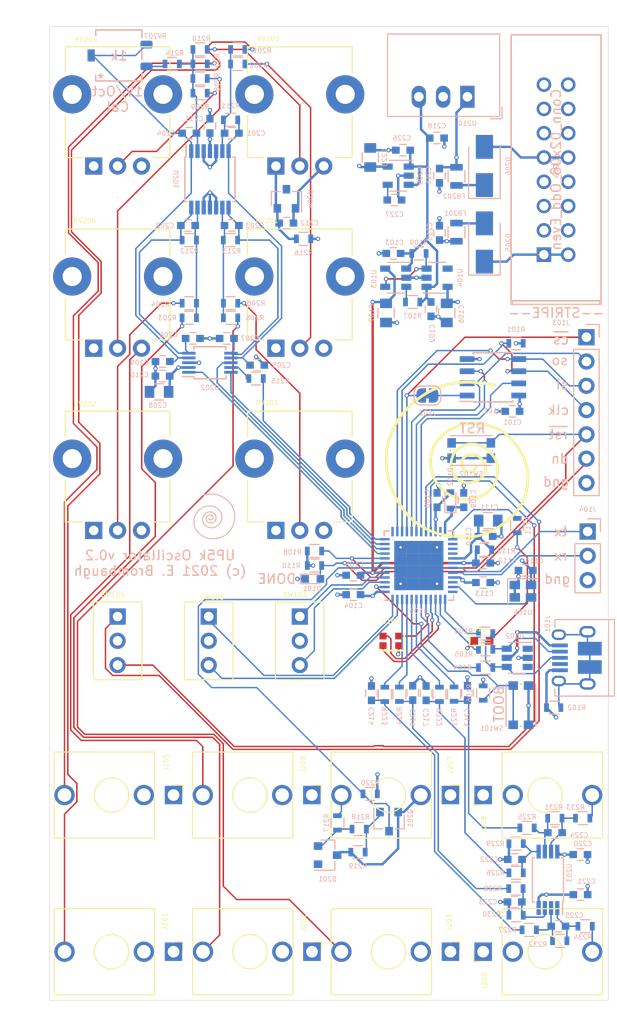
<source format=kicad_pcb>
(kicad_pcb (version 20171130) (host pcbnew 5.1.10-1.fc32)
  (title_block (title up5k_osc) (date 2021-03-30) (rev -))
  (layers (0 F.Cu signal) (1 In1.Cu power) (2 In2.Cu mixed) (31 B.Cu signal) (34 B.Paste user) (35 F.Paste user) (36 B.SilkS user) (37 F.SilkS user) (38 B.Mask user) (39 F.Mask user) (44 Edge.Cuts user))
  (net 0 "")
  (net 1 GND)
  (net 2 +3V3)
  (net 3 +5V)
  (net 4 +1V2)
  (net 5 /Sheet60703823/VPP)
  (net 6 /Sheet60703823/VCCPLL)
  (net 7 "Net-(C201-Pad1)")
  (net 8 "Net-(C201-Pad2)")
  (net 9 "Net-(C202-Pad1)")
  (net 10 "Net-(C202-Pad2)")
  (net 11 "Net-(C203-Pad2)")
  (net 12 "Net-(C203-Pad1)")
  (net 13 "Net-(C204-Pad1)")
  (net 14 "Net-(C204-Pad2)")
  (net 15 +3.3VA)
  (net 16 -5VA)
  (net 17 "Net-(C213-Pad1)")
  (net 18 "Net-(C214-Pad1)")
  (net 19 -12V)
  (net 20 +12V)
  (net 21 "Net-(C217-Pad1)")
  (net 22 "Net-(C219-Pad1)")
  (net 23 "Net-(C222-Pad1)")
  (net 24 "Net-(C223-Pad1)")
  (net 25 "Net-(C224-Pad1)")
  (net 26 "Net-(C224-Pad2)")
  (net 27 "Net-(C225-Pad1)")
  (net 28 "Net-(C225-Pad2)")
  (net 29 "Net-(C227-Pad1)")
  (net 30 /Sheet60703823/CDONE)
  (net 31 "Net-(D103-Pad2)")
  (net 32 "Net-(D103-Pad3)")
  (net 33 "Net-(D104-Pad2)")
  (net 34 "Net-(D201-Pad2)")
  (net 35 "Net-(D205-Pad1)")
  (net 36 "Net-(D205-Pad2)")
  (net 37 "Net-(D206-Pad2)")
  (net 38 "Net-(D206-Pad1)")
  (net 39 "Net-(J101-Pad6)")
  (net 40 "Net-(J101-Pad4)")
  (net 41 "Net-(J101-Pad3)")
  (net 42 "Net-(J101-Pad2)")
  (net 43 /Sheet60703823/VUSB)
  (net 44 /Sheet60703823/~FLASH_CS)
  (net 45 /Sheet60703823/~MEM_SPI_CS)
  (net 46 /Sheet60703823/~CRESET)
  (net 47 /Sheet60703823/MEM_SPI_SCLK)
  (net 48 /Sheet60703823/MEM_SPI_MOSI-IO0)
  (net 49 /Sheet60703823/MEM_SPI_MISO-IO1)
  (net 50 /Sheet60703823/RX)
  (net 51 /Sheet60703823/TX)
  (net 52 "Net-(J201-PadT)")
  (net 53 "Net-(J202-PadT)")
  (net 54 "Net-(J203-PadT)")
  (net 55 "Net-(J204-Pad11)")
  (net 56 "Net-(J204-Pad12)")
  (net 57 "Net-(J204-Pad13)")
  (net 58 "Net-(J204-Pad14)")
  (net 59 "Net-(J204-Pad15)")
  (net 60 "Net-(J204-Pad16)")
  (net 61 "Net-(J205-PadT)")
  (net 62 "Net-(J206-PadT)")
  (net 63 "Net-(J207-PadT)")
  (net 64 "Net-(J208-PadT)")
  (net 65 "Net-(J208-PadTN)")
  (net 66 "Net-(J209-PadT)")
  (net 67 "Net-(J209-PadTN)")
  (net 68 ~Sync)
  (net 69 "Net-(Q201-Pad1)")
  (net 70 /Sheet60703823/USB_PU)
  (net 71 /Sheet60703823/USB_DP)
  (net 72 /Sheet60703823/USB_DM)
  (net 73 /Sheet60703823/~BTN)
  (net 74 "Net-(R107-Pad1)")
  (net 75 /Sheet60703823/PGOOD_1.2)
  (net 76 /Sheet60703823/~LEDR)
  (net 77 "Net-(R202-Pad2)")
  (net 78 "Net-(R204-Pad2)")
  (net 79 "Net-(R206-Pad2)")
  (net 80 "Net-(R208-Pad2)")
  (net 81 "Net-(R209-Pad2)")
  (net 82 "Net-(R210-Pad2)")
  (net 83 "Net-(R214-Pad1)")
  (net 84 "Net-(R215-Pad1)")
  (net 85 ADC_DOUT)
  (net 86 pdm_l_n)
  (net 87 pdm_l_p)
  (net 88 pdm_r_n)
  (net 89 pdm_r_p)
  (net 90 "Net-(SW103-Pad1)")
  (net 91 "Net-(SW103-Pad3)")
  (net 92 "Net-(SW104-Pad3)")
  (net 93 "Net-(SW104-Pad1)")
  (net 94 /Sheet60703823/MEM_SPI_~HLD~-IO3)
  (net 95 /Sheet60703823/MEM_SPI_~WP~-IO2)
  (net 96 "Net-(U102-Pad3)")
  (net 97 "Net-(U102-Pad1)")
  (net 98 "Net-(U104-Pad4)")
  (net 99 ADC_DIN)
  (net 100 ADC_CLK)
  (net 101 ADC_CS)
  (net 102 "Net-(U105-Pad23)")
  (net 103 "Net-(U105-Pad28)")
  (net 104 "Net-(U105-Pad34)")
  (net 105 /Sheet60703823/CLK)
  (net 106 "Net-(U105-Pad36)")
  (net 107 "Net-(D201-Pad1)")
  (net 108 "Net-(U105-Pad26)")
  (net 109 "Net-(U105-Pad27)")
  (net 110 "Net-(SW105-Pad3)")
  (net 111 "Net-(SW105-Pad1)")
  (net 112 "Net-(U105-Pad13)")
  (net 113 "Net-(D103-Pad4)")
  (module footprints:avatar_small (layer B.Cu) (at 117.856 102.743 180)
    (fp_text reference Ref** hide)
    (fp_text value Val** hide)
  )
  (module footprints:avatar (layer F.Cu) (at 144.399 94.615)
    (fp_text reference Ref** hide)
    (fp_text value Val** hide)
  )
  (module footprints:Jack_3.5mm_QingPu_WQP-PJ398SM_Vertical_CircularHoles (layer F.Cu) (at 122.53976 130.937 270)
    (fp_text reference J206 (at -3.22072 -5.5626 270) (layer F.SilkS) (effects (font (size 0.5 0.5) (thickness 0.07))))
    (fp_text value AudioJack2_SwitchT)
    (pad T thru_hole circle (at 0 4.92 90) (size 2.13 2.13) (drill 1.43) (layers *.Cu *.Mask) (net 62 "Net-(J206-PadT)"))
    (pad S thru_hole rect (at 0 -6.48 90) (size 1.93 1.83) (drill 1.22) (layers *.Cu *.Mask) (net 1 GND))
    (pad TN thru_hole circle (at 0 -3.38 90) (size 2.13 2.13) (drill 1.42) (layers *.Cu *.Mask) (net 1 GND))
  )
  (module Converter_DCDC:Converter_DCDC_RECOM_R-78E-0.5_THT (layer B.Cu) (at 145.288 57.912 180)
    (fp_text reference U210 (at 0 -2.794) (layer B.SilkS) (effects (font (size 0.5 0.5) (thickness 0.07)) (justify mirror)))
    (fp_text value R-78E5.0-0.5)
    (pad 1 thru_hole rect (at 0 0 180) (size 1.5 2.3) (drill 1) (layers *.Cu *.Mask) (net 20 +12V))
    (pad 2 thru_hole oval (at 2.54 0 180) (size 1.5 2.3) (drill 1) (layers *.Cu *.Mask) (net 1 GND))
    (pad 3 thru_hole oval (at 5.08 0 180) (size 1.5 2.3) (drill 1) (layers *.Cu *.Mask) (net 3 +5V))
  )
  (module LEDs:LED_0603 (layer F.Cu) (at 146.812 114.808)
    (fp_text reference D104 (at 0 -1.25) (layer F.SilkS) (effects (font (size 0.5 0.5) (thickness 0.07))))
    (fp_text value LED)
    (pad 2 smd rect (at 0.8 0 180) (size 0.8 0.8) (layers F.Cu F.Paste F.Mask) (net 33 "Net-(D104-Pad2)"))
    (pad 1 smd rect (at -0.8 0 180) (size 0.8 0.8) (layers F.Cu F.Paste F.Mask) (net 1 GND))
  )
  (module Capacitors_SMD:C_0603 (layer B.Cu) (at 116.205 61.722)
    (fp_text reference C204 (at -2.413 0) (layer B.SilkS) (effects (font (size 0.5 0.5) (thickness 0.07)) (justify mirror)))
    (fp_text value 330pf)
    (pad 1 smd rect (at -0.75 0) (size 0.8 0.75) (layers B.Cu B.Paste B.Mask) (net 13 "Net-(C204-Pad1)"))
    (pad 2 smd rect (at 0.75 0) (size 0.8 0.75) (layers B.Cu B.Paste B.Mask) (net 14 "Net-(C204-Pad2)"))
  )
  (module footprints:USB_Micro-B_10103594-0001LF_actual_outline (layer B.Cu) (at 156.464 116.586 270)
    (fp_text reference J101 (at -3.556 2.794 270) (layer B.SilkS) (effects (font (size 0.5 0.5) (thickness 0.07)) (justify mirror)))
    (fp_text value USB_OTG)
    (pad 6 smd rect (at 0.96 -1.62 180) (size 2.5 1.43) (layers B.Cu B.Paste B.Mask) (net 39 "Net-(J101-Pad6)"))
    (pad 6 smd rect (at -0.96 -1.62 180) (size 2.5 1.43) (layers B.Cu B.Paste B.Mask) (net 39 "Net-(J101-Pad6)"))
    (pad 6 thru_hole oval (at 2.73 -1.38 180) (size 1.7 1.2) (drill oval 1.2 0.7) (layers *.Cu *.Mask) (net 39 "Net-(J101-Pad6)"))
    (pad 6 thru_hole oval (at -2.73 -1.38 180) (size 1.7 1.2) (drill oval 1.2 0.7) (layers *.Cu *.Mask) (net 39 "Net-(J101-Pad6)"))
    (pad 6 thru_hole oval (at 2.42 1.62 180) (size 1.5 1.1) (drill oval 1.05 0.65) (layers *.Cu *.Mask) (net 39 "Net-(J101-Pad6)"))
    (pad 6 thru_hole oval (at -2.42 1.62 180) (size 1.5 1.1) (drill oval 1.05 0.65) (layers *.Cu *.Mask) (net 39 "Net-(J101-Pad6)"))
    (pad 5 smd rect (at 1.3 1.5 180) (size 1.65 0.4) (layers B.Cu B.Paste B.Mask) (net 1 GND))
    (pad 4 smd rect (at 0.65 1.5 180) (size 1.65 0.4) (layers B.Cu B.Paste B.Mask) (net 40 "Net-(J101-Pad4)"))
    (pad 3 smd rect (at 0 1.5 180) (size 1.65 0.4) (layers B.Cu B.Paste B.Mask) (net 41 "Net-(J101-Pad3)"))
    (pad 2 smd rect (at -0.65 1.5 180) (size 1.65 0.4) (layers B.Cu B.Paste B.Mask) (net 42 "Net-(J101-Pad2)"))
    (pad 1 smd rect (at -1.3 1.5 180) (size 1.65 0.4) (layers B.Cu B.Paste B.Mask) (net 43 /Sheet60703823/VUSB))
  )
  (module footprints:Potentiometer_TT_P0915N (layer F.Cu) (at 127.762 76.708)
    (fp_text reference RV201 (at -3.429 -5.842) (layer F.SilkS) (effects (font (size 0.5 0.5) (thickness 0.07))))
    (fp_text value 10k)
    (pad 1 thru_hole rect (at -2.5 7.5) (size 1.8 1.8) (drill 1) (layers *.Cu *.Mask) (net 16 -5VA))
    (pad 2 thru_hole circle (at 0 7.5) (size 1.8 1.8) (drill 1) (layers *.Cu *.Mask) (net 77 "Net-(R202-Pad2)"))
    (pad 3 thru_hole circle (at 2.5 7.5) (size 1.8 1.8) (drill 1) (layers *.Cu *.Mask) (net 1 GND))
    (pad "" thru_hole oval (at -4.75 0) (size 4 4) (drill 2) (layers *.Cu *.Mask))
    (pad "" thru_hole oval (at 4.75 0) (size 4 4) (drill 2) (layers *.Cu *.Mask))
  )
  (module footprints:Potentiometer_TT_P0915N (layer F.Cu) (at 108.712 95.758)
    (fp_text reference RV202 (at -3.429 -5.715) (layer F.SilkS) (effects (font (size 0.5 0.5) (thickness 0.07))))
    (fp_text value 10k)
    (pad 1 thru_hole rect (at -2.5 7.5) (size 1.8 1.8) (drill 1) (layers *.Cu *.Mask) (net 16 -5VA))
    (pad 2 thru_hole circle (at 0 7.5) (size 1.8 1.8) (drill 1) (layers *.Cu *.Mask) (net 78 "Net-(R204-Pad2)"))
    (pad 3 thru_hole circle (at 2.5 7.5) (size 1.8 1.8) (drill 1) (layers *.Cu *.Mask) (net 1 GND))
    (pad "" thru_hole oval (at -4.75 0) (size 4 4) (drill 2) (layers *.Cu *.Mask))
    (pad "" thru_hole oval (at 4.75 0) (size 4 4) (drill 2) (layers *.Cu *.Mask))
  )
  (module footprints:Potentiometer_TT_P0915N (layer F.Cu) (at 127.762 95.758)
    (fp_text reference RV203 (at -3.429 -5.842) (layer F.SilkS) (effects (font (size 0.5 0.5) (thickness 0.07))))
    (fp_text value 10k)
    (pad 1 thru_hole rect (at -2.5 7.5) (size 1.8 1.8) (drill 1) (layers *.Cu *.Mask) (net 16 -5VA))
    (pad 2 thru_hole circle (at 0 7.5) (size 1.8 1.8) (drill 1) (layers *.Cu *.Mask) (net 79 "Net-(R206-Pad2)"))
    (pad 3 thru_hole circle (at 2.5 7.5) (size 1.8 1.8) (drill 1) (layers *.Cu *.Mask) (net 1 GND))
    (pad "" thru_hole oval (at -4.75 0) (size 4 4) (drill 2) (layers *.Cu *.Mask))
    (pad "" thru_hole oval (at 4.75 0) (size 4 4) (drill 2) (layers *.Cu *.Mask))
  )
  (module footprints:Potentiometer_TT_P0915N (layer F.Cu) (at 108.712 57.658)
    (fp_text reference RV204 (at -3.302 -5.715) (layer F.SilkS) (effects (font (size 0.5 0.5) (thickness 0.07))))
    (fp_text value 10k)
    (pad 1 thru_hole rect (at -2.5 7.5) (size 1.8 1.8) (drill 1) (layers *.Cu *.Mask) (net 16 -5VA))
    (pad 2 thru_hole circle (at 0 7.5) (size 1.8 1.8) (drill 1) (layers *.Cu *.Mask) (net 81 "Net-(R209-Pad2)"))
    (pad 3 thru_hole circle (at 2.5 7.5) (size 1.8 1.8) (drill 1) (layers *.Cu *.Mask) (net 1 GND))
    (pad "" thru_hole oval (at -4.75 0) (size 4 4) (drill 2) (layers *.Cu *.Mask))
    (pad "" thru_hole oval (at 4.75 0) (size 4 4) (drill 2) (layers *.Cu *.Mask))
  )
  (module footprints:Potentiometer_TT_P0915N (layer F.Cu) (at 127.762 57.658)
    (fp_text reference RV205 (at -3.302 -5.842) (layer F.SilkS) (effects (font (size 0.5 0.5) (thickness 0.07))))
    (fp_text value 10k)
    (pad 1 thru_hole rect (at -2.5 7.5) (size 1.8 1.8) (drill 1) (layers *.Cu *.Mask) (net 16 -5VA))
    (pad 2 thru_hole circle (at 0 7.5) (size 1.8 1.8) (drill 1) (layers *.Cu *.Mask) (net 82 "Net-(R210-Pad2)"))
    (pad 3 thru_hole circle (at 2.5 7.5) (size 1.8 1.8) (drill 1) (layers *.Cu *.Mask) (net 1 GND))
    (pad "" thru_hole oval (at -4.75 0) (size 4 4) (drill 2) (layers *.Cu *.Mask))
    (pad "" thru_hole oval (at 4.75 0) (size 4 4) (drill 2) (layers *.Cu *.Mask))
  )
  (module footprints:Potentiometer_TT_P0915N (layer F.Cu) (at 108.712 76.708)
    (fp_text reference RV206 (at -3.429 -5.842) (layer F.SilkS) (effects (font (size 0.5 0.5) (thickness 0.07))))
    (fp_text value 10k)
    (pad 1 thru_hole rect (at -2.5 7.5) (size 1.8 1.8) (drill 1) (layers *.Cu *.Mask) (net 1 GND))
    (pad 2 thru_hole circle (at 0 7.5) (size 1.8 1.8) (drill 1) (layers *.Cu *.Mask) (net 80 "Net-(R208-Pad2)"))
    (pad 3 thru_hole circle (at 2.5 7.5) (size 1.8 1.8) (drill 1) (layers *.Cu *.Mask) (net 62 "Net-(J206-PadT)"))
    (pad "" thru_hole oval (at -4.75 0) (size 4 4) (drill 2) (layers *.Cu *.Mask))
    (pad "" thru_hole oval (at 4.75 0) (size 4 4) (drill 2) (layers *.Cu *.Mask))
  )
  (module footprints:23BR500LFTR (layer B.Cu) (at 108.839 53.594)
    (fp_text reference RV207 (at 3.81 -2.032) (layer B.SilkS) (effects (font (size 0.5 0.5) (thickness 0.07)) (justify mirror)))
    (fp_text value 1k (at 0 0) (layer B.SilkS) (effects (justify mirror)))
    (fp_text user * (at -1.905 2.4638) (layer B.SilkS) (effects (justify mirror)))
    (fp_text user * (at -1.905 2.4638) (layer B.SilkS) (effects (justify mirror)))
    (pad 1 smd roundrect (at 2.8956 1.143) (size 1.27 0.8128) (layers B.Cu B.Paste B.Mask) (net 83 "Net-(R214-Pad1)"))
    (pad 3 smd roundrect (at 2.8956 -1.143) (size 1.27 0.8128) (layers B.Cu B.Paste B.Mask) (net 13 "Net-(C204-Pad1)"))
    (pad 2 smd rect (at -2.8956 0) (size 0.762 1.27) (layers B.Cu B.Paste B.Mask) (net 13 "Net-(C204-Pad1)"))
  )
  (module footprints:Jack_3.5mm_QingPu_WQP-PJ398SM_Vertical_CircularHoles (layer F.Cu) (at 108.077 147.32 270)
    (fp_text reference J201 (at -3.18008 -5.57276 270) (layer F.SilkS) (effects (font (size 0.5 0.5) (thickness 0.07))))
    (fp_text value AudioJack2_SwitchT)
    (pad T thru_hole circle (at 0 4.92 90) (size 2.13 2.13) (drill 1.43) (layers *.Cu *.Mask) (net 52 "Net-(J201-PadT)"))
    (pad S thru_hole rect (at 0 -6.48 90) (size 1.93 1.83) (drill 1.22) (layers *.Cu *.Mask) (net 1 GND))
    (pad TN thru_hole circle (at 0 -3.38 90) (size 2.13 2.13) (drill 1.42) (layers *.Cu *.Mask) (net 1 GND))
  )
  (module footprints:Jack_3.5mm_QingPu_WQP-PJ398SM_Vertical_CircularHoles (layer F.Cu) (at 122.555 147.32 270)
    (fp_text reference J202 (at -3.01244 -5.60832 270) (layer F.SilkS) (effects (font (size 0.5 0.5) (thickness 0.07))))
    (fp_text value AudioJack2_SwitchT)
    (pad T thru_hole circle (at 0 4.92 90) (size 2.13 2.13) (drill 1.43) (layers *.Cu *.Mask) (net 53 "Net-(J202-PadT)"))
    (pad S thru_hole rect (at 0 -6.48 90) (size 1.93 1.83) (drill 1.22) (layers *.Cu *.Mask) (net 1 GND))
    (pad TN thru_hole circle (at 0 -3.38 90) (size 2.13 2.13) (drill 1.42) (layers *.Cu *.Mask) (net 1 GND))
  )
  (module footprints:Jack_3.5mm_QingPu_WQP-PJ398SM_Vertical_CircularHoles (layer F.Cu) (at 137.033 147.32 270)
    (fp_text reference J203 (at -3.05308 -6.33984 270) (layer F.SilkS) (effects (font (size 0.5 0.5) (thickness 0.07))))
    (fp_text value AudioJack2_SwitchT)
    (pad T thru_hole circle (at 0 4.92 90) (size 2.13 2.13) (drill 1.43) (layers *.Cu *.Mask) (net 54 "Net-(J203-PadT)"))
    (pad S thru_hole rect (at 0 -6.48 90) (size 1.93 1.83) (drill 1.22) (layers *.Cu *.Mask) (net 1 GND))
    (pad TN thru_hole circle (at 0 -3.38 90) (size 2.13 2.13) (drill 1.42) (layers *.Cu *.Mask) (net 1 GND))
  )
  (module footprints:Jack_3.5mm_QingPu_WQP-PJ398SM_Vertical_CircularHoles (layer F.Cu) (at 108.077 130.937 270)
    (fp_text reference J205 (at -3.41376 -5.69976 270) (layer F.SilkS) (effects (font (size 0.5 0.5) (thickness 0.07))))
    (fp_text value AudioJack2_SwitchT)
    (pad T thru_hole circle (at 0 4.92 90) (size 2.13 2.13) (drill 1.43) (layers *.Cu *.Mask) (net 61 "Net-(J205-PadT)"))
    (pad S thru_hole rect (at 0 -6.48 90) (size 1.93 1.83) (drill 1.22) (layers *.Cu *.Mask) (net 1 GND))
    (pad TN thru_hole circle (at 0 -3.38 90) (size 2.13 2.13) (drill 1.42) (layers *.Cu *.Mask) (net 1 GND))
  )
  (module footprints:Jack_3.5mm_QingPu_WQP-PJ398SM_Vertical_CircularHoles (layer F.Cu) (at 137.033 130.937 270)
    (fp_text reference J207 (at -3.15468 -6.46684 270) (layer F.SilkS) (effects (font (size 0.5 0.5) (thickness 0.07))))
    (fp_text value AudioJack2_SwitchT)
    (pad T thru_hole circle (at 0 4.92 90) (size 2.13 2.13) (drill 1.43) (layers *.Cu *.Mask) (net 63 "Net-(J207-PadT)"))
    (pad S thru_hole rect (at 0 -6.48 90) (size 1.93 1.83) (drill 1.22) (layers *.Cu *.Mask) (net 1 GND))
    (pad TN thru_hole circle (at 0 -3.38 90) (size 2.13 2.13) (drill 1.42) (layers *.Cu *.Mask) (net 1 GND))
  )
  (module footprints:Jack_3.5mm_QingPu_WQP-PJ398SM_Vertical_CircularHoles (layer F.Cu) (at 153.416 130.937 90)
    (fp_text reference J208 (at -3.07848 -6.41096 270) (layer F.SilkS) (effects (font (size 0.5 0.5) (thickness 0.07))))
    (fp_text value AudioJack2_SwitchT)
    (pad T thru_hole circle (at 0 4.92 270) (size 2.13 2.13) (drill 1.43) (layers *.Cu *.Mask) (net 64 "Net-(J208-PadT)"))
    (pad S thru_hole rect (at 0 -6.48 270) (size 1.93 1.83) (drill 1.22) (layers *.Cu *.Mask) (net 1 GND))
    (pad TN thru_hole circle (at 0 -3.38 270) (size 2.13 2.13) (drill 1.42) (layers *.Cu *.Mask) (net 65 "Net-(J208-PadTN)"))
  )
  (module footprints:Jack_3.5mm_QingPu_WQP-PJ398SM_Vertical_CircularHoles (layer F.Cu) (at 153.416 147.32 90)
    (fp_text reference J209 (at -3.03784 -6.3246 270) (layer F.SilkS) (effects (font (size 0.5 0.5) (thickness 0.07))))
    (fp_text value AudioJack2_SwitchT)
    (pad T thru_hole circle (at 0 4.92 270) (size 2.13 2.13) (drill 1.43) (layers *.Cu *.Mask) (net 66 "Net-(J209-PadT)"))
    (pad S thru_hole rect (at 0 -6.48 270) (size 1.93 1.83) (drill 1.22) (layers *.Cu *.Mask) (net 1 GND))
    (pad TN thru_hole circle (at 0 -3.38 270) (size 2.13 2.13) (drill 1.42) (layers *.Cu *.Mask) (net 67 "Net-(J209-PadTN)"))
  )
  (module Capacitors_SMD:C_0603 (layer B.Cu) (at 149.999 90.805 180)
    (fp_text reference C101 (at 0 -1.143) (layer B.SilkS) (effects (font (size 0.5 0.5) (thickness 0.07)) (justify mirror)))
    (fp_text value 0.1uf)
    (pad 2 smd rect (at 0.75 0 180) (size 0.8 0.75) (layers B.Cu B.Paste B.Mask) (net 1 GND))
    (pad 1 smd rect (at -0.75 0 180) (size 0.8 0.75) (layers B.Cu B.Paste B.Mask) (net 2 +3V3))
  )
  (module Capacitors_SMD:C_0603 (layer B.Cu) (at 141.478 80.125 270)
    (fp_text reference C102 (at 2.552 -0.127 90) (layer B.SilkS) (effects (font (size 0.5 0.5) (thickness 0.07)) (justify mirror)))
    (fp_text value 1uf)
    (pad 1 smd rect (at -0.75 0 270) (size 0.8 0.75) (layers B.Cu B.Paste B.Mask) (net 3 +5V))
    (pad 2 smd rect (at 0.75 0 270) (size 0.8 0.75) (layers B.Cu B.Paste B.Mask) (net 1 GND))
  )
  (module Capacitors_SMD:C_0603 (layer B.Cu) (at 137.553 74.295 180)
    (fp_text reference C103 (at -0.115 1.143) (layer B.SilkS) (effects (font (size 0.5 0.5) (thickness 0.07)) (justify mirror)))
    (fp_text value 1uf)
    (pad 1 smd rect (at -0.75 0 180) (size 0.8 0.75) (layers B.Cu B.Paste B.Mask) (net 3 +5V))
    (pad 2 smd rect (at 0.75 0 180) (size 0.8 0.75) (layers B.Cu B.Paste B.Mask) (net 1 GND))
  )
  (module Capacitors_SMD:C_0603 (layer B.Cu) (at 133.362 109.982 180)
    (fp_text reference C104 (at 0 -1.143) (layer B.SilkS) (effects (font (size 0.5 0.5) (thickness 0.07)) (justify mirror)))
    (fp_text value 0.1uf)
    (pad 1 smd rect (at -0.75 0 180) (size 0.8 0.75) (layers B.Cu B.Paste B.Mask) (net 2 +3V3))
    (pad 2 smd rect (at 0.75 0 180) (size 0.8 0.75) (layers B.Cu B.Paste B.Mask) (net 1 GND))
  )
  (module Capacitors_SMD:C_0603 (layer B.Cu) (at 133.362 107.95 180)
    (fp_text reference C105 (at -0.115 1.143) (layer B.SilkS) (effects (font (size 0.5 0.5) (thickness 0.07)) (justify mirror)))
    (fp_text value 0.1uf)
    (pad 2 smd rect (at 0.75 0 180) (size 0.8 0.75) (layers B.Cu B.Paste B.Mask) (net 1 GND))
    (pad 1 smd rect (at -0.75 0 180) (size 0.8 0.75) (layers B.Cu B.Paste B.Mask) (net 4 +1V2))
  )
  (module Capacitors_SMD:C_0805 (layer B.Cu) (at 143.129 80.518 270)
    (fp_text reference C106 (at 0.127 -1.524 90) (layer B.SilkS) (effects (font (size 0.5 0.5) (thickness 0.07)) (justify mirror)))
    (fp_text value 10uf)
    (pad 2 smd rect (at 1 0 270) (size 1 1.25) (layers B.Cu B.Paste B.Mask) (net 1 GND))
    (pad 1 smd rect (at -1 0 270) (size 1 1.25) (layers B.Cu B.Paste B.Mask) (net 2 +3V3))
  )
  (module Capacitors_SMD:C_0805 (layer B.Cu) (at 136.779 80.518 270)
    (fp_text reference C107 (at 0 1.5 90) (layer B.SilkS) (effects (font (size 0.5 0.5) (thickness 0.07)) (justify mirror)))
    (fp_text value 10uf)
    (pad 2 smd rect (at 1 0 270) (size 1 1.25) (layers B.Cu B.Paste B.Mask) (net 1 GND))
    (pad 1 smd rect (at -1 0 270) (size 1 1.25) (layers B.Cu B.Paste B.Mask) (net 4 +1V2))
  )
  (module Capacitors_SMD:C_0603 (layer B.Cu) (at 142.113 100.088 90)
    (fp_text reference C108 (at 0.139 -1.016 90) (layer B.SilkS) (effects (font (size 0.5 0.5) (thickness 0.07)) (justify mirror)))
    (fp_text value 0.1uf)
    (pad 1 smd rect (at -0.75 0 90) (size 0.8 0.75) (layers B.Cu B.Paste B.Mask) (net 2 +3V3))
    (pad 2 smd rect (at 0.75 0 90) (size 0.8 0.75) (layers B.Cu B.Paste B.Mask) (net 1 GND))
  )
  (module Capacitors_SMD:C_0603 (layer B.Cu) (at 144.907 100.088 90)
    (fp_text reference C109 (at 0.139 1.016 90) (layer B.SilkS) (effects (font (size 0.5 0.5) (thickness 0.07)) (justify mirror)))
    (fp_text value 0.1uf)
    (pad 2 smd rect (at 0.75 0 90) (size 0.8 0.75) (layers B.Cu B.Paste B.Mask) (net 1 GND))
    (pad 1 smd rect (at -0.75 0 90) (size 0.8 0.75) (layers B.Cu B.Paste B.Mask) (net 5 /Sheet60703823/VPP))
  )
  (module Capacitors_SMD:C_0603 (layer B.Cu) (at 147.181 103.886)
    (fp_text reference C110 (at -1.766 0 90) (layer B.SilkS) (effects (font (size 0.5 0.5) (thickness 0.07)) (justify mirror)))
    (fp_text value 0.1uf)
    (pad 1 smd rect (at -0.75 0) (size 0.8 0.75) (layers B.Cu B.Paste B.Mask) (net 6 /Sheet60703823/VCCPLL))
    (pad 2 smd rect (at 0.75 0) (size 0.8 0.75) (layers B.Cu B.Paste B.Mask) (net 1 GND))
  )
  (module Capacitors_SMD:C_0805 (layer B.Cu) (at 147.463 102.235)
    (fp_text reference C111 (at 0.111 -1.397) (layer B.SilkS) (effects (font (size 0.5 0.5) (thickness 0.07)) (justify mirror)))
    (fp_text value 10uf)
    (pad 1 smd rect (at -1 0) (size 1 1.25) (layers B.Cu B.Paste B.Mask) (net 6 /Sheet60703823/VCCPLL))
    (pad 2 smd rect (at 1 0) (size 1 1.25) (layers B.Cu B.Paste B.Mask) (net 1 GND))
  )
  (module Capacitors_SMD:C_0603 (layer B.Cu) (at 146.927 106.68)
    (fp_text reference C112 (at 2.552 -0.254) (layer B.SilkS) (effects (font (size 0.5 0.5) (thickness 0.07)) (justify mirror)))
    (fp_text value 0.1uf)
    (pad 2 smd rect (at 0.75 0) (size 0.8 0.75) (layers B.Cu B.Paste B.Mask) (net 1 GND))
    (pad 1 smd rect (at -0.75 0) (size 0.8 0.75) (layers B.Cu B.Paste B.Mask) (net 4 +1V2))
  )
  (module Capacitors_SMD:C_0603 (layer B.Cu) (at 146.927 108.712)
    (fp_text reference C113 (at 0.139 1.143) (layer B.SilkS) (effects (font (size 0.5 0.5) (thickness 0.07)) (justify mirror)))
    (fp_text value 0.1uf)
    (pad 2 smd rect (at 0.75 0) (size 0.8 0.75) (layers B.Cu B.Paste B.Mask) (net 1 GND))
    (pad 1 smd rect (at -0.75 0) (size 0.8 0.75) (layers B.Cu B.Paste B.Mask) (net 2 +3V3))
  )
  (module Capacitors_SMD:C_0603 (layer B.Cu) (at 151.372 107.442)
    (fp_text reference C114 (at 0.901 -1.016) (layer B.SilkS) (effects (font (size 0.5 0.5) (thickness 0.07)) (justify mirror)))
    (fp_text value 0.1uf)
    (pad 1 smd rect (at -0.75 0) (size 0.8 0.75) (layers B.Cu B.Paste B.Mask) (net 2 +3V3))
    (pad 2 smd rect (at 0.75 0) (size 0.8 0.75) (layers B.Cu B.Paste B.Mask) (net 1 GND))
  )
  (module Capacitors_SMD:C_0603 (layer B.Cu) (at 120.65 61.722 180)
    (fp_text reference C201 (at -2.54 0) (layer B.SilkS) (effects (font (size 0.5 0.5) (thickness 0.07)) (justify mirror)))
    (fp_text value 330pf)
    (pad 1 smd rect (at -0.75 0 180) (size 0.8 0.75) (layers B.Cu B.Paste B.Mask) (net 7 "Net-(C201-Pad1)"))
    (pad 2 smd rect (at 0.75 0 180) (size 0.8 0.75) (layers B.Cu B.Paste B.Mask) (net 8 "Net-(C201-Pad2)"))
  )
  (module Capacitors_SMD:C_0603 (layer B.Cu) (at 116.078 71.374)
    (fp_text reference C202 (at -2.413 0) (layer B.SilkS) (effects (font (size 0.5 0.5) (thickness 0.07)) (justify mirror)))
    (fp_text value 330pf)
    (pad 1 smd rect (at -0.75 0) (size 0.8 0.75) (layers B.Cu B.Paste B.Mask) (net 9 "Net-(C202-Pad1)"))
    (pad 2 smd rect (at 0.75 0) (size 0.8 0.75) (layers B.Cu B.Paste B.Mask) (net 10 "Net-(C202-Pad2)"))
  )
  (module Capacitors_SMD:C_0603 (layer B.Cu) (at 120.638 71.374 180)
    (fp_text reference C203 (at -2.425 0) (layer B.SilkS) (effects (font (size 0.5 0.5) (thickness 0.07)) (justify mirror)))
    (fp_text value 330pf)
    (pad 2 smd rect (at 0.75 0 180) (size 0.8 0.75) (layers B.Cu B.Paste B.Mask) (net 11 "Net-(C203-Pad2)"))
    (pad 1 smd rect (at -0.75 0 180) (size 0.8 0.75) (layers B.Cu B.Paste B.Mask) (net 12 "Net-(C203-Pad1)"))
  )
  (module Capacitors_SMD:C_0603 (layer B.Cu) (at 123.305 85.979)
    (fp_text reference C205 (at 2.552 0) (layer B.SilkS) (effects (font (size 0.5 0.5) (thickness 0.07)) (justify mirror)))
    (fp_text value 0.01uf)
    (pad 2 smd rect (at 0.75 0) (size 0.8 0.75) (layers B.Cu B.Paste B.Mask) (net 1 GND))
    (pad 1 smd rect (at -0.75 0) (size 0.8 0.75) (layers B.Cu B.Paste B.Mask) (net 7 "Net-(C201-Pad1)"))
  )
  (module Capacitors_SMD:C_0603 (layer B.Cu) (at 116.574 83.185)
    (fp_text reference C206 (at -2.528 -0.381) (layer B.SilkS) (effects (font (size 0.5 0.5) (thickness 0.07)) (justify mirror)))
    (fp_text value 0.01uf)
    (pad 2 smd rect (at 0.75 0) (size 0.8 0.75) (layers B.Cu B.Paste B.Mask) (net 1 GND))
    (pad 1 smd rect (at -0.75 0) (size 0.8 0.75) (layers B.Cu B.Paste B.Mask) (net 9 "Net-(C202-Pad1)"))
  )
  (module Capacitors_SMD:C_0603 (layer B.Cu) (at 120.13 83.185 180)
    (fp_text reference C207 (at -2.425 0) (layer B.SilkS) (effects (font (size 0.5 0.5) (thickness 0.07)) (justify mirror)))
    (fp_text value 0.01uf)
    (pad 2 smd rect (at 0.75 0 180) (size 0.8 0.75) (layers B.Cu B.Paste B.Mask) (net 1 GND))
    (pad 1 smd rect (at -0.75 0 180) (size 0.8 0.75) (layers B.Cu B.Paste B.Mask) (net 12 "Net-(C203-Pad1)"))
  )
  (module Capacitors_SMD:C_0805 (layer B.Cu) (at 113.046 88.773 180)
    (fp_text reference C208 (at 0.143 -1.397) (layer B.SilkS) (effects (font (size 0.5 0.5) (thickness 0.07)) (justify mirror)))
    (fp_text value 10uf)
    (pad 2 smd rect (at 1 0 180) (size 1 1.25) (layers B.Cu B.Paste B.Mask) (net 1 GND))
    (pad 1 smd rect (at -1 0 180) (size 1 1.25) (layers B.Cu B.Paste B.Mask) (net 15 +3.3VA))
  )
  (module Capacitors_SMD:C_0603 (layer B.Cu) (at 113.423 85.598 180)
    (fp_text reference C209 (at 2.425 -0.127) (layer B.SilkS) (effects (font (size 0.5 0.5) (thickness 0.07)) (justify mirror)))
    (fp_text value 0.01uf)
    (pad 2 smd rect (at 0.75 0 180) (size 0.8 0.75) (layers B.Cu B.Paste B.Mask) (net 1 GND))
    (pad 1 smd rect (at -0.75 0 180) (size 0.8 0.75) (layers B.Cu B.Paste B.Mask) (net 13 "Net-(C204-Pad1)"))
  )
  (module Capacitors_SMD:C_0603 (layer B.Cu) (at 113.411 87.122 180)
    (fp_text reference C210 (at 2.413 0.127) (layer B.SilkS) (effects (font (size 0.5 0.5) (thickness 0.07)) (justify mirror)))
    (fp_text value 0.1uf)
    (pad 1 smd rect (at -0.75 0 180) (size 0.8 0.75) (layers B.Cu B.Paste B.Mask) (net 15 +3.3VA))
    (pad 2 smd rect (at 0.75 0 180) (size 0.8 0.75) (layers B.Cu B.Paste B.Mask) (net 1 GND))
  )
  (module Capacitors_SMD:C_0603 (layer B.Cu) (at 118.364 60.96 90)
    (fp_text reference C211 (at 0.762 -1.651 180) (layer B.SilkS) (effects (font (size 0.5 0.5) (thickness 0.07)) (justify mirror)))
    (fp_text value 0.1uf)
    (pad 2 smd rect (at 0.75 0 90) (size 0.8 0.75) (layers B.Cu B.Paste B.Mask) (net 1 GND))
    (pad 1 smd rect (at -0.75 0 90) (size 0.8 0.75) (layers B.Cu B.Paste B.Mask) (net 15 +3.3VA))
  )
  (module Capacitors_SMD:C_0603 (layer B.Cu) (at 126.353 71.12)
    (fp_text reference C212 (at 2.425 0) (layer B.SilkS) (effects (font (size 0.5 0.5) (thickness 0.07)) (justify mirror)))
    (fp_text value 0.1uf)
    (pad 2 smd rect (at 0.75 0) (size 0.8 0.75) (layers B.Cu B.Paste B.Mask) (net 1 GND))
    (pad 1 smd rect (at -0.75 0) (size 0.8 0.75) (layers B.Cu B.Paste B.Mask) (net 16 -5VA))
  )
  (module Capacitors_SMD:C_0603 (layer B.Cu) (at 145.288 120.257 90)
    (fp_text reference C213 (at -2.552 0 90) (layer B.SilkS) (effects (font (size 0.5 0.5) (thickness 0.07)) (justify mirror)))
    (fp_text value 4.7nf)
    (pad 1 smd rect (at -0.75 0 90) (size 0.8 0.75) (layers B.Cu B.Paste B.Mask) (net 17 "Net-(C213-Pad1)"))
    (pad 2 smd rect (at 0.75 0 90) (size 0.8 0.75) (layers B.Cu B.Paste B.Mask) (net 1 GND))
  )
  (module Capacitors_SMD:C_0603 (layer B.Cu) (at 135.255 120.281 90)
    (fp_text reference C214 (at -2.401 0 90) (layer B.SilkS) (effects (font (size 0.5 0.5) (thickness 0.07)) (justify mirror)))
    (fp_text value 4.7nf)
    (pad 2 smd rect (at 0.75 0 90) (size 0.8 0.75) (layers B.Cu B.Paste B.Mask) (net 1 GND))
    (pad 1 smd rect (at -0.75 0 90) (size 0.8 0.75) (layers B.Cu B.Paste B.Mask) (net 18 "Net-(C214-Pad1)"))
  )
  (module Capacitors_SMD:C_0603 (layer B.Cu) (at 142.367 72.148 90)
    (fp_text reference C215 (at 0.139 -1.016 90) (layer B.SilkS) (effects (font (size 0.5 0.5) (thickness 0.07)) (justify mirror)))
    (fp_text value 1uf)
    (pad 1 smd rect (at -0.75 0 90) (size 0.8 0.75) (layers B.Cu B.Paste B.Mask) (net 19 -12V))
    (pad 2 smd rect (at 0.75 0 90) (size 0.8 0.75) (layers B.Cu B.Paste B.Mask) (net 1 GND))
  )
  (module Capacitors_SMD:C_0603 (layer B.Cu) (at 142.367 66.167 270)
    (fp_text reference C216 (at 0 1.143 90) (layer B.SilkS) (effects (font (size 0.5 0.5) (thickness 0.07)) (justify mirror)))
    (fp_text value 1uf)
    (pad 2 smd rect (at 0.75 0 270) (size 0.8 0.75) (layers B.Cu B.Paste B.Mask) (net 1 GND))
    (pad 1 smd rect (at -0.75 0 270) (size 0.8 0.75) (layers B.Cu B.Paste B.Mask) (net 20 +12V))
  )
  (module Capacitors_SMD:C_0603 (layer B.Cu) (at 140.97 120.281 90)
    (fp_text reference C217 (at -2.528 0 90) (layer B.SilkS) (effects (font (size 0.5 0.5) (thickness 0.07)) (justify mirror)))
    (fp_text value 4.7nf)
    (pad 1 smd rect (at -0.75 0 90) (size 0.8 0.75) (layers B.Cu B.Paste B.Mask) (net 21 "Net-(C217-Pad1)"))
    (pad 2 smd rect (at 0.75 0 90) (size 0.8 0.75) (layers B.Cu B.Paste B.Mask) (net 1 GND))
  )
  (module Capacitors_SMD:C_0603 (layer B.Cu) (at 142.101 62.23)
    (fp_text reference C218 (at 0 -1.27) (layer B.SilkS) (effects (font (size 0.5 0.5) (thickness 0.07)) (justify mirror)))
    (fp_text value 1uf)
    (pad 2 smd rect (at 0.75 0) (size 0.8 0.75) (layers B.Cu B.Paste B.Mask) (net 1 GND))
    (pad 1 smd rect (at -0.75 0) (size 0.8 0.75) (layers B.Cu B.Paste B.Mask) (net 3 +5V))
  )
  (module Capacitors_SMD:C_0603 (layer B.Cu) (at 139.573 120.257 90)
    (fp_text reference C219 (at -2.552 0 90) (layer B.SilkS) (effects (font (size 0.5 0.5) (thickness 0.07)) (justify mirror)))
    (fp_text value 4.7nf)
    (pad 1 smd rect (at -0.75 0 90) (size 0.8 0.75) (layers B.Cu B.Paste B.Mask) (net 22 "Net-(C219-Pad1)"))
    (pad 2 smd rect (at 0.75 0 90) (size 0.8 0.75) (layers B.Cu B.Paste B.Mask) (net 1 GND))
  )
  (module Capacitors_SMD:C_0603 (layer B.Cu) (at 157.099 137.16)
    (fp_text reference C220 (at 0.254 -1.143) (layer B.SilkS) (effects (font (size 0.5 0.5) (thickness 0.07)) (justify mirror)))
    (fp_text value 0.1uf)
    (pad 2 smd rect (at 0.75 0) (size 0.8 0.75) (layers B.Cu B.Paste B.Mask) (net 1 GND))
    (pad 1 smd rect (at -0.75 0) (size 0.8 0.75) (layers B.Cu B.Paste B.Mask) (net 20 +12V))
  )
  (module Capacitors_SMD:C_0603 (layer B.Cu) (at 157.111 141.351 180)
    (fp_text reference C221 (at -0.623 1.397) (layer B.SilkS) (effects (font (size 0.5 0.5) (thickness 0.07)) (justify mirror)))
    (fp_text value 0.1uf)
    (pad 2 smd rect (at 0.75 0 180) (size 0.8 0.75) (layers B.Cu B.Paste B.Mask) (net 19 -12V))
    (pad 1 smd rect (at -0.75 0 180) (size 0.8 0.75) (layers B.Cu B.Paste B.Mask) (net 1 GND))
  )
  (module Capacitors_SMD:C_0603 (layer B.Cu) (at 150.253 137.668 180)
    (fp_text reference C222 (at 2.679 0) (layer B.SilkS) (effects (font (size 0.5 0.5) (thickness 0.07)) (justify mirror)))
    (fp_text value 75pf)
    (pad 1 smd rect (at -0.75 0 180) (size 0.8 0.75) (layers B.Cu B.Paste B.Mask) (net 23 "Net-(C222-Pad1)"))
    (pad 2 smd rect (at 0.75 0 180) (size 0.8 0.75) (layers B.Cu B.Paste B.Mask) (net 1 GND))
  )
  (module Capacitors_SMD:C_0603 (layer B.Cu) (at 150.229 142.113 180)
    (fp_text reference C223 (at 2.782 0) (layer B.SilkS) (effects (font (size 0.5 0.5) (thickness 0.07)) (justify mirror)))
    (fp_text value 75pf)
    (pad 1 smd rect (at -0.75 0 180) (size 0.8 0.75) (layers B.Cu B.Paste B.Mask) (net 24 "Net-(C223-Pad1)"))
    (pad 2 smd rect (at 0.75 0 180) (size 0.8 0.75) (layers B.Cu B.Paste B.Mask) (net 1 GND))
  )
  (module Capacitors_SMD:C_0603 (layer B.Cu) (at 154.444 134.874)
    (fp_text reference C224 (at 2.528 0.254) (layer B.SilkS) (effects (font (size 0.5 0.5) (thickness 0.07)) (justify mirror)))
    (fp_text value 75pf)
    (pad 1 smd rect (at -0.75 0) (size 0.8 0.75) (layers B.Cu B.Paste B.Mask) (net 25 "Net-(C224-Pad1)"))
    (pad 2 smd rect (at 0.75 0) (size 0.8 0.75) (layers B.Cu B.Paste B.Mask) (net 26 "Net-(C224-Pad2)"))
  )
  (module Capacitors_SMD:C_0603 (layer B.Cu) (at 154.801 144.653)
    (fp_text reference C225 (at 1.663 -1.143 180) (layer B.SilkS) (effects (font (size 0.5 0.5) (thickness 0.07)) (justify mirror)))
    (fp_text value 75pf)
    (pad 1 smd rect (at -0.75 0) (size 0.8 0.75) (layers B.Cu B.Paste B.Mask) (net 27 "Net-(C225-Pad1)"))
    (pad 2 smd rect (at 0.75 0) (size 0.8 0.75) (layers B.Cu B.Paste B.Mask) (net 28 "Net-(C225-Pad2)"))
  )
  (module Capacitors_SMD:C_0603 (layer B.Cu) (at 138.557 63.5 180)
    (fp_text reference C226 (at 0.127 1.27) (layer B.SilkS) (effects (font (size 0.5 0.5) (thickness 0.07)) (justify mirror)))
    (fp_text value 1uf)
    (pad 1 smd rect (at -0.75 0 180) (size 0.8 0.75) (layers B.Cu B.Paste B.Mask) (net 3 +5V))
    (pad 2 smd rect (at 0.75 0 180) (size 0.8 0.75) (layers B.Cu B.Paste B.Mask) (net 1 GND))
  )
  (module Capacitors_SMD:C_0603 (layer B.Cu) (at 137.656 68.707)
    (fp_text reference C227 (at 0 1.5) (layer B.SilkS) (effects (font (size 0.5 0.5) (thickness 0.07)) (justify mirror)))
    (fp_text value 0.01uf)
    (pad 2 smd rect (at 0.75 0) (size 0.8 0.75) (layers B.Cu B.Paste B.Mask) (net 1 GND))
    (pad 1 smd rect (at -0.75 0) (size 0.8 0.75) (layers B.Cu B.Paste B.Mask) (net 29 "Net-(C227-Pad1)"))
  )
  (module Capacitors_SMD:C_0805 (layer B.Cu) (at 135.128 64.262 90)
    (fp_text reference C228 (at 0 1.5 90) (layer B.SilkS) (effects (font (size 0.5 0.5) (thickness 0.07)) (justify mirror)))
    (fp_text value 10uf)
    (pad 1 smd rect (at -1 0 90) (size 1 1.25) (layers B.Cu B.Paste B.Mask) (net 15 +3.3VA))
    (pad 2 smd rect (at 1 0 90) (size 1 1.25) (layers B.Cu B.Paste B.Mask) (net 1 GND))
  )
  (module LEDs:LED_0603 (layer B.Cu) (at 129.121 108.331)
    (fp_text reference D101 (at -0.089 1.016) (layer B.SilkS) (effects (font (size 0.5 0.5) (thickness 0.07)) (justify mirror)))
    (fp_text value LED)
    (pad 1 smd rect (at -0.8 0 180) (size 0.8 0.8) (layers B.Cu B.Paste B.Mask) (net 1 GND))
    (pad 2 smd rect (at 0.8 0 180) (size 0.8 0.8) (layers B.Cu B.Paste B.Mask) (net 30 /Sheet60703823/CDONE))
  )
  (module Diodes_SMD:D_0603 (layer B.Cu) (at 143.51 100.115 90)
    (fp_text reference D102 (at 2.452 0 90) (layer B.SilkS) (effects (font (size 0.5 0.5) (thickness 0.07)) (justify mirror)))
    (fp_text value D)
    (pad 2 smd rect (at 0.85 0 90) (size 0.6 0.8) (layers B.Cu B.Paste B.Mask) (net 2 +3V3))
    (pad 1 smd rect (at -0.85 0 90) (size 0.6 0.8) (layers B.Cu B.Paste B.Mask) (net 5 /Sheet60703823/VPP))
  )
  (module footprints:ASMB-KTF0-0A306‎ (layer F.Cu) (at 137.287 114.808 180)
    (fp_text reference D103 (at 0 2.032) (layer F.SilkS) (effects (font (size 0.5 0.5) (thickness 0.07))))
    (fp_text value ASMB-KTF0-0A306‎)
    (pad 1 smd rect (at -0.825 -0.5 180) (size 0.75 0.7) (layers F.Cu F.Paste F.Mask) (net 2 +3V3))
    (pad 2 smd rect (at -0.825 0.5 180) (size 0.75 0.7) (layers F.Cu F.Paste F.Mask) (net 31 "Net-(D103-Pad2)"))
    (pad 3 smd rect (at 0.825 0.5 180) (size 0.75 0.7) (layers F.Cu F.Paste F.Mask) (net 32 "Net-(D103-Pad3)"))
    (pad 4 smd rect (at 0.825 -0.5 180) (size 0.75 0.7) (layers F.Cu F.Paste F.Mask) (net 113 "Net-(D103-Pad4)"))
  )
  (module Package_TO_SOT_SMD:SOT-23 (layer B.Cu) (at 130.667 137.221)
    (fp_text reference D201 (at 0 2.5) (layer B.SilkS) (effects (font (size 0.5 0.5) (thickness 0.07)) (justify mirror)))
    (fp_text value BAT54S)
    (pad 1 smd rect (at -1 0.95) (size 0.9 0.8) (layers B.Cu B.Paste B.Mask) (net 107 "Net-(D201-Pad1)"))
    (pad 2 smd rect (at -1 -0.95) (size 0.9 0.8) (layers B.Cu B.Paste B.Mask) (net 34 "Net-(D201-Pad2)"))
    (pad 3 smd rect (at 1 0) (size 0.9 0.8) (layers B.Cu B.Paste B.Mask) (net 1 GND))
  )
  (module Diodes_SMD:D_SMA (layer B.Cu) (at 147.066 73.152 90)
    (fp_text reference D205 (at 0 2.5 90) (layer B.SilkS) (effects (font (size 0.5 0.5) (thickness 0.07)) (justify mirror)))
    (fp_text value D)
    (pad 1 smd rect (at -2 0 90) (size 2.5 1.8) (layers B.Cu B.Paste B.Mask) (net 35 "Net-(D205-Pad1)"))
    (pad 2 smd rect (at 2 0 90) (size 2.5 1.8) (layers B.Cu B.Paste B.Mask) (net 36 "Net-(D205-Pad2)"))
  )
  (module Diodes_SMD:D_SMA (layer B.Cu) (at 147.066 65.151 90)
    (fp_text reference D206 (at 0 2.5 90) (layer B.SilkS) (effects (font (size 0.5 0.5) (thickness 0.07)) (justify mirror)))
    (fp_text value D)
    (pad 2 smd rect (at 2 0 90) (size 2.5 1.8) (layers B.Cu B.Paste B.Mask) (net 37 "Net-(D206-Pad2)"))
    (pad 1 smd rect (at -2 0 90) (size 2.5 1.8) (layers B.Cu B.Paste B.Mask) (net 38 "Net-(D206-Pad1)"))
  )
  (module Resistors_SMD:R_0805 (layer B.Cu) (at 144.145 72.07 90)
    (fp_text reference FB201 (at 1.966 -0.127 180) (layer B.SilkS) (effects (font (size 0.5 0.5) (thickness 0.07)) (justify mirror)))
    (fp_text value 220)
    (pad 2 smd rect (at 0.95 0 90) (size 0.7 1.3) (layers B.Cu B.Paste B.Mask) (net 36 "Net-(D205-Pad2)"))
    (pad 1 smd rect (at -0.95 0 90) (size 0.7 1.3) (layers B.Cu B.Paste B.Mask) (net 19 -12V))
  )
  (module Resistors_SMD:R_0805 (layer B.Cu) (at 144.145 66.233 270)
    (fp_text reference FB202 (at 2.093 0.254 180) (layer B.SilkS) (effects (font (size 0.5 0.5) (thickness 0.07)) (justify mirror)))
    (fp_text value 220)
    (pad 1 smd rect (at -0.95 0 270) (size 0.7 1.3) (layers B.Cu B.Paste B.Mask) (net 20 +12V))
    (pad 2 smd rect (at 0.95 0 270) (size 0.7 1.3) (layers B.Cu B.Paste B.Mask) (net 38 "Net-(D206-Pad1)"))
  )
  (module Jumper:SolderJumper-2_P1.3mm_Bridged_RoundedPad1.0x1.5mm (layer B.Cu) (at 141.112 89.154)
    (fp_text reference J102 (at 0 1.8) (layer B.SilkS) (effects (font (size 0.5 0.5) (thickness 0.07)) (justify mirror)))
    (fp_text value "NC Jumper")
    (fp_poly (pts (xy 0.25 0.3) (xy -0.25 0.3) (xy -0.25 -0.3) (xy 0.25 -0.3)) (layer B.Cu) (width 0))
    (pad 2 smd custom (at 0.65 0) (size 1 0.5) (layers B.Cu B.Mask) (net 44 /Sheet60703823/~FLASH_CS) (options (clearance outline) (anchor rect)) (primitives (gr_circle (center 0 -0.25) (end 0.5 -0.25) (width 0)) (gr_circle (center 0 0.25) (end 0.5 0.25) (width 0)) (gr_poly (pts (xy 0 0.75) (xy -0.5 0.75) (xy -0.5 -0.75) (xy 0 -0.75)) (width 0))))
    (pad 1 smd custom (at -0.65 0) (size 1 0.5) (layers B.Cu B.Mask) (net 45 /Sheet60703823/~MEM_SPI_CS) (options (clearance outline) (anchor rect)) (primitives (gr_circle (center 0 -0.25) (end 0.5 -0.25) (width 0)) (gr_circle (center 0 0.25) (end 0.5 0.25) (width 0)) (gr_poly (pts (xy 0 0.75) (xy 0.5 0.75) (xy 0.5 -0.75) (xy 0 -0.75)) (width 0))))
  )
  (module Pin_Headers:Pin_Header_Straight_1x07_Pitch2.54mm (layer B.Cu) (at 157.734 83.058 180)
    (fp_text reference J103 (at 2.667 1.524) (layer B.SilkS) (effects (font (size 0.5 0.5) (thickness 0.07)) (justify mirror)))
    (fp_text value Conn_01x07)
    (pad 7 thru_hole oval (at 0 -15.24 180) (size 1.7 1.7) (drill 1) (layers *.Cu *.Mask) (net 1 GND))
    (pad 6 thru_hole oval (at 0 -12.7 180) (size 1.7 1.7) (drill 1) (layers *.Cu *.Mask) (net 30 /Sheet60703823/CDONE))
    (pad 5 thru_hole oval (at 0 -10.16 180) (size 1.7 1.7) (drill 1) (layers *.Cu *.Mask) (net 46 /Sheet60703823/~CRESET))
    (pad 4 thru_hole oval (at 0 -7.62 180) (size 1.7 1.7) (drill 1) (layers *.Cu *.Mask) (net 47 /Sheet60703823/MEM_SPI_SCLK))
    (pad 3 thru_hole oval (at 0 -5.08 180) (size 1.7 1.7) (drill 1) (layers *.Cu *.Mask) (net 48 /Sheet60703823/MEM_SPI_MOSI-IO0))
    (pad 2 thru_hole oval (at 0 -2.54 180) (size 1.7 1.7) (drill 1) (layers *.Cu *.Mask) (net 49 /Sheet60703823/MEM_SPI_MISO-IO1))
    (pad 1 thru_hole rect (at 0 0 180) (size 1.7 1.7) (drill 1) (layers *.Cu *.Mask) (net 45 /Sheet60703823/~MEM_SPI_CS))
  )
  (module Pin_Headers:Pin_Header_Straight_1x03_Pitch2.54mm (layer B.Cu) (at 157.861 103.378 180)
    (fp_text reference J104 (at 0 2.33) (layer B.SilkS) (effects (font (size 0.5 0.5) (thickness 0.07)) (justify mirror)))
    (fp_text value Conn_01x03)
    (pad 3 thru_hole oval (at 0 -5.08 180) (size 1.7 1.7) (drill 1) (layers *.Cu *.Mask) (net 1 GND))
    (pad 2 thru_hole oval (at 0 -2.54 180) (size 1.7 1.7) (drill 1) (layers *.Cu *.Mask) (net 50 /Sheet60703823/RX))
    (pad 1 thru_hole rect (at 0 0 180) (size 1.7 1.7) (drill 1) (layers *.Cu *.Mask) (net 51 /Sheet60703823/TX))
  )
  (module footprints:5103308-3 (layer B.Cu) (at 153.289 74.422 90)
    (fp_text reference J204 (at 8.89 1.27 90) (layer B.SilkS) (effects (font (size 0.5 0.5) (thickness 0.07)) (justify mirror)))
    (fp_text value Conn_02x08_Odd_Even (at 8.89 1.27 90) (layer B.SilkS) (effects (justify mirror)))
    (fp_text user * (at 0 0 90) (layer B.SilkS) (effects (justify mirror)))
    (pad 1 thru_hole rect (at 0 0 90) (size 1.524 1.524) (drill 0.9652) (layers *.Cu *.Mask) (net 35 "Net-(D205-Pad1)"))
    (pad 2 thru_hole circle (at 0 2.54 90) (size 1.524 1.524) (drill 0.9652) (layers *.Cu *.Mask) (net 35 "Net-(D205-Pad1)"))
    (pad 3 thru_hole circle (at 2.54 0 90) (size 1.524 1.524) (drill 0.9652) (layers *.Cu *.Mask) (net 1 GND))
    (pad 4 thru_hole circle (at 2.54 2.54 90) (size 1.524 1.524) (drill 0.9652) (layers *.Cu *.Mask) (net 1 GND))
    (pad 5 thru_hole circle (at 5.08 0 90) (size 1.524 1.524) (drill 0.9652) (layers *.Cu *.Mask) (net 1 GND))
    (pad 6 thru_hole circle (at 5.08 2.54 90) (size 1.524 1.524) (drill 0.9652) (layers *.Cu *.Mask) (net 1 GND))
    (pad 7 thru_hole circle (at 7.62 0 90) (size 1.524 1.524) (drill 0.9652) (layers *.Cu *.Mask) (net 1 GND))
    (pad 8 thru_hole circle (at 7.62 2.54 90) (size 1.524 1.524) (drill 0.9652) (layers *.Cu *.Mask) (net 1 GND))
    (pad 9 thru_hole circle (at 10.16 0 90) (size 1.524 1.524) (drill 0.9652) (layers *.Cu *.Mask) (net 37 "Net-(D206-Pad2)"))
    (pad 10 thru_hole circle (at 10.16 2.54 90) (size 1.524 1.524) (drill 0.9652) (layers *.Cu *.Mask) (net 37 "Net-(D206-Pad2)"))
    (pad 11 thru_hole circle (at 12.7 0 90) (size 1.524 1.524) (drill 0.9652) (layers *.Cu *.Mask) (net 55 "Net-(J204-Pad11)"))
    (pad 12 thru_hole circle (at 12.7 2.54 90) (size 1.524 1.524) (drill 0.9652) (layers *.Cu *.Mask) (net 56 "Net-(J204-Pad12)"))
    (pad 13 thru_hole circle (at 15.24 0 90) (size 1.524 1.524) (drill 0.9652) (layers *.Cu *.Mask) (net 57 "Net-(J204-Pad13)"))
    (pad 14 thru_hole circle (at 15.24 2.54 90) (size 1.524 1.524) (drill 0.9652) (layers *.Cu *.Mask) (net 58 "Net-(J204-Pad14)"))
    (pad 15 thru_hole circle (at 17.78 0 90) (size 1.524 1.524) (drill 0.9652) (layers *.Cu *.Mask) (net 59 "Net-(J204-Pad15)"))
    (pad 16 thru_hole circle (at 17.78 2.54 90) (size 1.524 1.524) (drill 0.9652) (layers *.Cu *.Mask) (net 60 "Net-(J204-Pad16)"))
  )
  (module TO_SOT_Packages_SMD:SOT-23 (layer B.Cu) (at 137.094 133.715 270)
    (fp_text reference Q201 (at -0.365 -2.225 90) (layer B.SilkS) (effects (font (size 0.5 0.5) (thickness 0.07)) (justify mirror)))
    (fp_text value MMBT3904)
    (pad 3 smd rect (at 1 0 270) (size 0.9 0.8) (layers B.Cu B.Paste B.Mask) (net 68 ~Sync))
    (pad 2 smd rect (at -1 -0.95 270) (size 0.9 0.8) (layers B.Cu B.Paste B.Mask) (net 1 GND))
    (pad 1 smd rect (at -1 0.95 270) (size 0.9 0.8) (layers B.Cu B.Paste B.Mask) (net 69 "Net-(Q201-Pad1)"))
  )
  (module Resistors_SMD:R_0603 (layer B.Cu) (at 150.368 83.693 180)
    (fp_text reference R101 (at 0 1.45) (layer B.SilkS) (effects (font (size 0.5 0.5) (thickness 0.07)) (justify mirror)))
    (fp_text value 10k)
    (pad 1 smd rect (at -0.75 0 180) (size 0.5 0.9) (layers B.Cu B.Paste B.Mask) (net 2 +3V3))
    (pad 2 smd rect (at 0.75 0 180) (size 0.5 0.9) (layers B.Cu B.Paste B.Mask) (net 47 /Sheet60703823/MEM_SPI_SCLK))
  )
  (module Resistors_SMD:R_0603 (layer B.Cu) (at 154.305 121.793 180)
    (fp_text reference R102 (at -2.413 0) (layer B.SilkS) (effects (font (size 0.5 0.5) (thickness 0.07)) (justify mirror)))
    (fp_text value 1M)
    (pad 2 smd rect (at 0.75 0 180) (size 0.5 0.9) (layers B.Cu B.Paste B.Mask) (net 1 GND))
    (pad 1 smd rect (at -0.75 0 180) (size 0.5 0.9) (layers B.Cu B.Paste B.Mask) (net 39 "Net-(J101-Pad6)"))
  )
  (module Resistors_SMD:R_0603 (layer B.Cu) (at 147.193 114.046)
    (fp_text reference R103 (at -2.286 -0.254) (layer B.SilkS) (effects (font (size 0.5 0.5) (thickness 0.07)) (justify mirror)))
    (fp_text value 1.5k)
    (pad 1 smd rect (at -0.75 0) (size 0.5 0.9) (layers B.Cu B.Paste B.Mask) (net 70 /Sheet60703823/USB_PU))
    (pad 2 smd rect (at 0.75 0) (size 0.5 0.9) (layers B.Cu B.Paste B.Mask) (net 41 "Net-(J101-Pad3)"))
  )
  (module Resistors_SMD:R_0603 (layer B.Cu) (at 147.193 117.602)
    (fp_text reference R104 (at -2.413 0) (layer B.SilkS) (effects (font (size 0.5 0.5) (thickness 0.07)) (justify mirror)))
    (fp_text value 22)
    (pad 2 smd rect (at 0.75 0) (size 0.5 0.9) (layers B.Cu B.Paste B.Mask) (net 41 "Net-(J101-Pad3)"))
    (pad 1 smd rect (at -0.75 0) (size 0.5 0.9) (layers B.Cu B.Paste B.Mask) (net 71 /Sheet60703823/USB_DP))
  )
  (module Resistors_SMD:R_0603 (layer B.Cu) (at 147.193 115.697)
    (fp_text reference R105 (at -2.286 0.508) (layer B.SilkS) (effects (font (size 0.5 0.5) (thickness 0.07)) (justify mirror)))
    (fp_text value 22)
    (pad 1 smd rect (at -0.75 0) (size 0.5 0.9) (layers B.Cu B.Paste B.Mask) (net 72 /Sheet60703823/USB_DM))
    (pad 2 smd rect (at 0.75 0) (size 0.5 0.9) (layers B.Cu B.Paste B.Mask) (net 42 "Net-(J101-Pad2)"))
  )
  (module Resistors_SMD:R_0603 (layer B.Cu) (at 146.939 120.269 270)
    (fp_text reference R106 (at 0 1.45 90) (layer B.SilkS) (effects (font (size 0.5 0.5) (thickness 0.07)) (justify mirror)))
    (fp_text value 10k)
    (pad 2 smd rect (at 0.75 0 270) (size 0.5 0.9) (layers B.Cu B.Paste B.Mask) (net 73 /Sheet60703823/~BTN))
    (pad 1 smd rect (at -0.75 0 270) (size 0.5 0.9) (layers B.Cu B.Paste B.Mask) (net 2 +3V3))
  )
  (module Resistors_SMD:R_0603 (layer B.Cu) (at 139.561 79.375)
    (fp_text reference R107 (at 0 1.45) (layer B.SilkS) (effects (font (size 0.5 0.5) (thickness 0.07)) (justify mirror)))
    (fp_text value 100k)
    (pad 1 smd rect (at -0.75 0) (size 0.5 0.9) (layers B.Cu B.Paste B.Mask) (net 74 "Net-(R107-Pad1)"))
    (pad 2 smd rect (at 0.75 0) (size 0.5 0.9) (layers B.Cu B.Paste B.Mask) (net 3 +5V))
  )
  (module Resistors_SMD:R_0603 (layer B.Cu) (at 129.298 105.41)
    (fp_text reference R108 (at -2.298 0.127) (layer B.SilkS) (effects (font (size 0.5 0.5) (thickness 0.07)) (justify mirror)))
    (fp_text value 10k)
    (pad 1 smd rect (at -0.75 0) (size 0.5 0.9) (layers B.Cu B.Paste B.Mask) (net 2 +3V3))
    (pad 2 smd rect (at 0.75 0) (size 0.5 0.9) (layers B.Cu B.Paste B.Mask) (net 46 /Sheet60703823/~CRESET))
  )
  (module Resistors_SMD:R_0603 (layer B.Cu) (at 140.22 74.295 180)
    (fp_text reference R109 (at 0.012 1.143) (layer B.SilkS) (effects (font (size 0.5 0.5) (thickness 0.07)) (justify mirror)))
    (fp_text value 100k)
    (pad 2 smd rect (at 0.75 0 180) (size 0.5 0.9) (layers B.Cu B.Paste B.Mask) (net 3 +5V))
    (pad 1 smd rect (at -0.75 0 180) (size 0.5 0.9) (layers B.Cu B.Paste B.Mask) (net 75 /Sheet60703823/PGOOD_1.2))
  )
  (module Resistors_SMD:R_0603 (layer B.Cu) (at 129.298 106.934)
    (fp_text reference R110 (at -2.425 0) (layer B.SilkS) (effects (font (size 0.5 0.5) (thickness 0.07)) (justify mirror)))
    (fp_text value 2.2k)
    (pad 2 smd rect (at 0.75 0) (size 0.5 0.9) (layers B.Cu B.Paste B.Mask) (net 30 /Sheet60703823/CDONE))
    (pad 1 smd rect (at -0.75 0) (size 0.5 0.9) (layers B.Cu B.Paste B.Mask) (net 2 +3V3))
  )
  (module Resistors_SMD:R_0603 (layer B.Cu) (at 150.495 102.755 270)
    (fp_text reference R111 (at 0 -1.143 90) (layer B.SilkS) (effects (font (size 0.5 0.5) (thickness 0.07)) (justify mirror)))
    (fp_text value 100)
    (pad 2 smd rect (at 0.75 0 270) (size 0.5 0.9) (layers B.Cu B.Paste B.Mask) (net 33 "Net-(D104-Pad2)"))
    (pad 1 smd rect (at -0.75 0 270) (size 0.5 0.9) (layers B.Cu B.Paste B.Mask) (net 76 /Sheet60703823/~LEDR))
  )
  (module Resistors_SMD:R_0603 (layer B.Cu) (at 147.078 105.283 180)
    (fp_text reference R112 (at -2.274 -0.127) (layer B.SilkS) (effects (font (size 0.5 0.5) (thickness 0.07)) (justify mirror)))
    (fp_text value 100)
    (pad 2 smd rect (at 0.75 0 180) (size 0.5 0.9) (layers B.Cu B.Paste B.Mask) (net 4 +1V2))
    (pad 1 smd rect (at -0.75 0 180) (size 0.5 0.9) (layers B.Cu B.Paste B.Mask) (net 6 /Sheet60703823/VCCPLL))
  )
  (module Resistors_SMD:R_0603 (layer B.Cu) (at 121.273 52.959)
    (fp_text reference R201 (at 2.552 0.127) (layer B.SilkS) (effects (font (size 0.5 0.5) (thickness 0.07)) (justify mirror)))
    (fp_text value 100k)
    (pad 2 smd rect (at 0.75 0) (size 0.5 0.9) (layers B.Cu B.Paste B.Mask) (net 52 "Net-(J201-PadT)"))
    (pad 1 smd rect (at -0.75 0) (size 0.5 0.9) (layers B.Cu B.Paste B.Mask) (net 8 "Net-(C201-Pad2)"))
  )
  (module Resistors_SMD:R_0603 (layer B.Cu) (at 121.273 54.483)
    (fp_text reference R202 (at 2.171 0.127) (layer B.SilkS) (effects (font (size 0.5 0.5) (thickness 0.07)) (justify mirror)))
    (fp_text value 49.9k)
    (pad 1 smd rect (at -0.75 0) (size 0.5 0.9) (layers B.Cu B.Paste B.Mask) (net 8 "Net-(C201-Pad2)"))
    (pad 2 smd rect (at 0.75 0) (size 0.5 0.9) (layers B.Cu B.Paste B.Mask) (net 77 "Net-(R202-Pad2)"))
  )
  (module Resistors_SMD:R_0603 (layer B.Cu) (at 116.205 81.026 180)
    (fp_text reference R203 (at 2.286 0) (layer B.SilkS) (effects (font (size 0.5 0.5) (thickness 0.07)) (justify mirror)))
    (fp_text value 100k)
    (pad 2 smd rect (at 0.75 0 180) (size 0.5 0.9) (layers B.Cu B.Paste B.Mask) (net 53 "Net-(J202-PadT)"))
    (pad 1 smd rect (at -0.75 0 180) (size 0.5 0.9) (layers B.Cu B.Paste B.Mask) (net 10 "Net-(C202-Pad2)"))
  )
  (module Resistors_SMD:R_0603 (layer B.Cu) (at 116.205 79.502 180)
    (fp_text reference R204 (at 3.048 -0.127) (layer B.SilkS) (effects (font (size 0.5 0.5) (thickness 0.07)) (justify mirror)))
    (fp_text value 49.9k)
    (pad 2 smd rect (at 0.75 0 180) (size 0.5 0.9) (layers B.Cu B.Paste B.Mask) (net 78 "Net-(R204-Pad2)"))
    (pad 1 smd rect (at -0.75 0 180) (size 0.5 0.9) (layers B.Cu B.Paste B.Mask) (net 10 "Net-(C202-Pad2)"))
  )
  (module Resistors_SMD:R_0603 (layer B.Cu) (at 120.523 81.026)
    (fp_text reference R205 (at 2.54 0) (layer B.SilkS) (effects (font (size 0.5 0.5) (thickness 0.07)) (justify mirror)))
    (fp_text value 100k)
    (pad 1 smd rect (at -0.75 0) (size 0.5 0.9) (layers B.Cu B.Paste B.Mask) (net 11 "Net-(C203-Pad2)"))
    (pad 2 smd rect (at 0.75 0) (size 0.5 0.9) (layers B.Cu B.Paste B.Mask) (net 54 "Net-(J203-PadT)"))
  )
  (module Resistors_SMD:R_0603 (layer B.Cu) (at 120.523 79.502)
    (fp_text reference R206 (at 2.667 0) (layer B.SilkS) (effects (font (size 0.5 0.5) (thickness 0.07)) (justify mirror)))
    (fp_text value 49.9k)
    (pad 1 smd rect (at -0.75 0) (size 0.5 0.9) (layers B.Cu B.Paste B.Mask) (net 11 "Net-(C203-Pad2)"))
    (pad 2 smd rect (at 0.75 0) (size 0.5 0.9) (layers B.Cu B.Paste B.Mask) (net 79 "Net-(R206-Pad2)"))
  )
  (module Resistors_SMD:R_0603 (layer B.Cu) (at 117.336 54.483)
    (fp_text reference R207 (at 1.79 -0.127 90) (layer B.SilkS) (effects (font (size 0.5 0.5) (thickness 0.07)) (justify mirror)))
    (fp_text value 100k)
    (pad 2 smd rect (at 0.75 0) (size 0.5 0.9) (layers B.Cu B.Paste B.Mask) (net 61 "Net-(J205-PadT)"))
    (pad 1 smd rect (at -0.75 0) (size 0.5 0.9) (layers B.Cu B.Paste B.Mask) (net 14 "Net-(C204-Pad2)"))
  )
  (module Resistors_SMD:R_0603 (layer B.Cu) (at 117.336 56.007)
    (fp_text reference R208 (at 1.79 0.381 90) (layer B.SilkS) (effects (font (size 0.5 0.5) (thickness 0.07)) (justify mirror)))
    (fp_text value 100k)
    (pad 2 smd rect (at 0.75 0) (size 0.5 0.9) (layers B.Cu B.Paste B.Mask) (net 80 "Net-(R208-Pad2)"))
    (pad 1 smd rect (at -0.75 0) (size 0.5 0.9) (layers B.Cu B.Paste B.Mask) (net 14 "Net-(C204-Pad2)"))
  )
  (module Resistors_SMD:R_0603 (layer B.Cu) (at 117.336 57.531)
    (fp_text reference R209 (at 0 1.45) (layer B.SilkS) (effects (font (size 0.5 0.5) (thickness 0.07)) (justify mirror)))
    (fp_text value 49.9k)
    (pad 2 smd rect (at 0.75 0) (size 0.5 0.9) (layers B.Cu B.Paste B.Mask) (net 81 "Net-(R209-Pad2)"))
    (pad 1 smd rect (at -0.75 0) (size 0.5 0.9) (layers B.Cu B.Paste B.Mask) (net 14 "Net-(C204-Pad2)"))
  )
  (module Resistors_SMD:R_0603 (layer B.Cu) (at 117.336 52.959)
    (fp_text reference R210 (at 0.139 -1.143) (layer B.SilkS) (effects (font (size 0.5 0.5) (thickness 0.07)) (justify mirror)))
    (fp_text value 1.2M)
    (pad 1 smd rect (at -0.75 0) (size 0.5 0.9) (layers B.Cu B.Paste B.Mask) (net 14 "Net-(C204-Pad2)"))
    (pad 2 smd rect (at 0.75 0) (size 0.5 0.9) (layers B.Cu B.Paste B.Mask) (net 82 "Net-(R210-Pad2)"))
  )
  (module Resistors_SMD:R_0603 (layer B.Cu) (at 120.523 60.325 180)
    (fp_text reference R211 (at 0 1.45) (layer B.SilkS) (effects (font (size 0.5 0.5) (thickness 0.07)) (justify mirror)))
    (fp_text value 33k)
    (pad 2 smd rect (at 0.75 0 180) (size 0.5 0.9) (layers B.Cu B.Paste B.Mask) (net 8 "Net-(C201-Pad2)"))
    (pad 1 smd rect (at -0.75 0 180) (size 0.5 0.9) (layers B.Cu B.Paste B.Mask) (net 7 "Net-(C201-Pad1)"))
  )
  (module Resistors_SMD:R_0603 (layer B.Cu) (at 116.205 72.898)
    (fp_text reference R212 (at 0 1.143) (layer B.SilkS) (effects (font (size 0.5 0.5) (thickness 0.07)) (justify mirror)))
    (fp_text value 33k)
    (pad 1 smd rect (at -0.75 0) (size 0.5 0.9) (layers B.Cu B.Paste B.Mask) (net 9 "Net-(C202-Pad1)"))
    (pad 2 smd rect (at 0.75 0) (size 0.5 0.9) (layers B.Cu B.Paste B.Mask) (net 10 "Net-(C202-Pad2)"))
  )
  (module Resistors_SMD:R_0603 (layer B.Cu) (at 120.511 72.898 180)
    (fp_text reference R213 (at -0.139 -1.143) (layer B.SilkS) (effects (font (size 0.5 0.5) (thickness 0.07)) (justify mirror)))
    (fp_text value 33k)
    (pad 2 smd rect (at 0.75 0 180) (size 0.5 0.9) (layers B.Cu B.Paste B.Mask) (net 11 "Net-(C203-Pad2)"))
    (pad 1 smd rect (at -0.75 0 180) (size 0.5 0.9) (layers B.Cu B.Paste B.Mask) (net 12 "Net-(C203-Pad1)"))
  )
  (module Resistors_SMD:R_0603 (layer B.Cu) (at 114.415 54.483)
    (fp_text reference R214 (at 0.266 -1.143) (layer B.SilkS) (effects (font (size 0.5 0.5) (thickness 0.07)) (justify mirror)))
    (fp_text value 32.4k)
    (pad 1 smd rect (at -0.75 0) (size 0.5 0.9) (layers B.Cu B.Paste B.Mask) (net 83 "Net-(R214-Pad1)"))
    (pad 2 smd rect (at 0.75 0) (size 0.5 0.9) (layers B.Cu B.Paste B.Mask) (net 14 "Net-(C204-Pad2)"))
  )
  (module Resistors_SMD:R_0603 (layer B.Cu) (at 123.19 87.376)
    (fp_text reference R215 (at 2.54 0.254) (layer B.SilkS) (effects (font (size 0.5 0.5) (thickness 0.07)) (justify mirror)))
    (fp_text value 100)
    (pad 1 smd rect (at -0.75 0) (size 0.5 0.9) (layers B.Cu B.Paste B.Mask) (net 84 "Net-(R215-Pad1)"))
    (pad 2 smd rect (at 0.75 0) (size 0.5 0.9) (layers B.Cu B.Paste B.Mask) (net 85 ADC_DOUT))
  )
  (module Resistors_SMD:R_0603 (layer B.Cu) (at 128.155 72.771)
    (fp_text reference R216 (at 0 1.45) (layer B.SilkS) (effects (font (size 0.5 0.5) (thickness 0.07)) (justify mirror)))
    (fp_text value 1.5k)
    (pad 2 smd rect (at 0.75 0) (size 0.5 0.9) (layers B.Cu B.Paste B.Mask) (net 19 -12V))
    (pad 1 smd rect (at -0.75 0) (size 0.5 0.9) (layers B.Cu B.Paste B.Mask) (net 16 -5VA))
  )
  (module Resistors_SMD:R_0603 (layer B.Cu) (at 131.699 133.846 90)
    (fp_text reference R217 (at 0 -1.143 90) (layer B.SilkS) (effects (font (size 0.5 0.5) (thickness 0.07)) (justify mirror)))
    (fp_text value 10k)
    (pad 1 smd rect (at -0.75 0 90) (size 0.5 0.9) (layers B.Cu B.Paste B.Mask) (net 34 "Net-(D201-Pad2)"))
    (pad 2 smd rect (at 0.75 0 90) (size 0.5 0.9) (layers B.Cu B.Paste B.Mask) (net 63 "Net-(J207-PadT)"))
  )
  (module Resistors_SMD:R_0603 (layer B.Cu) (at 133.973 134.493 180)
    (fp_text reference R218 (at -0.139 1.27) (layer B.SilkS) (effects (font (size 0.5 0.5) (thickness 0.07)) (justify mirror)))
    (fp_text value 10k)
    (pad 1 smd rect (at -0.75 0 180) (size 0.5 0.9) (layers B.Cu B.Paste B.Mask) (net 69 "Net-(Q201-Pad1)"))
    (pad 2 smd rect (at 0.75 0 180) (size 0.5 0.9) (layers B.Cu B.Paste B.Mask) (net 34 "Net-(D201-Pad2)"))
  )
  (module Resistors_SMD:R_0603 (layer B.Cu) (at 133.846 136.906)
    (fp_text reference R219 (at 0 1.45) (layer B.SilkS) (effects (font (size 0.5 0.5) (thickness 0.07)) (justify mirror)))
    (fp_text value 60k)
    (pad 2 smd rect (at 0.75 0) (size 0.5 0.9) (layers B.Cu B.Paste B.Mask) (net 69 "Net-(Q201-Pad1)"))
    (pad 1 smd rect (at -0.75 0) (size 0.5 0.9) (layers B.Cu B.Paste B.Mask) (net 1 GND))
  )
  (module Resistors_SMD:R_0603 (layer B.Cu) (at 135.116 130.81)
    (fp_text reference R220 (at 0 -1.143) (layer B.SilkS) (effects (font (size 0.5 0.5) (thickness 0.07)) (justify mirror)))
    (fp_text value 10k)
    (pad 2 smd rect (at 0.75 0) (size 0.5 0.9) (layers B.Cu B.Paste B.Mask) (net 2 +3V3))
    (pad 1 smd rect (at -0.75 0) (size 0.5 0.9) (layers B.Cu B.Paste B.Mask) (net 68 ~Sync))
  )
  (module Resistors_SMD:R_0603 (layer B.Cu) (at 143.891 120.384 90)
    (fp_text reference R221 (at -2.425 0 90) (layer B.SilkS) (effects (font (size 0.5 0.5) (thickness 0.07)) (justify mirror)))
    (fp_text value 1k)
    (pad 2 smd rect (at 0.75 0 90) (size 0.5 0.9) (layers B.Cu B.Paste B.Mask) (net 86 pdm_l_n))
    (pad 1 smd rect (at -0.75 0 90) (size 0.5 0.9) (layers B.Cu B.Paste B.Mask) (net 17 "Net-(C213-Pad1)"))
  )
  (module Resistors_SMD:R_0603 (layer B.Cu) (at 142.367 120.408 90)
    (fp_text reference R222 (at -2.401 0 90) (layer B.SilkS) (effects (font (size 0.5 0.5) (thickness 0.07)) (justify mirror)))
    (fp_text value 1k)
    (pad 2 smd rect (at 0.75 0 90) (size 0.5 0.9) (layers B.Cu B.Paste B.Mask) (net 87 pdm_l_p))
    (pad 1 smd rect (at -0.75 0 90) (size 0.5 0.9) (layers B.Cu B.Paste B.Mask) (net 21 "Net-(C217-Pad1)"))
  )
  (module Resistors_SMD:R_0603 (layer B.Cu) (at 136.652 120.408 90)
    (fp_text reference R223 (at -2.274 0 90) (layer B.SilkS) (effects (font (size 0.5 0.5) (thickness 0.07)) (justify mirror)))
    (fp_text value 1k)
    (pad 2 smd rect (at 0.75 0 90) (size 0.5 0.9) (layers B.Cu B.Paste B.Mask) (net 88 pdm_r_n))
    (pad 1 smd rect (at -0.75 0 90) (size 0.5 0.9) (layers B.Cu B.Paste B.Mask) (net 18 "Net-(C214-Pad1)"))
  )
  (module Resistors_SMD:R_0603 (layer B.Cu) (at 138.176 120.396 90)
    (fp_text reference R224 (at -2.286 0 90) (layer B.SilkS) (effects (font (size 0.5 0.5) (thickness 0.07)) (justify mirror)))
    (fp_text value 1k)
    (pad 1 smd rect (at -0.75 0 90) (size 0.5 0.9) (layers B.Cu B.Paste B.Mask) (net 22 "Net-(C219-Pad1)"))
    (pad 2 smd rect (at 0.75 0 90) (size 0.5 0.9) (layers B.Cu B.Paste B.Mask) (net 89 pdm_r_p))
  )
  (module Resistors_SMD:R_0603 (layer B.Cu) (at 151.523 134.366 180)
    (fp_text reference R225 (at 0 1.143) (layer B.SilkS) (effects (font (size 0.5 0.5) (thickness 0.07)) (justify mirror)))
    (fp_text value 16k)
    (pad 1 smd rect (at -0.75 0 180) (size 0.5 0.9) (layers B.Cu B.Paste B.Mask) (net 25 "Net-(C224-Pad1)"))
    (pad 2 smd rect (at 0.75 0 180) (size 0.5 0.9) (layers B.Cu B.Paste B.Mask) (net 17 "Net-(C213-Pad1)"))
  )
  (module Resistors_SMD:R_0603 (layer B.Cu) (at 150.38 139.065 180)
    (fp_text reference R226 (at 2.171 0) (layer B.SilkS) (effects (font (size 0.5 0.5) (thickness 0.07)) (justify mirror)))
    (fp_text value 16k)
    (pad 1 smd rect (at -0.75 0 180) (size 0.5 0.9) (layers B.Cu B.Paste B.Mask) (net 23 "Net-(C222-Pad1)"))
    (pad 2 smd rect (at 0.75 0 180) (size 0.5 0.9) (layers B.Cu B.Paste B.Mask) (net 21 "Net-(C217-Pad1)"))
  )
  (module Resistors_SMD:R_0603 (layer B.Cu) (at 151.753 145.034 180)
    (fp_text reference R227 (at 2.274 0) (layer B.SilkS) (effects (font (size 0.5 0.5) (thickness 0.07)) (justify mirror)))
    (fp_text value 16k)
    (pad 1 smd rect (at -0.75 0 180) (size 0.5 0.9) (layers B.Cu B.Paste B.Mask) (net 27 "Net-(C225-Pad1)"))
    (pad 2 smd rect (at 0.75 0 180) (size 0.5 0.9) (layers B.Cu B.Paste B.Mask) (net 18 "Net-(C214-Pad1)"))
  )
  (module Resistors_SMD:R_0603 (layer B.Cu) (at 150.356 140.716 180)
    (fp_text reference R228 (at 2.401 0) (layer B.SilkS) (effects (font (size 0.5 0.5) (thickness 0.07)) (justify mirror)))
    (fp_text value 16k)
    (pad 2 smd rect (at 0.75 0 180) (size 0.5 0.9) (layers B.Cu B.Paste B.Mask) (net 22 "Net-(C219-Pad1)"))
    (pad 1 smd rect (at -0.75 0 180) (size 0.5 0.9) (layers B.Cu B.Paste B.Mask) (net 24 "Net-(C223-Pad1)"))
  )
  (module Resistors_SMD:R_0603 (layer B.Cu) (at 150.38 136.017)
    (fp_text reference R229 (at -2.171 0) (layer B.SilkS) (effects (font (size 0.5 0.5) (thickness 0.07)) (justify mirror)))
    (fp_text value 71.5k)
    (pad 1 smd rect (at -0.75 0) (size 0.5 0.9) (layers B.Cu B.Paste B.Mask) (net 1 GND))
    (pad 2 smd rect (at 0.75 0) (size 0.5 0.9) (layers B.Cu B.Paste B.Mask) (net 23 "Net-(C222-Pad1)"))
  )
  (module Resistors_SMD:R_0603 (layer B.Cu) (at 150.38 143.51)
    (fp_text reference R230 (at -2.552 -0.127) (layer B.SilkS) (effects (font (size 0.5 0.5) (thickness 0.07)) (justify mirror)))
    (fp_text value 71.5k)
    (pad 1 smd rect (at -0.75 0) (size 0.5 0.9) (layers B.Cu B.Paste B.Mask) (net 1 GND))
    (pad 2 smd rect (at 0.75 0) (size 0.5 0.9) (layers B.Cu B.Paste B.Mask) (net 24 "Net-(C223-Pad1)"))
  )
  (module Resistors_SMD:R_0603 (layer B.Cu) (at 154.432 133.35 180)
    (fp_text reference R231 (at 0.127 1.143) (layer B.SilkS) (effects (font (size 0.5 0.5) (thickness 0.07)) (justify mirror)))
    (fp_text value 71.5k)
    (pad 2 smd rect (at 0.75 0 180) (size 0.5 0.9) (layers B.Cu B.Paste B.Mask) (net 25 "Net-(C224-Pad1)"))
    (pad 1 smd rect (at -0.75 0 180) (size 0.5 0.9) (layers B.Cu B.Paste B.Mask) (net 26 "Net-(C224-Pad2)"))
  )
  (module Resistors_SMD:R_0603 (layer B.Cu) (at 154.94 146.177 180)
    (fp_text reference R232 (at 2.286 -0.381 180) (layer B.SilkS) (effects (font (size 0.5 0.5) (thickness 0.07)) (justify mirror)))
    (fp_text value 71.5k)
    (pad 1 smd rect (at -0.75 0 180) (size 0.5 0.9) (layers B.Cu B.Paste B.Mask) (net 28 "Net-(C225-Pad2)"))
    (pad 2 smd rect (at 0.75 0 180) (size 0.5 0.9) (layers B.Cu B.Paste B.Mask) (net 27 "Net-(C225-Pad1)"))
  )
  (module Resistors_SMD:R_0603 (layer B.Cu) (at 157.341 133.35 180)
    (fp_text reference R233 (at 0.75 1.143 180) (layer B.SilkS) (effects (font (size 0.5 0.5) (thickness 0.07)) (justify mirror)))
    (fp_text value 100)
    (pad 1 smd rect (at -0.75 0 180) (size 0.5 0.9) (layers B.Cu B.Paste B.Mask) (net 64 "Net-(J208-PadT)"))
    (pad 2 smd rect (at 0.75 0 180) (size 0.5 0.9) (layers B.Cu B.Paste B.Mask) (net 26 "Net-(C224-Pad2)"))
  )
  (module Resistors_SMD:R_0603 (layer B.Cu) (at 157.595 144.653 180)
    (fp_text reference R234 (at 0.242 -1.143) (layer B.SilkS) (effects (font (size 0.5 0.5) (thickness 0.07)) (justify mirror)))
    (fp_text value 100)
    (pad 1 smd rect (at -0.75 0 180) (size 0.5 0.9) (layers B.Cu B.Paste B.Mask) (net 66 "Net-(J209-PadT)"))
    (pad 2 smd rect (at 0.75 0 180) (size 0.5 0.9) (layers B.Cu B.Paste B.Mask) (net 28 "Net-(C225-Pad2)"))
  )
  (module Buttons_Switches_SMD:SW_SPST_KMR2 (layer B.Cu) (at 150.876 121.539 90)
    (fp_text reference SW101 (at -2.413 -3.048 180) (layer B.SilkS) (effects (font (size 0.5 0.5) (thickness 0.07)) (justify mirror)))
    (fp_text value SW_Push)
    (pad 2 smd rect (at 2.05 -0.8 90) (size 0.9 1) (layers B.Cu B.Paste B.Mask) (net 73 /Sheet60703823/~BTN))
    (pad 1 smd rect (at 2.05 0.8 90) (size 0.9 1) (layers B.Cu B.Paste B.Mask) (net 1 GND))
    (pad 2 smd rect (at -2.05 -0.8 90) (size 0.9 1) (layers B.Cu B.Paste B.Mask) (net 73 /Sheet60703823/~BTN))
    (pad 1 smd rect (at -2.05 0.8 90) (size 0.9 1) (layers B.Cu B.Paste B.Mask) (net 1 GND))
  )
  (module Buttons_Switches_SMD:SW_SPST_KMR2 (layer B.Cu) (at 145.687 94.907)
    (fp_text reference SW102 (at 0 2.45) (layer B.SilkS) (effects (font (size 0.5 0.5) (thickness 0.07)) (justify mirror)))
    (fp_text value SW_Push)
    (pad 1 smd rect (at -2.05 0.8) (size 0.9 1) (layers B.Cu B.Paste B.Mask) (net 1 GND))
    (pad 2 smd rect (at -2.05 -0.8) (size 0.9 1) (layers B.Cu B.Paste B.Mask) (net 46 /Sheet60703823/~CRESET))
    (pad 1 smd rect (at 2.05 0.8) (size 0.9 1) (layers B.Cu B.Paste B.Mask) (net 1 GND))
    (pad 2 smd rect (at 2.05 -0.8) (size 0.9 1) (layers B.Cu B.Paste B.Mask) (net 46 /Sheet60703823/~CRESET))
  )
  (module footprints:SPDT_Submini (layer F.Cu) (at 127.762 114.808)
    (fp_text reference SW103 (at -0.508 -4.826) (layer F.SilkS) (effects (font (size 0.5 0.5) (thickness 0.07))))
    (fp_text value SW_SPDT)
    (pad 1 thru_hole rect (at 0 -2.54) (size 1.7 1.7) (drill 1) (layers *.Cu *.Mask) (net 90 "Net-(SW103-Pad1)"))
    (pad 2 thru_hole oval (at 0 0) (size 1.7 1.7) (drill 1) (layers *.Cu *.Mask) (net 1 GND))
    (pad 3 thru_hole oval (at 0 2.54) (size 1.7 1.7) (drill 1) (layers *.Cu *.Mask) (net 91 "Net-(SW103-Pad3)"))
  )
  (module footprints:SPDT_Submini (layer F.Cu) (at 108.712 114.808)
    (fp_text reference SW104 (at -0.508 -4.826) (layer F.SilkS) (effects (font (size 0.5 0.5) (thickness 0.07))))
    (fp_text value SW_SPDT)
    (pad 3 thru_hole oval (at 0 2.54) (size 1.7 1.7) (drill 1) (layers *.Cu *.Mask) (net 92 "Net-(SW104-Pad3)"))
    (pad 2 thru_hole oval (at 0 0) (size 1.7 1.7) (drill 1) (layers *.Cu *.Mask) (net 1 GND))
    (pad 1 thru_hole rect (at 0 -2.54) (size 1.7 1.7) (drill 1) (layers *.Cu *.Mask) (net 93 "Net-(SW104-Pad1)"))
  )
  (module Housings_SOIC:SOIC-8_3.9x4.9mm_Pitch1.27mm (layer B.Cu) (at 147.955 87.249)
    (fp_text reference U101 (at 0 3.5) (layer B.SilkS) (effects (font (size 0.5 0.5) (thickness 0.07)) (justify mirror)))
    (fp_text value W25Q32JVSS)
    (pad 8 smd rect (at 2.7 1.905) (size 1.55 0.6) (layers B.Cu B.Paste B.Mask) (net 2 +3V3))
    (pad 7 smd rect (at 2.7 0.635) (size 1.55 0.6) (layers B.Cu B.Paste B.Mask) (net 94 /Sheet60703823/MEM_SPI_~HLD~-IO3))
    (pad 6 smd rect (at 2.7 -0.635) (size 1.55 0.6) (layers B.Cu B.Paste B.Mask) (net 47 /Sheet60703823/MEM_SPI_SCLK))
    (pad 5 smd rect (at 2.7 -1.905) (size 1.55 0.6) (layers B.Cu B.Paste B.Mask) (net 48 /Sheet60703823/MEM_SPI_MOSI-IO0))
    (pad 4 smd rect (at -2.7 -1.905) (size 1.55 0.6) (layers B.Cu B.Paste B.Mask) (net 1 GND))
    (pad 3 smd rect (at -2.7 -0.635) (size 1.55 0.6) (layers B.Cu B.Paste B.Mask) (net 95 /Sheet60703823/MEM_SPI_~WP~-IO2))
    (pad 2 smd rect (at -2.7 0.635) (size 1.55 0.6) (layers B.Cu B.Paste B.Mask) (net 49 /Sheet60703823/MEM_SPI_MISO-IO1))
    (pad 1 smd rect (at -2.7 1.905) (size 1.55 0.6) (layers B.Cu B.Paste B.Mask) (net 44 /Sheet60703823/~FLASH_CS))
  )
  (module TO_SOT_Packages_SMD:SOT-23-6 (layer B.Cu) (at 150.495 116.586 180)
    (fp_text reference U102 (at 0.254 2.286) (layer B.SilkS) (effects (font (size 0.5 0.5) (thickness 0.07)) (justify mirror)))
    (fp_text value NUP4202)
    (pad 5 smd rect (at 1.1 0 180) (size 1.06 0.65) (layers B.Cu B.Paste B.Mask) (net 43 /Sheet60703823/VUSB))
    (pad 6 smd rect (at 1.1 0.95 180) (size 1.06 0.65) (layers B.Cu B.Paste B.Mask) (net 42 "Net-(J101-Pad2)"))
    (pad 4 smd rect (at 1.1 -0.95 180) (size 1.06 0.65) (layers B.Cu B.Paste B.Mask) (net 41 "Net-(J101-Pad3)"))
    (pad 3 smd rect (at -1.1 -0.95 180) (size 1.06 0.65) (layers B.Cu B.Paste B.Mask) (net 96 "Net-(U102-Pad3)"))
    (pad 2 smd rect (at -1.1 0 180) (size 1.06 0.65) (layers B.Cu B.Paste B.Mask) (net 1 GND))
    (pad 1 smd rect (at -1.1 0.95 180) (size 1.06 0.65) (layers B.Cu B.Paste B.Mask) (net 97 "Net-(U102-Pad1)"))
  )
  (module TO_SOT_Packages_SMD:SOT-23-5 (layer B.Cu) (at 137.795 76.835 180)
    (fp_text reference U103 (at 2.286 -0.127 90) (layer B.SilkS) (effects (font (size 0.5 0.5) (thickness 0.07)) (justify mirror)))
    (fp_text value MCP1824x-OT)
    (pad 5 smd rect (at 1.1 0.95 180) (size 1.06 0.65) (layers B.Cu B.Paste B.Mask) (net 4 +1V2))
    (pad 4 smd rect (at 1.1 -0.95 180) (size 1.06 0.65) (layers B.Cu B.Paste B.Mask) (net 75 /Sheet60703823/PGOOD_1.2))
    (pad 3 smd rect (at -1.1 -0.95 180) (size 1.06 0.65) (layers B.Cu B.Paste B.Mask) (net 74 "Net-(R107-Pad1)"))
    (pad 2 smd rect (at -1.1 0 180) (size 1.06 0.65) (layers B.Cu B.Paste B.Mask) (net 1 GND))
    (pad 1 smd rect (at -1.1 0.95 180) (size 1.06 0.65) (layers B.Cu B.Paste B.Mask) (net 3 +5V))
  )
  (module TO_SOT_Packages_SMD:SOT-23-5 (layer B.Cu) (at 142.113 76.835)
    (fp_text reference U104 (at 2.413 0 90) (layer B.SilkS) (effects (font (size 0.5 0.5) (thickness 0.07)) (justify mirror)))
    (fp_text value MCP1802x-xx02xOT)
    (pad 1 smd rect (at -1.1 0.95) (size 1.06 0.65) (layers B.Cu B.Paste B.Mask) (net 3 +5V))
    (pad 2 smd rect (at -1.1 0) (size 1.06 0.65) (layers B.Cu B.Paste B.Mask) (net 1 GND))
    (pad 3 smd rect (at -1.1 -0.95) (size 1.06 0.65) (layers B.Cu B.Paste B.Mask) (net 75 /Sheet60703823/PGOOD_1.2))
    (pad 4 smd rect (at 1.1 -0.95) (size 1.06 0.65) (layers B.Cu B.Paste B.Mask) (net 98 "Net-(U104-Pad4)"))
    (pad 5 smd rect (at 1.1 0.95) (size 1.06 0.65) (layers B.Cu B.Paste B.Mask) (net 2 +3V3))
  )
  (module footprints:QFN-48-1EP_7x7mm_Pitch0.5mm_DIY_PADS (layer B.Cu) (at 140.208 106.934)
    (fp_text reference U105 (at 0 4.75) (layer B.SilkS) (effects (font (size 0.5 0.5) (thickness 0.07)) (justify mirror)))
    (fp_text value ice5lp4k_sg48)
    (pad 1 smd rect (at -3.55 2.75) (size 1 0.25) (layers B.Cu B.Paste B.Mask) (net 2 +3V3))
    (pad 2 smd rect (at -3.55 2.25) (size 1 0.25) (layers B.Cu B.Paste B.Mask) (net 73 /Sheet60703823/~BTN))
    (pad 3 smd rect (at -3.55 1.75) (size 1 0.25) (layers B.Cu B.Paste B.Mask) (net 91 "Net-(SW103-Pad3)"))
    (pad 4 smd rect (at -3.55 1.25) (size 1 0.25) (layers B.Cu B.Paste B.Mask) (net 90 "Net-(SW103-Pad1)"))
    (pad 5 smd rect (at -3.55 0.75) (size 1 0.25) (layers B.Cu B.Paste B.Mask) (net 4 +1V2))
    (pad 6 smd rect (at -3.55 0.25) (size 1 0.25) (layers B.Cu B.Paste B.Mask) (net 68 ~Sync))
    (pad 7 smd rect (at -3.55 -0.25) (size 1 0.25) (layers B.Cu B.Paste B.Mask) (net 30 /Sheet60703823/CDONE))
    (pad 8 smd rect (at -3.55 -0.75) (size 1 0.25) (layers B.Cu B.Paste B.Mask) (net 46 /Sheet60703823/~CRESET))
    (pad 9 smd rect (at -3.55 -1.25) (size 1 0.25) (layers B.Cu B.Paste B.Mask) (net 101 ADC_CS))
    (pad 10 smd rect (at -3.55 -1.75) (size 1 0.25) (layers B.Cu B.Paste B.Mask) (net 99 ADC_DIN))
    (pad 11 smd rect (at -3.55 -2.25) (size 1 0.25) (layers B.Cu B.Paste B.Mask) (net 100 ADC_CLK))
    (pad 12 smd rect (at -3.55 -2.75) (size 1 0.25) (layers B.Cu B.Paste B.Mask) (net 85 ADC_DOUT))
    (pad 13 smd rect (at -2.75 -3.55 270) (size 1 0.25) (layers B.Cu B.Paste B.Mask) (net 112 "Net-(U105-Pad13)"))
    (pad 14 smd rect (at -2.25 -3.55 270) (size 1 0.25) (layers B.Cu B.Paste B.Mask) (net 48 /Sheet60703823/MEM_SPI_MOSI-IO0))
    (pad 15 smd rect (at -1.75 -3.55 270) (size 1 0.25) (layers B.Cu B.Paste B.Mask) (net 47 /Sheet60703823/MEM_SPI_SCLK))
    (pad 16 smd rect (at -1.25 -3.55 270) (size 1 0.25) (layers B.Cu B.Paste B.Mask) (net 45 /Sheet60703823/~MEM_SPI_CS))
    (pad 17 smd rect (at -0.75 -3.55 270) (size 1 0.25) (layers B.Cu B.Paste B.Mask) (net 49 /Sheet60703823/MEM_SPI_MISO-IO1))
    (pad 18 smd rect (at -0.25 -3.55 270) (size 1 0.25) (layers B.Cu B.Paste B.Mask) (net 95 /Sheet60703823/MEM_SPI_~WP~-IO2))
    (pad 19 smd rect (at 0.25 -3.55 270) (size 1 0.25) (layers B.Cu B.Paste B.Mask) (net 94 /Sheet60703823/MEM_SPI_~HLD~-IO3))
    (pad 20 smd rect (at 0.75 -3.55 270) (size 1 0.25) (layers B.Cu B.Paste B.Mask) (net 93 "Net-(SW104-Pad1)"))
    (pad 21 smd rect (at 1.25 -3.55 270) (size 1 0.25) (layers B.Cu B.Paste B.Mask) (net 92 "Net-(SW104-Pad3)"))
    (pad 22 smd rect (at 1.75 -3.55 270) (size 1 0.25) (layers B.Cu B.Paste B.Mask) (net 2 +3V3))
    (pad 23 smd rect (at 2.25 -3.55 270) (size 1 0.25) (layers B.Cu B.Paste B.Mask) (net 102 "Net-(U105-Pad23)"))
    (pad 24 smd rect (at 2.75 -3.55 270) (size 1 0.25) (layers B.Cu B.Paste B.Mask) (net 5 /Sheet60703823/VPP))
    (pad 25 smd rect (at 3.55 -2.75) (size 1 0.25) (layers B.Cu B.Paste B.Mask) (net 76 /Sheet60703823/~LEDR))
    (pad 26 smd rect (at 3.55 -2.25) (size 1 0.25) (layers B.Cu B.Paste B.Mask) (net 108 "Net-(U105-Pad26)"))
    (pad 27 smd rect (at 3.55 -1.75) (size 1 0.25) (layers B.Cu B.Paste B.Mask) (net 109 "Net-(U105-Pad27)"))
    (pad 28 smd rect (at 3.55 -1.25) (size 1 0.25) (layers B.Cu B.Paste B.Mask) (net 103 "Net-(U105-Pad28)"))
    (pad 29 smd rect (at 3.55 -0.75) (size 1 0.25) (layers B.Cu B.Paste B.Mask) (net 6 /Sheet60703823/VCCPLL))
    (pad 30 smd rect (at 3.55 -0.25) (size 1 0.25) (layers B.Cu B.Paste B.Mask) (net 4 +1V2))
    (pad 31 smd rect (at 3.55 0.25) (size 1 0.25) (layers B.Cu B.Paste B.Mask) (net 51 /Sheet60703823/TX))
    (pad 32 smd rect (at 3.55 0.75) (size 1 0.25) (layers B.Cu B.Paste B.Mask) (net 50 /Sheet60703823/RX))
    (pad 33 smd rect (at 3.55 1.25) (size 1 0.25) (layers B.Cu B.Paste B.Mask) (net 2 +3V3))
    (pad 34 smd rect (at 3.55 1.75) (size 1 0.25) (layers B.Cu B.Paste B.Mask) (net 104 "Net-(U105-Pad34)"))
    (pad 35 smd rect (at 3.55 2.25) (size 1 0.25) (layers B.Cu B.Paste B.Mask) (net 105 /Sheet60703823/CLK))
    (pad 36 smd rect (at 3.55 2.75) (size 1 0.25) (layers B.Cu B.Paste B.Mask) (net 106 "Net-(U105-Pad36)"))
    (pad 37 smd rect (at 2.75 3.55 270) (size 1 0.25) (layers B.Cu B.Paste B.Mask) (net 70 /Sheet60703823/USB_PU))
    (pad 38 smd rect (at 2.25 3.55 270) (size 1 0.25) (layers B.Cu B.Paste B.Mask) (net 72 /Sheet60703823/USB_DM))
    (pad 39 smd rect (at 1.75 3.55 270) (size 1 0.25) (layers B.Cu B.Paste B.Mask) (net 113 "Net-(D103-Pad4)"))
    (pad 40 smd rect (at 1.25 3.55 270) (size 1 0.25) (layers B.Cu B.Paste B.Mask) (net 32 "Net-(D103-Pad3)"))
    (pad 41 smd rect (at 0.75 3.55 270) (size 1 0.25) (layers B.Cu B.Paste B.Mask) (net 31 "Net-(D103-Pad2)"))
    (pad 42 smd rect (at 0.25 3.55 270) (size 1 0.25) (layers B.Cu B.Paste B.Mask) (net 71 /Sheet60703823/USB_DP))
    (pad 43 smd rect (at -0.25 3.55 270) (size 1 0.25) (layers B.Cu B.Paste B.Mask) (net 86 pdm_l_n))
    (pad 44 smd rect (at -0.75 3.55 270) (size 1 0.25) (layers B.Cu B.Paste B.Mask) (net 87 pdm_l_p))
    (pad 45 smd rect (at -1.25 3.55 270) (size 1 0.25) (layers B.Cu B.Paste B.Mask) (net 89 pdm_r_p))
    (pad 46 smd rect (at -1.75 3.55 270) (size 1 0.25) (layers B.Cu B.Paste B.Mask) (net 88 pdm_r_n))
    (pad 47 smd rect (at -2.25 3.55 270) (size 1 0.25) (layers B.Cu B.Paste B.Mask) (net 110 "Net-(SW105-Pad3)"))
    (pad 48 smd rect (at -2.75 3.55 270) (size 1 0.25) (layers B.Cu B.Paste B.Mask) (net 111 "Net-(SW105-Pad1)"))
    (pad 49 smd rect (at 1.93125 -1.93125) (size 1.2875 1.2875) (layers B.Cu B.Paste B.Mask) (net 1 GND))
    (pad 49 smd rect (at 1.93125 -0.64375) (size 1.2875 1.2875) (layers B.Cu B.Paste B.Mask) (net 1 GND))
    (pad 49 smd rect (at 1.93125 0.64375) (size 1.2875 1.2875) (layers B.Cu B.Paste B.Mask) (net 1 GND))
    (pad 49 smd rect (at 1.93125 1.93125) (size 1.2875 1.2875) (layers B.Cu B.Paste B.Mask) (net 1 GND))
    (pad 49 smd rect (at 0.64375 -1.93125) (size 1.2875 1.2875) (layers B.Cu B.Paste B.Mask) (net 1 GND))
    (pad 49 smd rect (at 0.64375 -0.64375) (size 1.2875 1.2875) (layers B.Cu B.Paste B.Mask) (net 1 GND))
    (pad 49 smd rect (at 0.64375 0.64375) (size 1.2875 1.2875) (layers B.Cu B.Paste B.Mask) (net 1 GND))
    (pad 49 smd rect (at 0.64375 1.93125) (size 1.2875 1.2875) (layers B.Cu B.Paste B.Mask) (net 1 GND))
    (pad 49 smd rect (at -0.64375 -1.93125) (size 1.2875 1.2875) (layers B.Cu B.Paste B.Mask) (net 1 GND))
    (pad 49 smd rect (at -0.64375 -0.64375) (size 1.2875 1.2875) (layers B.Cu B.Paste B.Mask) (net 1 GND))
    (pad 49 smd rect (at -0.64375 0.64375) (size 1.2875 1.2875) (layers B.Cu B.Paste B.Mask) (net 1 GND))
    (pad 49 smd rect (at -0.64375 1.93125) (size 1.2875 1.2875) (layers B.Cu B.Paste B.Mask) (net 1 GND))
    (pad 49 smd rect (at -1.93125 -1.93125) (size 1.2875 1.2875) (layers B.Cu B.Paste B.Mask) (net 1 GND))
    (pad 49 smd rect (at -1.93125 -0.64375) (size 1.2875 1.2875) (layers B.Cu B.Paste B.Mask) (net 1 GND))
    (pad 49 smd rect (at -1.93125 0.64375) (size 1.2875 1.2875) (layers B.Cu B.Paste B.Mask) (net 1 GND))
    (pad 49 smd rect (at -1.93125 1.93125) (size 1.2875 1.2875) (layers B.Cu B.Paste B.Mask) (net 1 GND))
  )
  (module Oscillators:Oscillator_SMD_SeikoEpson_SG210-4pin_2.5x2.0mm (layer B.Cu) (at 151.091 109.616)
    (fp_text reference U106 (at 0 2.2) (layer B.SilkS) (effects (font (size 0.5 0.5) (thickness 0.07)) (justify mirror)))
    (fp_text value 12MHz)
    (pad 4 smd rect (at -0.85 0.65) (size 1.1 0.9) (layers B.Cu B.Paste B.Mask) (net 2 +3V3))
    (pad 3 smd rect (at 0.85 0.65) (size 1.1 0.9) (layers B.Cu B.Paste B.Mask) (net 105 /Sheet60703823/CLK))
    (pad 2 smd rect (at 0.85 -0.65) (size 1.1 0.9) (layers B.Cu B.Paste B.Mask) (net 1 GND))
    (pad 1 smd rect (at -0.85 -0.65) (size 1.1 0.9) (layers B.Cu B.Paste B.Mask) (net 2 +3V3))
  )
  (module Housings_SSOP:TSSOP-14_4.4x5mm_Pitch0.65mm (layer B.Cu) (at 118.364 66.548 270)
    (fp_text reference U201 (at 0 3.55 90) (layer B.SilkS) (effects (font (size 0.5 0.5) (thickness 0.07)) (justify mirror)))
    (fp_text value MCP6004)
    (pad 14 smd rect (at 2.95 1.95 270) (size 1.45 0.45) (layers B.Cu B.Paste B.Mask) (net 9 "Net-(C202-Pad1)"))
    (pad 13 smd rect (at 2.95 1.3 270) (size 1.45 0.45) (layers B.Cu B.Paste B.Mask) (net 10 "Net-(C202-Pad2)"))
    (pad 12 smd rect (at 2.95 0.65 270) (size 1.45 0.45) (layers B.Cu B.Paste B.Mask) (net 1 GND))
    (pad 11 smd rect (at 2.95 0 270) (size 1.45 0.45) (layers B.Cu B.Paste B.Mask) (net 1 GND))
    (pad 10 smd rect (at 2.95 -0.65 270) (size 1.45 0.45) (layers B.Cu B.Paste B.Mask) (net 1 GND))
    (pad 9 smd rect (at 2.95 -1.3 270) (size 1.45 0.45) (layers B.Cu B.Paste B.Mask) (net 11 "Net-(C203-Pad2)"))
    (pad 8 smd rect (at 2.95 -1.95 270) (size 1.45 0.45) (layers B.Cu B.Paste B.Mask) (net 12 "Net-(C203-Pad1)"))
    (pad 7 smd rect (at -2.95 -1.95 270) (size 1.45 0.45) (layers B.Cu B.Paste B.Mask) (net 7 "Net-(C201-Pad1)"))
    (pad 6 smd rect (at -2.95 -1.3 270) (size 1.45 0.45) (layers B.Cu B.Paste B.Mask) (net 8 "Net-(C201-Pad2)"))
    (pad 5 smd rect (at -2.95 -0.65 270) (size 1.45 0.45) (layers B.Cu B.Paste B.Mask) (net 1 GND))
    (pad 4 smd rect (at -2.95 0 270) (size 1.45 0.45) (layers B.Cu B.Paste B.Mask) (net 15 +3.3VA))
    (pad 3 smd rect (at -2.95 0.65 270) (size 1.45 0.45) (layers B.Cu B.Paste B.Mask) (net 1 GND))
    (pad 2 smd rect (at -2.95 1.3 270) (size 1.45 0.45) (layers B.Cu B.Paste B.Mask) (net 14 "Net-(C204-Pad2)"))
    (pad 1 smd rect (at -2.95 1.95 270) (size 1.45 0.45) (layers B.Cu B.Paste B.Mask) (net 13 "Net-(C204-Pad1)"))
  )
  (module Housings_SSOP:MSOP-10_3x3mm_Pitch0.5mm (layer B.Cu) (at 118.364 85.725)
    (fp_text reference U202 (at 0 2.6) (layer B.SilkS) (effects (font (size 0.5 0.5) (thickness 0.07)) (justify mirror)))
    (fp_text value ADC124S051)
    (pad 10 smd rect (at 2.2 1) (size 1.4 0.3) (layers B.Cu B.Paste B.Mask) (net 100 ADC_CLK))
    (pad 9 smd rect (at 2.2 0.5) (size 1.4 0.3) (layers B.Cu B.Paste B.Mask) (net 84 "Net-(R215-Pad1)"))
    (pad 8 smd rect (at 2.2 0) (size 1.4 0.3) (layers B.Cu B.Paste B.Mask) (net 99 ADC_DIN))
    (pad 7 smd rect (at 2.2 -0.5) (size 1.4 0.3) (layers B.Cu B.Paste B.Mask) (net 7 "Net-(C201-Pad1)"))
    (pad 6 smd rect (at 2.2 -1) (size 1.4 0.3) (layers B.Cu B.Paste B.Mask) (net 12 "Net-(C203-Pad1)"))
    (pad 5 smd rect (at -2.2 -1) (size 1.4 0.3) (layers B.Cu B.Paste B.Mask) (net 9 "Net-(C202-Pad1)"))
    (pad 4 smd rect (at -2.2 -0.5) (size 1.4 0.3) (layers B.Cu B.Paste B.Mask) (net 13 "Net-(C204-Pad1)"))
    (pad 3 smd rect (at -2.2 0) (size 1.4 0.3) (layers B.Cu B.Paste B.Mask) (net 1 GND))
    (pad 2 smd rect (at -2.2 0.5) (size 1.4 0.3) (layers B.Cu B.Paste B.Mask) (net 15 +3.3VA))
    (pad 1 smd rect (at -2.2 1) (size 1.4 0.3) (layers B.Cu B.Paste B.Mask) (net 101 ADC_CS))
  )
  (module Housings_SSOP:TSSOP-8_4.4x3mm_Pitch0.65mm (layer B.Cu) (at 153.711 139.798 90)
    (fp_text reference U203 (at 0.733 2.245 90) (layer B.SilkS) (effects (font (size 0.5 0.5) (thickness 0.07)) (justify mirror)))
    (fp_text value TL072PW)
    (pad 8 smd rect (at 2.95 0.975 90) (size 1.45 0.45) (layers B.Cu B.Paste B.Mask) (net 20 +12V))
    (pad 7 smd rect (at 2.95 0.325 90) (size 1.45 0.45) (layers B.Cu B.Paste B.Mask) (net 26 "Net-(C224-Pad2)"))
    (pad 6 smd rect (at 2.95 -0.325 90) (size 1.45 0.45) (layers B.Cu B.Paste B.Mask) (net 25 "Net-(C224-Pad1)"))
    (pad 5 smd rect (at 2.95 -0.975 90) (size 1.45 0.45) (layers B.Cu B.Paste B.Mask) (net 23 "Net-(C222-Pad1)"))
    (pad 4 smd rect (at -2.95 -0.975 90) (size 1.45 0.45) (layers B.Cu B.Paste B.Mask) (net 19 -12V))
    (pad 3 smd rect (at -2.95 -0.325 90) (size 1.45 0.45) (layers B.Cu B.Paste B.Mask) (net 24 "Net-(C223-Pad1)"))
    (pad 2 smd rect (at -2.95 0.325 90) (size 1.45 0.45) (layers B.Cu B.Paste B.Mask) (net 27 "Net-(C225-Pad1)"))
    (pad 1 smd rect (at -2.95 0.975 90) (size 1.45 0.45) (layers B.Cu B.Paste B.Mask) (net 28 "Net-(C225-Pad2)"))
  )
  (module Package_TO_SOT_SMD:SOT-23 (layer B.Cu) (at 126.365 68.58 90)
    (fp_text reference U204 (at 0 2.5 90) (layer B.SilkS) (effects (font (size 0.5 0.5) (thickness 0.07)) (justify mirror)))
    (fp_text value LM4040DBZ-5)
    (pad 3 smd rect (at 1 0 90) (size 0.9 0.8) (layers B.Cu B.Paste B.Mask))
    (pad 2 smd rect (at -1 -0.95 90) (size 0.9 0.8) (layers B.Cu B.Paste B.Mask) (net 16 -5VA))
    (pad 1 smd rect (at -1 0.95 90) (size 0.9 0.8) (layers B.Cu B.Paste B.Mask) (net 1 GND))
  )
  (module Package_TO_SOT_SMD:SOT-23-5 (layer B.Cu) (at 138.049 66.167 180)
    (fp_text reference U205 (at -2.286 0 90) (layer B.SilkS) (effects (font (size 0.5 0.5) (thickness 0.07)) (justify mirror)))
    (fp_text value LP2985-3.3)
    (pad 1 smd rect (at -1.1 0.95 180) (size 1.06 0.65) (layers B.Cu B.Paste B.Mask) (net 3 +5V))
    (pad 2 smd rect (at -1.1 0 180) (size 1.06 0.65) (layers B.Cu B.Paste B.Mask) (net 1 GND))
    (pad 3 smd rect (at -1.1 -0.95 180) (size 1.06 0.65) (layers B.Cu B.Paste B.Mask) (net 3 +5V))
    (pad 4 smd rect (at 1.1 -0.95 180) (size 1.06 0.65) (layers B.Cu B.Paste B.Mask) (net 29 "Net-(C227-Pad1)"))
    (pad 5 smd rect (at 1.1 0.95 180) (size 1.06 0.65) (layers B.Cu B.Paste B.Mask) (net 15 +3.3VA))
  )
  (module footprints:SPDT_Submini (layer F.Cu) (at 118.237 114.808)
    (fp_text reference SW105 (at 0.381 -4.572) (layer F.SilkS) (effects (font (size 0.5 0.5) (thickness 0.07))))
    (fp_text value SW_SPDT)
    (pad 3 thru_hole oval (at 0 2.54) (size 1.7 1.7) (drill 1) (layers *.Cu *.Mask) (net 110 "Net-(SW105-Pad3)"))
    (pad 2 thru_hole oval (at 0 0) (size 1.7 1.7) (drill 1) (layers *.Cu *.Mask) (net 1 GND))
    (pad 1 thru_hole rect (at 0 -2.54) (size 1.7 1.7) (drill 1) (layers *.Cu *.Mask) (net 111 "Net-(SW105-Pad1)"))
  )
  (gr_text --STRIPE-- (at 154.559 80.518) (layer B.SilkS) (effects (font (size 1 1)) (justify mirror)))
  (gr_text "1V/Oct\nCal" (at 108.712 58.166) (layer B.SilkS) (effects (font (size 1 1)) (justify mirror)))
  (gr_text "UP5k Oscillator v0.2\n(c) 2021 E. Brombaugh" (at 113.157 106.68) (layer B.SilkS) (effects (font (size 1 1)) (justify mirror)))
  (gr_text DONE (at 125.349 108.331) (layer B.SilkS) (effects (font (size 1 1)) (justify mirror)))
  (gr_text RST (at 145.796 92.583) (layer B.SilkS) (effects (font (size 1 1)) (justify mirror)))
  (gr_text BOOT (at 148.59 121.412 90) (layer B.SilkS) (effects (font (size 1 1)) (justify mirror)))
  (gr_text gnd (at 154.686 108.331) (layer B.SilkS) (effects (font (size 1 1)) (justify mirror)))
  (gr_text rx (at 155.067 105.918) (layer B.SilkS) (effects (font (size 1 1)) (justify mirror)))
  (gr_text tx (at 155.067 103.378) (layer B.SilkS) (effects (font (size 1 1)) (justify mirror)))
  (gr_text gnd (at 154.559 98.171) (layer B.SilkS) (effects (font (size 1 1)) (justify mirror)))
  (gr_text dn (at 154.94 95.758) (layer B.SilkS) (effects (font (size 1 1)) (justify mirror)))
  (gr_text ~rst (at 154.813 93.218) (layer B.SilkS) (effects (font (size 1 1)) (justify mirror)))
  (gr_text clk (at 154.813 90.678) (layer B.SilkS) (effects (font (size 1 1)) (justify mirror)))
  (gr_text si (at 155.194 88.011) (layer B.SilkS) (effects (font (size 1 1)) (justify mirror)))
  (gr_text so (at 154.94 85.471) (layer B.SilkS) (effects (font (size 1 1)) (justify mirror)))
  (gr_text ~cs (at 155.067 83.312) (layer B.SilkS) (effects (font (size 1 1)) (justify mirror)))
  (gr_line (start 160.02 50.546) (end 160.02 152.4) (layer Edge.Cuts) (width 0.05))
  (gr_line (start 160.02 152.4) (end 101.6 152.4) (layer Edge.Cuts) (width 0.05))
  (gr_line (start 101.6 50.546) (end 160.02 50.546) (layer Edge.Cuts) (width 0.05))
  (gr_line (start 101.6 152.4) (end 101.6 50.546) (layer Edge.Cuts) (width 0.05))
  (via (at 142.113 105.029) (size 0.4572) (drill 0.254) (layers F.Cu B.Cu) (net 1))
  (via (at 138.303 105.029) (size 0.4572) (drill 0.254) (layers F.Cu B.Cu) (net 1))
  (via (at 138.303 108.839) (size 0.4572) (drill 0.254) (layers F.Cu B.Cu) (net 1))
  (via (at 142.113 108.839) (size 0.4572) (drill 0.254) (layers F.Cu B.Cu) (net 1))
  (segment (start 157.861 141.351) (end 157.861 140.462) (width 0.254) (layer B.Cu) (net 1))
  (via (at 157.861 140.462) (size 0.4572) (drill 0.254) (layers F.Cu B.Cu) (net 1))
  (segment (start 157.849 137.16) (end 157.849 137.91) (width 0.254) (layer B.Cu) (net 1))
  (via (at 157.861 137.922) (size 0.4572) (drill 0.254) (layers F.Cu B.Cu) (net 1))
  (segment (start 157.849 137.91) (end 157.861 137.922) (width 0.254) (layer B.Cu) (net 1))
  (segment (start 149.503 137.668) (end 148.717 137.668) (width 0.254) (layer B.Cu) (net 1))
  (via (at 148.717 137.668) (size 0.4572) (drill 0.254) (layers F.Cu B.Cu) (net 1))
  (segment (start 149.479 142.113) (end 148.717 142.113) (width 0.254) (layer B.Cu) (net 1))
  (via (at 148.717 142.113) (size 0.4572) (drill 0.254) (layers F.Cu B.Cu) (net 1))
  (segment (start 149.63 137.541) (end 149.503 137.668) (width 0.254) (layer B.Cu) (net 1))
  (segment (start 149.63 136.017) (end 149.63 137.541) (width 0.254) (layer B.Cu) (net 1))
  (segment (start 149.63 142.264) (end 149.479 142.113) (width 0.254) (layer B.Cu) (net 1))
  (segment (start 149.63 143.51) (end 149.63 142.264) (width 0.254) (layer B.Cu) (net 1))
  (segment (start 131.982 136.906) (end 131.667 137.221) (width 0.254) (layer B.Cu) (net 1))
  (segment (start 133.096 136.906) (end 131.982 136.906) (width 0.254) (layer B.Cu) (net 1))
  (segment (start 138.635 132.715) (end 138.044 132.715) (width 0.254) (layer B.Cu) (net 1))
  (segment (start 140.413 130.937) (end 138.635 132.715) (width 0.254) (layer B.Cu) (net 1))
  (segment (start 138.044 132.715) (end 138.044 136.53) (width 0.254) (layer B.Cu) (net 1))
  (segment (start 138.044 136.53) (end 136.398 138.176) (width 0.254) (layer B.Cu) (net 1))
  (segment (start 134.366 138.176) (end 133.096 136.906) (width 0.254) (layer B.Cu) (net 1))
  (segment (start 136.398 138.176) (end 134.366 138.176) (width 0.254) (layer B.Cu) (net 1))
  (segment (start 130.262 65.158) (end 127.602 67.818) (width 0.254) (layer B.Cu) (net 1))
  (segment (start 127.602 69.293) (end 127.315 69.58) (width 0.254) (layer B.Cu) (net 1))
  (segment (start 127.602 67.818) (end 127.602 69.293) (width 0.254) (layer B.Cu) (net 1))
  (segment (start 127.103 69.792) (end 127.315 69.58) (width 0.254) (layer B.Cu) (net 1))
  (segment (start 127.103 71.12) (end 127.103 69.792) (width 0.254) (layer B.Cu) (net 1))
  (segment (start 119.014 68.468) (end 118.364 67.818) (width 0.254) (layer B.Cu) (net 1))
  (segment (start 119.014 69.498) (end 119.014 68.468) (width 0.254) (layer B.Cu) (net 1))
  (segment (start 118.364 69.498) (end 118.364 67.945) (width 0.254) (layer B.Cu) (net 1))
  (segment (start 117.714 69.498) (end 117.714 68.468) (width 0.254) (layer B.Cu) (net 1))
  (segment (start 117.714 68.468) (end 118.364 67.818) (width 0.254) (layer B.Cu) (net 1))
  (segment (start 119.014 63.598) (end 119.014 64.628) (width 0.254) (layer B.Cu) (net 1))
  (segment (start 117.714 63.598) (end 117.714 64.628) (width 0.254) (layer B.Cu) (net 1))
  (via (at 118.364 65.278) (size 0.4572) (drill 0.254) (layers F.Cu B.Cu) (net 1))
  (segment (start 117.714 64.628) (end 118.364 65.278) (width 0.254) (layer B.Cu) (net 1))
  (segment (start 119.014 64.628) (end 118.364 65.278) (width 0.254) (layer B.Cu) (net 1))
  (segment (start 118.364 67.945) (end 118.364 67.818) (width 0.254) (layer B.Cu) (net 1))
  (via (at 118.364 67.945) (size 0.4572) (drill 0.254) (layers F.Cu B.Cu) (net 1))
  (segment (start 118.364 60.21) (end 118.364 59.309) (width 0.254) (layer B.Cu) (net 1))
  (via (at 118.364 59.309) (size 0.4572) (drill 0.254) (layers F.Cu B.Cu) (net 1))
  (segment (start 139.149 66.167) (end 138.049 66.167) (width 0.254) (layer B.Cu) (net 1))
  (via (at 138.049 66.167) (size 0.4572) (drill 0.254) (layers F.Cu B.Cu) (net 1))
  (segment (start 137.807 63.5) (end 137.033 63.5) (width 0.254) (layer B.Cu) (net 1))
  (via (at 137.033 63.5) (size 0.4572) (drill 0.254) (layers F.Cu B.Cu) (net 1))
  (segment (start 138.049 68.35) (end 138.406 68.707) (width 0.254) (layer B.Cu) (net 1))
  (segment (start 138.049 66.167) (end 138.049 68.35) (width 0.254) (layer B.Cu) (net 1))
  (segment (start 142.367 66.917) (end 142.367 67.818) (width 0.254) (layer B.Cu) (net 1))
  (via (at 142.367 67.818) (size 0.4572) (drill 0.254) (layers F.Cu B.Cu) (net 1))
  (segment (start 142.367 71.398) (end 142.367 70.612) (width 0.254) (layer B.Cu) (net 1))
  (via (at 142.367 70.612) (size 0.4572) (drill 0.254) (layers F.Cu B.Cu) (net 1))
  (segment (start 119.38 83.185) (end 118.364 83.185) (width 0.254) (layer B.Cu) (net 1))
  (via (at 118.364 83.185) (size 0.4572) (drill 0.254) (layers F.Cu B.Cu) (net 1))
  (segment (start 118.364 83.185) (end 117.324 83.185) (width 0.254) (layer B.Cu) (net 1))
  (segment (start 112.673 85.598) (end 112.673 86.336) (width 0.254) (layer B.Cu) (net 1))
  (via (at 112.673 86.336) (size 0.4572) (drill 0.254) (layers F.Cu B.Cu) (net 1))
  (segment (start 124.055 85.979) (end 124.055 85.955) (width 0.254) (layer B.Cu) (net 1))
  (via (at 123.19 85.09) (size 0.4572) (drill 0.254) (layers F.Cu B.Cu) (net 1))
  (segment (start 124.055 85.955) (end 123.19 85.09) (width 0.254) (layer B.Cu) (net 1))
  (segment (start 116.164 85.725) (end 117.221 85.725) (width 0.254) (layer B.Cu) (net 1))
  (via (at 117.221 85.725) (size 0.4572) (drill 0.254) (layers F.Cu B.Cu) (net 1))
  (segment (start 112.673 87.11) (end 112.661 87.122) (width 0.254) (layer B.Cu) (net 1))
  (segment (start 112.673 86.336) (end 112.673 87.11) (width 0.254) (layer B.Cu) (net 1))
  (segment (start 140.878 105.029) (end 140.85175 105.00275) (width 0.254) (layer B.Cu) (net 1))
  (segment (start 142.113 105.029) (end 140.878 105.029) (width 0.254) (layer B.Cu) (net 1))
  (segment (start 140.85175 105.00275) (end 139.56425 105.00275) (width 0.254) (layer B.Cu) (net 1))
  (segment (start 139.56425 105.00275) (end 138.27675 105.00275) (width 0.254) (layer B.Cu) (net 1))
  (segment (start 138.303 106.264) (end 138.27675 106.29025) (width 0.254) (layer B.Cu) (net 1))
  (segment (start 138.303 105.029) (end 138.303 106.264) (width 0.254) (layer B.Cu) (net 1))
  (segment (start 138.27675 106.29025) (end 139.56425 106.29025) (width 0.254) (layer B.Cu) (net 1))
  (segment (start 139.56425 106.29025) (end 140.85175 106.29025) (width 0.254) (layer B.Cu) (net 1))
  (segment (start 140.85175 106.29025) (end 142.13925 106.29025) (width 0.254) (layer B.Cu) (net 1))
  (segment (start 142.13925 106.29025) (end 142.13925 107.57775) (width 0.254) (layer B.Cu) (net 1))
  (segment (start 142.13925 107.57775) (end 140.85175 107.57775) (width 0.254) (layer B.Cu) (net 1))
  (segment (start 140.85175 107.57775) (end 139.56425 107.57775) (width 0.254) (layer B.Cu) (net 1))
  (segment (start 139.56425 107.57775) (end 138.27675 107.57775) (width 0.254) (layer B.Cu) (net 1))
  (segment (start 138.27675 107.57775) (end 138.27675 108.86525) (width 0.254) (layer B.Cu) (net 1))
  (segment (start 138.27675 108.86525) (end 139.56425 108.86525) (width 0.254) (layer B.Cu) (net 1))
  (segment (start 139.56425 108.86525) (end 140.85175 108.86525) (width 0.254) (layer B.Cu) (net 1))
  (segment (start 142.13925 108.86525) (end 140.85175 108.86525) (width 0.254) (layer B.Cu) (net 1))
  (segment (start 136.803 74.295) (end 136.017 74.295) (width 0.254) (layer B.Cu) (net 1))
  (via (at 136.017 74.295) (size 0.4572) (drill 0.254) (layers F.Cu B.Cu) (net 1))
  (segment (start 141.013 76.835) (end 139.954 76.835) (width 0.254) (layer B.Cu) (net 1))
  (via (at 139.954 76.835) (size 0.4572) (drill 0.254) (layers F.Cu B.Cu) (net 1))
  (segment (start 139.954 76.835) (end 138.895 76.835) (width 0.254) (layer B.Cu) (net 1))
  (segment (start 143.129 81.375) (end 142.716 81.375) (width 0.254) (layer B.Cu) (net 1))
  (segment (start 142.716 81.375) (end 142.24 80.899) (width 0.254) (layer B.Cu) (net 1))
  (via (at 142.24 80.899) (size 0.4572) (drill 0.254) (layers F.Cu B.Cu) (net 1))
  (segment (start 141.502 80.899) (end 141.478 80.875) (width 0.254) (layer B.Cu) (net 1))
  (segment (start 142.24 80.899) (end 141.502 80.899) (width 0.254) (layer B.Cu) (net 1))
  (segment (start 145.255 85.344) (end 146.558 85.344) (width 0.254) (layer B.Cu) (net 1))
  (via (at 146.558 85.344) (size 0.4572) (drill 0.254) (layers F.Cu B.Cu) (net 1))
  (segment (start 149.249 90.805) (end 148.336 90.805) (width 0.254) (layer B.Cu) (net 1))
  (via (at 148.336 90.805) (size 0.4572) (drill 0.254) (layers F.Cu B.Cu) (net 1))
  (segment (start 132.612 109.982) (end 131.699 109.982) (width 0.254) (layer B.Cu) (net 1))
  (via (at 131.699 109.982) (size 0.4572) (drill 0.254) (layers F.Cu B.Cu) (net 1))
  (via (at 131.699 107.95) (size 0.4572) (drill 0.254) (layers F.Cu B.Cu) (net 1))
  (segment (start 132.612 107.95) (end 131.699 107.95) (width 0.254) (layer B.Cu) (net 1))
  (segment (start 147.677 106.68) (end 148.463 106.68) (width 0.254) (layer B.Cu) (net 1))
  (via (at 148.463 106.68) (size 0.4572) (drill 0.254) (layers F.Cu B.Cu) (net 1))
  (segment (start 147.931 103.886) (end 147.931 103.656) (width 0.254) (layer B.Cu) (net 1))
  (segment (start 147.931 103.886) (end 148.844 103.886) (width 0.254) (layer B.Cu) (net 1))
  (via (at 148.844 103.886) (size 0.4572) (drill 0.254) (layers F.Cu B.Cu) (net 1))
  (segment (start 148.844 102.743) (end 148.463 102.362) (width 0.254) (layer B.Cu) (net 1))
  (segment (start 148.844 103.886) (end 148.844 102.743) (width 0.254) (layer B.Cu) (net 1))
  (segment (start 147.677 108.712) (end 148.463 108.712) (width 0.254) (layer B.Cu) (net 1))
  (via (at 148.463 108.712) (size 0.4572) (drill 0.254) (layers F.Cu B.Cu) (net 1))
  (segment (start 144.907 99.338) (end 144.907 98.552) (width 0.254) (layer B.Cu) (net 1))
  (via (at 144.907 98.552) (size 0.4572) (drill 0.254) (layers F.Cu B.Cu) (net 1))
  (segment (start 142.24 99.338) (end 142.24 98.552) (width 0.254) (layer B.Cu) (net 1))
  (via (at 142.24 98.552) (size 0.4572) (drill 0.254) (layers F.Cu B.Cu) (net 1))
  (segment (start 128.321 108.331) (end 127.508 108.331) (width 0.254) (layer B.Cu) (net 1))
  (via (at 127.508 108.331) (size 0.4572) (drill 0.254) (layers F.Cu B.Cu) (net 1))
  (segment (start 147.737 95.707) (end 143.637 95.707) (width 0.254) (layer B.Cu) (net 1))
  (segment (start 143.637 95.707) (end 142.672 95.707) (width 0.254) (layer B.Cu) (net 1))
  (via (at 142.672 95.707) (size 0.4572) (drill 0.254) (layers F.Cu B.Cu) (net 1))
  (segment (start 151.595 116.586) (end 150.622 116.586) (width 0.254) (layer B.Cu) (net 1))
  (via (at 150.622 116.586) (size 0.4572) (drill 0.254) (layers F.Cu B.Cu) (net 1))
  (segment (start 153.555 118.216) (end 153.555 121.793) (width 0.254) (layer B.Cu) (net 1))
  (segment (start 153.885 117.886) (end 153.555 118.216) (width 0.254) (layer B.Cu) (net 1))
  (segment (start 154.964 117.886) (end 153.885 117.886) (width 0.254) (layer B.Cu) (net 1))
  (segment (start 153.555 121.793) (end 153.555 121.805) (width 0.254) (layer B.Cu) (net 1))
  (via (at 154.559 122.809) (size 0.4572) (drill 0.254) (layers F.Cu B.Cu) (net 1))
  (segment (start 153.555 121.805) (end 154.559 122.809) (width 0.254) (layer B.Cu) (net 1))
  (segment (start 140.97 119.531) (end 140.97 119.253) (width 0.254) (layer B.Cu) (net 1))
  (via (at 140.335 118.618) (size 0.4572) (drill 0.254) (layers F.Cu B.Cu) (net 1))
  (segment (start 140.97 119.253) (end 140.335 118.618) (width 0.254) (layer B.Cu) (net 1))
  (segment (start 139.7 119.253) (end 140.335 118.618) (width 0.254) (layer B.Cu) (net 1))
  (segment (start 139.573 119.507) (end 139.573 119.253) (width 0.254) (layer B.Cu) (net 1))
  (segment (start 135.255 119.531) (end 135.255 118.745) (width 0.254) (layer B.Cu) (net 1))
  (via (at 135.255 118.745) (size 0.4572) (drill 0.254) (layers F.Cu B.Cu) (net 1))
  (segment (start 151.676 123.589) (end 151.676 121.577) (width 0.254) (layer B.Cu) (net 1))
  (via (at 151.676 121.577) (size 0.4572) (drill 0.254) (layers F.Cu B.Cu) (net 1))
  (segment (start 151.676 121.577) (end 151.676 119.489) (width 0.254) (layer B.Cu) (net 1))
  (via (at 145.288 118.618002) (size 0.4572) (drill 0.254) (layers F.Cu B.Cu) (net 1))
  (segment (start 145.288 119.507) (end 145.288 118.618002) (width 0.254) (layer B.Cu) (net 1))
  (segment (start 151.941 107.623) (end 152.122 107.442) (width 0.254) (layer B.Cu) (net 1))
  (segment (start 151.941 108.966) (end 151.941 107.623) (width 0.254) (layer B.Cu) (net 1))
  (segment (start 152.122 107.442) (end 152.019 107.442) (width 0.254) (layer B.Cu) (net 1))
  (segment (start 152.019 107.442) (end 151.003 106.426) (width 0.254) (layer B.Cu) (net 1))
  (via (at 151.003 106.426) (size 0.4572) (drill 0.254) (layers F.Cu B.Cu) (net 1))
  (segment (start 146.012 114.808) (end 146.012 114.846) (width 0.254) (layer F.Cu) (net 1))
  (segment (start 146.012 114.846) (end 145.288 115.57) (width 0.254) (layer F.Cu) (net 1))
  (via (at 145.28221 115.57579) (size 0.4572) (drill 0.254) (layers F.Cu B.Cu) (net 1))
  (segment (start 145.288 115.57) (end 145.28221 115.57579) (width 0.254) (layer F.Cu) (net 1))
  (segment (start 112.661 88.158) (end 112.046 88.773) (width 0.254) (layer B.Cu) (net 1))
  (segment (start 112.661 87.122) (end 112.661 88.158) (width 0.254) (layer B.Cu) (net 1))
  (via (at 137.922 81.534002) (size 0.4572) (drill 0.254) (layers F.Cu B.Cu) (net 1))
  (segment (start 136.779 81.518) (end 137.905998 81.518) (width 0.254) (layer B.Cu) (net 1))
  (segment (start 137.905998 81.518) (end 137.922 81.534002) (width 0.254) (layer B.Cu) (net 1))
  (via (at 142.875 63.119) (size 0.4572) (drill 0.254) (layers F.Cu B.Cu) (net 1))
  (segment (start 142.875 62.254) (end 142.851 62.23) (width 0.254) (layer B.Cu) (net 1))
  (segment (start 142.875 63.119) (end 142.875 62.254) (width 0.254) (layer B.Cu) (net 1))
  (segment (start 135.382 63.5) (end 135.128 63.246) (width 0.254) (layer B.Cu) (net 1))
  (segment (start 137.033 63.5) (end 135.382 63.5) (width 0.254) (layer B.Cu) (net 1))
  (segment (start 143.213 79.291) (end 143.129 79.375) (width 0.254) (layer B.Cu) (net 2))
  (segment (start 143.213 77.785) (end 143.213 79.291) (width 0.254) (layer B.Cu) (net 2))
  (segment (start 143.129 79.375) (end 144.272 79.375) (width 0.254) (layer B.Cu) (net 2))
  (via (at 144.272 79.375) (size 0.4572) (drill 0.254) (layers F.Cu B.Cu) (net 2))
  (segment (start 150.749 90.805) (end 150.749 90.043) (width 0.254) (layer B.Cu) (net 2))
  (via (at 150.749 90.043) (size 0.4572) (drill 0.254) (layers F.Cu B.Cu) (net 2))
  (segment (start 150.749 89.248) (end 150.655 89.154) (width 0.254) (layer B.Cu) (net 2))
  (segment (start 150.749 90.043) (end 150.749 89.248) (width 0.254) (layer B.Cu) (net 2))
  (segment (start 151.118 83.693) (end 150.368 83.693) (width 0.254) (layer B.Cu) (net 2))
  (via (at 150.368 83.693) (size 0.4572) (drill 0.254) (layers F.Cu B.Cu) (net 2))
  (segment (start 145.04 108.712) (end 146.177 108.712) (width 0.254) (layer B.Cu) (net 2))
  (segment (start 143.758 108.184) (end 144.512 108.184) (width 0.254) (layer B.Cu) (net 2))
  (via (at 144.78 108.458) (size 0.4572) (drill 0.254) (layers F.Cu B.Cu) (net 2))
  (segment (start 144.512 108.184) (end 144.783 108.455) (width 0.254) (layer B.Cu) (net 2))
  (segment (start 144.783 108.455) (end 144.78 108.458) (width 0.254) (layer B.Cu) (net 2))
  (segment (start 144.783 108.455) (end 145.04 108.712) (width 0.254) (layer B.Cu) (net 2))
  (segment (start 141.958 101.12) (end 142.24 100.838) (width 0.254) (layer B.Cu) (net 2))
  (segment (start 141.958 102.08) (end 141.986 102.108) (width 0.254) (layer B.Cu) (net 2))
  (via (at 141.986 102.108) (size 0.4572) (drill 0.254) (layers F.Cu B.Cu) (net 2))
  (segment (start 141.958 103.384) (end 141.958 102.08) (width 0.254) (layer B.Cu) (net 2))
  (segment (start 141.958 102.08) (end 141.958 101.12) (width 0.254) (layer B.Cu) (net 2))
  (segment (start 142.24 100.662) (end 143.637 99.265) (width 0.254) (layer B.Cu) (net 2))
  (segment (start 142.24 100.838) (end 142.24 100.662) (width 0.254) (layer B.Cu) (net 2))
  (segment (start 128.548 105.41) (end 128.548 106.934) (width 0.254) (layer B.Cu) (net 2))
  (segment (start 128.548 106.934) (end 129.159 106.934) (width 0.254) (layer B.Cu) (net 2))
  (via (at 129.159 106.934) (size 0.4572) (drill 0.254) (layers F.Cu B.Cu) (net 2))
  (segment (start 146.939 119.519) (end 146.939 118.872) (width 0.254) (layer B.Cu) (net 2))
  (via (at 146.939 118.872) (size 0.4572) (drill 0.254) (layers F.Cu B.Cu) (net 2))
  (segment (start 150.622 108.585) (end 150.241 108.966) (width 0.254) (layer B.Cu) (net 2))
  (segment (start 150.622 107.442) (end 150.622 108.077) (width 0.254) (layer B.Cu) (net 2))
  (segment (start 150.241 110.266) (end 150.241 108.966) (width 0.254) (layer B.Cu) (net 2))
  (segment (start 150.622 108.077) (end 150.622 108.585) (width 0.254) (layer B.Cu) (net 2))
  (via (at 150.622 108.077) (size 0.4572) (drill 0.254) (layers F.Cu B.Cu) (net 2))
  (via (at 135.381998 110.109) (size 0.4572) (drill 0.254) (layers F.Cu B.Cu) (net 2))
  (segment (start 134.112 110.109) (end 135.381998 110.109) (width 0.254) (layer B.Cu) (net 2))
  (segment (start 135.806998 109.684) (end 135.381998 110.109) (width 0.254) (layer B.Cu) (net 2))
  (segment (start 136.658 109.684) (end 135.806998 109.684) (width 0.254) (layer B.Cu) (net 2))
  (via (at 135.89 128.778) (size 0.4572) (drill 0.254) (layers F.Cu B.Cu) (net 2))
  (segment (start 135.866 130.81) (end 135.866 128.802) (width 0.254) (layer B.Cu) (net 2))
  (segment (start 135.866 128.802) (end 135.89 128.778) (width 0.254) (layer B.Cu) (net 2))
  (via (at 138.049 116.205) (size 0.4572) (drill 0.254) (layers F.Cu B.Cu) (net 2))
  (segment (start 138.112 116.142) (end 138.049 116.205) (width 0.254) (layer F.Cu) (net 2))
  (segment (start 138.112 115.308) (end 138.112 116.142) (width 0.254) (layer F.Cu) (net 2))
  (segment (start 139.307 65.059) (end 139.149 65.217) (width 0.254) (layer B.Cu) (net 3))
  (segment (start 139.307 63.5) (end 139.307 65.059) (width 0.254) (layer B.Cu) (net 3))
  (segment (start 140.438 73.327) (end 139.47 74.295) (width 0.254) (layer B.Cu) (net 3))
  (segment (start 139.47 74.295) (end 138.303 74.295) (width 0.254) (layer B.Cu) (net 3))
  (segment (start 139.47 75.31) (end 138.895 75.885) (width 0.254) (layer B.Cu) (net 3))
  (segment (start 139.47 74.295) (end 139.47 75.31) (width 0.254) (layer B.Cu) (net 3))
  (segment (start 141.013 78.91) (end 141.478 79.375) (width 0.254) (layer B.Cu) (net 3))
  (segment (start 141.013 77.785) (end 141.013 78.91) (width 0.254) (layer B.Cu) (net 3))
  (segment (start 140.548 79.375) (end 141.013 78.91) (width 0.254) (layer B.Cu) (net 3))
  (segment (start 140.311 79.375) (end 140.548 79.375) (width 0.254) (layer B.Cu) (net 3))
  (segment (start 141.797 77.785) (end 141.013 77.785) (width 0.254) (layer B.Cu) (net 3))
  (segment (start 142.113 77.469) (end 141.797 77.785) (width 0.254) (layer B.Cu) (net 3))
  (segment (start 142.113 74.041) (end 142.113 77.469) (width 0.254) (layer B.Cu) (net 3))
  (segment (start 140.9185 72.8465) (end 142.113 74.041) (width 0.254) (layer B.Cu) (net 3))
  (segment (start 140.438 73.327) (end 140.9185 72.8465) (width 0.254) (layer B.Cu) (net 3))
  (segment (start 140.438 58.142) (end 140.208 57.912) (width 0.254) (layer B.Cu) (net 3))
  (segment (start 140.438 61.317) (end 140.438 58.142) (width 0.254) (layer B.Cu) (net 3))
  (segment (start 141.351 62.23) (end 140.438 61.317) (width 0.254) (layer B.Cu) (net 3))
  (segment (start 141.097 72.668) (end 140.438 73.327) (width 0.254) (layer B.Cu) (net 3))
  (segment (start 141.224 62.103) (end 141.097 62.23) (width 0.254) (layer B.Cu) (net 3))
  (segment (start 141.036 65.217) (end 141.097 65.278) (width 0.254) (layer B.Cu) (net 3))
  (segment (start 141.097 65.278) (end 141.097 72.668) (width 0.254) (layer B.Cu) (net 3))
  (segment (start 141.097 62.23) (end 141.097 65.278) (width 0.254) (layer B.Cu) (net 3))
  (segment (start 139.149 67.117) (end 140.02 67.117) (width 0.254) (layer B.Cu) (net 3))
  (segment (start 140.274 66.863) (end 140.274 65.217) (width 0.254) (layer B.Cu) (net 3))
  (segment (start 140.02 67.117) (end 140.274 66.863) (width 0.254) (layer B.Cu) (net 3))
  (segment (start 140.274 65.217) (end 141.036 65.217) (width 0.254) (layer B.Cu) (net 3))
  (segment (start 139.149 65.217) (end 140.274 65.217) (width 0.254) (layer B.Cu) (net 3))
  (segment (start 134.378 107.684) (end 134.112 107.95) (width 0.254) (layer B.Cu) (net 4))
  (segment (start 136.658 107.684) (end 134.378 107.684) (width 0.254) (layer B.Cu) (net 4))
  (segment (start 143.762 106.68) (end 143.758 106.684) (width 0.254) (layer B.Cu) (net 4))
  (segment (start 146.177 106.68) (end 143.762 106.68) (width 0.254) (layer B.Cu) (net 4))
  (via (at 135.382 79.375) (size 0.4572) (drill 0.254) (layers F.Cu B.Cu) (net 4))
  (segment (start 135.382 79.375) (end 135.382 107.696) (width 0.254) (layer F.Cu) (net 4))
  (via (at 135.382 107.696) (size 0.4572) (drill 0.254) (layers F.Cu B.Cu) (net 4))
  (via (at 144.907 106.68) (size 0.4572) (drill 0.254) (layers F.Cu B.Cu) (net 4))
  (segment (start 146.177 105.434) (end 146.328 105.283) (width 0.254) (layer B.Cu) (net 4))
  (segment (start 146.177 106.68) (end 146.177 105.434) (width 0.254) (layer B.Cu) (net 4))
  (segment (start 136.398 106.68) (end 144.907 106.68) (width 0.254) (layer F.Cu) (net 4))
  (segment (start 135.382 107.696) (end 136.398 106.68) (width 0.254) (layer F.Cu) (net 4))
  (segment (start 136.636 79.375) (end 136.779 79.518) (width 0.254) (layer B.Cu) (net 4))
  (segment (start 135.382 79.375) (end 136.636 79.375) (width 0.254) (layer B.Cu) (net 4))
  (segment (start 136.695 75.885) (end 136.845 75.885) (width 0.254) (layer B.Cu) (net 4))
  (segment (start 136.845 75.885) (end 137.668 76.708) (width 0.254) (layer B.Cu) (net 4))
  (segment (start 137.668 78.629) (end 136.779 79.518) (width 0.254) (layer B.Cu) (net 4))
  (segment (start 137.668 76.708) (end 137.668 78.629) (width 0.254) (layer B.Cu) (net 4))
  (segment (start 142.958 103.384) (end 142.958 102.406) (width 0.254) (layer B.Cu) (net 5))
  (segment (start 143.637 101.727) (end 143.637 100.965) (width 0.254) (layer B.Cu) (net 5))
  (segment (start 142.958 102.406) (end 143.637 101.727) (width 0.254) (layer B.Cu) (net 5))
  (segment (start 143.764 100.838) (end 143.637 100.965) (width 0.254) (layer B.Cu) (net 5))
  (segment (start 144.907 100.838) (end 143.764 100.838) (width 0.254) (layer B.Cu) (net 5))
  (segment (start 146.431 103.886) (end 147.828 105.283) (width 0.254) (layer B.Cu) (net 6))
  (segment (start 146.431 102.394) (end 146.463 102.362) (width 0.254) (layer B.Cu) (net 6))
  (segment (start 146.431 103.886) (end 146.431 102.394) (width 0.254) (layer B.Cu) (net 6))
  (segment (start 143.758 106.184) (end 145.022 106.184) (width 0.254) (layer B.Cu) (net 6))
  (segment (start 145.022 106.184) (end 145.669 105.537) (width 0.254) (layer B.Cu) (net 6))
  (segment (start 145.669 104.648) (end 146.431 103.886) (width 0.254) (layer B.Cu) (net 6))
  (segment (start 145.669 105.537) (end 145.669 104.648) (width 0.254) (layer B.Cu) (net 6))
  (segment (start 120.314 62.808) (end 121.4 61.722) (width 0.1524) (layer B.Cu) (net 7))
  (segment (start 120.314 63.598) (end 120.314 62.808) (width 0.1524) (layer B.Cu) (net 7))
  (segment (start 121.4 60.452) (end 121.273 60.325) (width 0.1524) (layer B.Cu) (net 7))
  (segment (start 121.4 61.722) (end 121.4 60.452) (width 0.1524) (layer B.Cu) (net 7))
  (segment (start 120.314 67.99) (end 120.314 63.598) (width 0.1524) (layer B.Cu) (net 7))
  (segment (start 125.857 73.533) (end 120.314 67.99) (width 0.1524) (layer B.Cu) (net 7))
  (segment (start 125.857 81.076066) (end 125.857 73.533) (width 0.1524) (layer B.Cu) (net 7))
  (segment (start 121.708066 85.225) (end 125.857 81.076066) (width 0.1524) (layer B.Cu) (net 7))
  (segment (start 120.564 85.225) (end 121.708066 85.225) (width 0.1524) (layer B.Cu) (net 7))
  (segment (start 122.555 85.979) (end 121.793 85.217) (width 0.1524) (layer B.Cu) (net 7))
  (segment (start 119.664 61.958) (end 119.9 61.722) (width 0.1524) (layer B.Cu) (net 8))
  (segment (start 119.664 63.598) (end 119.664 61.958) (width 0.1524) (layer B.Cu) (net 8))
  (segment (start 119.9 60.452) (end 119.773 60.325) (width 0.1524) (layer B.Cu) (net 8))
  (segment (start 119.9 61.722) (end 119.9 60.452) (width 0.1524) (layer B.Cu) (net 8))
  (segment (start 120.523 52.959) (end 120.523 54.483) (width 0.1524) (layer B.Cu) (net 8))
  (segment (start 120.523 59.575) (end 119.773 60.325) (width 0.1524) (layer B.Cu) (net 8))
  (segment (start 120.523 54.483) (end 120.523 59.575) (width 0.1524) (layer B.Cu) (net 8))
  (segment (start 116.414 70.288) (end 115.328 71.374) (width 0.1524) (layer B.Cu) (net 9))
  (segment (start 116.414 69.498) (end 116.414 70.288) (width 0.1524) (layer B.Cu) (net 9))
  (segment (start 115.328 72.771) (end 115.455 72.898) (width 0.1524) (layer B.Cu) (net 9))
  (segment (start 115.328 71.374) (end 115.328 72.771) (width 0.1524) (layer B.Cu) (net 9))
  (segment (start 115.078 84.725) (end 116.164 84.725) (width 0.1524) (layer B.Cu) (net 9))
  (segment (start 110.998 80.645) (end 115.078 84.725) (width 0.1524) (layer B.Cu) (net 9))
  (segment (start 110.998 74.168) (end 110.998 80.645) (width 0.1524) (layer B.Cu) (net 9))
  (segment (start 112.268 72.898) (end 110.998 74.168) (width 0.1524) (layer B.Cu) (net 9))
  (segment (start 115.455 72.898) (end 112.268 72.898) (width 0.1524) (layer B.Cu) (net 9))
  (segment (start 115.824 84.385) (end 116.164 84.725) (width 0.1524) (layer B.Cu) (net 9))
  (segment (start 115.824 83.185) (end 115.824 84.385) (width 0.1524) (layer B.Cu) (net 9))
  (segment (start 117.064 71.138) (end 116.828 71.374) (width 0.1524) (layer B.Cu) (net 10))
  (segment (start 117.064 69.498) (end 117.064 71.138) (width 0.1524) (layer B.Cu) (net 10))
  (segment (start 116.828 72.771) (end 116.955 72.898) (width 0.1524) (layer B.Cu) (net 10))
  (segment (start 116.828 71.374) (end 116.828 72.771) (width 0.1524) (layer B.Cu) (net 10))
  (segment (start 116.955 81.026) (end 116.955 79.502) (width 0.1524) (layer B.Cu) (net 10))
  (segment (start 116.955 79.502) (end 116.955 72.898) (width 0.1524) (layer B.Cu) (net 10))
  (segment (start 119.773 81.026) (end 119.773 79.502) (width 0.1524) (layer B.Cu) (net 11))
  (segment (start 119.773 72.91) (end 119.761 72.898) (width 0.1524) (layer B.Cu) (net 11))
  (segment (start 119.773 79.502) (end 119.773 72.91) (width 0.1524) (layer B.Cu) (net 11))
  (segment (start 119.664 71.15) (end 119.888 71.374) (width 0.1524) (layer B.Cu) (net 11))
  (segment (start 119.664 69.498) (end 119.664 71.15) (width 0.1524) (layer B.Cu) (net 11))
  (segment (start 119.888 72.771) (end 119.761 72.898) (width 0.1524) (layer B.Cu) (net 11))
  (segment (start 119.888 71.374) (end 119.888 72.771) (width 0.1524) (layer B.Cu) (net 11))
  (segment (start 120.314 70.3) (end 121.388 71.374) (width 0.1524) (layer B.Cu) (net 12))
  (segment (start 120.314 69.498) (end 120.314 70.3) (width 0.1524) (layer B.Cu) (net 12))
  (segment (start 121.388 72.771) (end 121.261 72.898) (width 0.1524) (layer B.Cu) (net 12))
  (segment (start 121.388 71.374) (end 121.388 72.771) (width 0.1524) (layer B.Cu) (net 12))
  (segment (start 120.685399 84.846399) (end 120.564 84.725) (width 0.1524) (layer B.Cu) (net 12))
  (segment (start 121.655601 84.846399) (end 120.685399 84.846399) (width 0.1524) (layer B.Cu) (net 12))
  (segment (start 125.476 81.026) (end 121.655601 84.846399) (width 0.1524) (layer B.Cu) (net 12))
  (segment (start 125.476 73.787) (end 125.476 81.026) (width 0.1524) (layer B.Cu) (net 12))
  (segment (start 124.587 72.898) (end 125.476 73.787) (width 0.1524) (layer B.Cu) (net 12))
  (segment (start 121.261 72.898) (end 124.587 72.898) (width 0.1524) (layer B.Cu) (net 12))
  (segment (start 120.88 84.409) (end 120.564 84.725) (width 0.1524) (layer B.Cu) (net 12))
  (segment (start 120.88 83.185) (end 120.88 84.409) (width 0.1524) (layer B.Cu) (net 12))
  (segment (start 116.414 62.681) (end 115.455 61.722) (width 0.1524) (layer B.Cu) (net 13))
  (segment (start 116.414 63.598) (end 116.414 62.681) (width 0.1524) (layer B.Cu) (net 13))
  (segment (start 106.09967 53.594) (end 105.9434 53.594) (width 0.1524) (layer B.Cu) (net 13))
  (segment (start 114.22767 61.722) (end 106.09967 53.594) (width 0.1524) (layer B.Cu) (net 13))
  (segment (start 115.455 61.722) (end 114.22767 61.722) (width 0.1524) (layer B.Cu) (net 13))
  (segment (start 110.5916 53.594) (end 111.7346 52.451) (width 0.1524) (layer B.Cu) (net 13))
  (segment (start 105.9434 53.594) (end 110.5916 53.594) (width 0.1524) (layer B.Cu) (net 13))
  (segment (start 116.156 85.217) (end 116.164 85.225) (width 0.1524) (layer B.Cu) (net 13))
  (segment (start 115.062 85.217) (end 116.156 85.217) (width 0.1524) (layer B.Cu) (net 13))
  (segment (start 115.062 85.217) (end 115.235399 85.217) (width 0.1524) (layer B.Cu) (net 13))
  (segment (start 110.617 80.772) (end 115.062 85.217) (width 0.1524) (layer B.Cu) (net 13))
  (segment (start 110.617 73.787) (end 110.617 80.772) (width 0.1524) (layer B.Cu) (net 13))
  (segment (start 116.414 67.99) (end 110.617 73.787) (width 0.1524) (layer B.Cu) (net 13))
  (segment (start 116.414 63.598) (end 116.414 67.99) (width 0.1524) (layer B.Cu) (net 13))
  (segment (start 114.681 85.598) (end 114.173 85.598) (width 0.1524) (layer B.Cu) (net 13))
  (segment (start 115.062 85.217) (end 114.681 85.598) (width 0.1524) (layer B.Cu) (net 13))
  (segment (start 117.064 61.831) (end 116.955 61.722) (width 0.1524) (layer B.Cu) (net 14))
  (segment (start 117.064 63.598) (end 117.064 61.831) (width 0.1524) (layer B.Cu) (net 14))
  (segment (start 116.955 57.9) (end 116.586 57.531) (width 0.1524) (layer B.Cu) (net 14))
  (segment (start 116.955 61.722) (end 116.955 57.9) (width 0.1524) (layer B.Cu) (net 14))
  (segment (start 116.586 57.531) (end 116.586 56.007) (width 0.1524) (layer B.Cu) (net 14))
  (segment (start 116.586 56.007) (end 116.586 54.483) (width 0.1524) (layer B.Cu) (net 14))
  (segment (start 116.586 54.483) (end 116.586 52.959) (width 0.1524) (layer B.Cu) (net 14))
  (segment (start 116.586 54.483) (end 115.165 54.483) (width 0.1524) (layer B.Cu) (net 14))
  (segment (start 118.364 62.357) (end 118.364 62.484) (width 0.254) (layer B.Cu) (net 15))
  (segment (start 118.364 63.598) (end 118.364 62.357) (width 0.254) (layer B.Cu) (net 15))
  (segment (start 118.364 62.357) (end 118.364 61.71) (width 0.254) (layer B.Cu) (net 15))
  (via (at 118.364 62.357) (size 0.4572) (drill 0.254) (layers F.Cu B.Cu) (net 15))
  (segment (start 115.058 86.225) (end 114.161 87.122) (width 0.254) (layer B.Cu) (net 15))
  (segment (start 116.164 86.225) (end 115.058 86.225) (width 0.254) (layer B.Cu) (net 15))
  (via (at 115.062 86.233) (size 0.4572) (drill 0.254) (layers F.Cu B.Cu) (net 15))
  (segment (start 114.161 88.658) (end 114.046 88.773) (width 0.254) (layer B.Cu) (net 15))
  (segment (start 114.161 87.122) (end 114.161 88.658) (width 0.254) (layer B.Cu) (net 15))
  (via (at 133.985 65.151) (size 0.4572) (drill 0.254) (layers F.Cu B.Cu) (net 15))
  (segment (start 135.173 65.217) (end 135.128 65.262) (width 0.254) (layer B.Cu) (net 15))
  (segment (start 136.949 65.217) (end 135.173 65.217) (width 0.254) (layer B.Cu) (net 15))
  (segment (start 134.096 65.262) (end 133.985 65.151) (width 0.254) (layer B.Cu) (net 15))
  (segment (start 135.128 65.262) (end 134.096 65.262) (width 0.254) (layer B.Cu) (net 15))
  (segment (start 125.262 69.427) (end 125.415 69.58) (width 0.254) (layer B.Cu) (net 16))
  (segment (start 125.262 65.158) (end 125.262 69.427) (width 0.254) (layer B.Cu) (net 16))
  (segment (start 125.415 70.932) (end 125.603 71.12) (width 0.254) (layer B.Cu) (net 16))
  (segment (start 125.415 69.58) (end 125.415 70.932) (width 0.254) (layer B.Cu) (net 16))
  (segment (start 127.405 72.771) (end 126.619 72.771) (width 0.254) (layer B.Cu) (net 16))
  (segment (start 125.603 71.755) (end 125.603 71.12) (width 0.254) (layer B.Cu) (net 16))
  (segment (start 126.619 72.771) (end 125.603 71.755) (width 0.254) (layer B.Cu) (net 16))
  (segment (start 127.405 72.771) (end 127.508 72.874) (width 0.254) (layer B.Cu) (net 16))
  (segment (start 145.161 121.134) (end 145.288 121.007) (width 0.1524) (layer B.Cu) (net 17))
  (segment (start 143.891 121.134) (end 145.161 121.134) (width 0.1524) (layer B.Cu) (net 17))
  (segment (start 145.415 132.842) (end 145.415 121.134) (width 0.1524) (layer B.Cu) (net 17))
  (segment (start 145.415 121.134) (end 145.288 121.007) (width 0.1524) (layer B.Cu) (net 17))
  (segment (start 146.939 134.366) (end 145.415 132.842) (width 0.1524) (layer B.Cu) (net 17))
  (segment (start 150.773 134.366) (end 146.939 134.366) (width 0.1524) (layer B.Cu) (net 17))
  (segment (start 135.509 121.285) (end 135.255 121.031) (width 0.1524) (layer B.Cu) (net 18))
  (segment (start 136.525 121.031) (end 136.652 121.158) (width 0.1524) (layer B.Cu) (net 18))
  (segment (start 135.255 121.031) (end 136.525 121.031) (width 0.1524) (layer B.Cu) (net 18))
  (segment (start 150.042518 145.034) (end 151.003 145.034) (width 0.1524) (layer B.Cu) (net 18))
  (segment (start 141.859 136.850482) (end 150.042518 145.034) (width 0.1524) (layer B.Cu) (net 18))
  (segment (start 141.859 126.7674) (end 141.859 136.850482) (width 0.1524) (layer B.Cu) (net 18))
  (segment (start 136.652 121.5604) (end 141.859 126.7674) (width 0.1524) (layer B.Cu) (net 18))
  (segment (start 136.652 121.158) (end 136.652 121.5604) (width 0.1524) (layer B.Cu) (net 18))
  (segment (start 142.489 73.02) (end 142.367 72.898) (width 0.254) (layer B.Cu) (net 19))
  (segment (start 152.736 141.65) (end 152.736 142.748) (width 0.254) (layer B.Cu) (net 19))
  (segment (start 153.035 141.351) (end 152.736 141.65) (width 0.254) (layer B.Cu) (net 19))
  (segment (start 156.361 141.351) (end 153.035 141.351) (width 0.254) (layer B.Cu) (net 19))
  (via (at 143.129 73.025) (size 0.4572) (drill 0.254) (layers F.Cu B.Cu) (net 19))
  (segment (start 143.134 73.02) (end 143.129 73.025) (width 0.254) (layer B.Cu) (net 19))
  (segment (start 144.145 73.02) (end 143.134 73.02) (width 0.254) (layer B.Cu) (net 19))
  (segment (start 143.134 73.02) (end 142.489 73.02) (width 0.254) (layer B.Cu) (net 19))
  (via (at 153.543 141.351) (size 0.4572) (drill 0.254) (layers F.Cu B.Cu) (net 19))
  (segment (start 128.905 72.771) (end 129.667 72.771) (width 0.254) (layer B.Cu) (net 19))
  (via (at 129.667 72.771) (size 0.4572) (drill 0.254) (layers F.Cu B.Cu) (net 19))
  (segment (start 142.501 65.283) (end 142.367 65.417) (width 0.254) (layer B.Cu) (net 20))
  (segment (start 144.145 65.283) (end 142.501 65.283) (width 0.254) (layer B.Cu) (net 20))
  (segment (start 154.998 137.16) (end 154.686 136.848) (width 0.254) (layer B.Cu) (net 20))
  (via (at 155.448 137.16) (size 0.4572) (drill 0.254) (layers F.Cu B.Cu) (net 20))
  (segment (start 156.349 137.16) (end 155.448 137.16) (width 0.254) (layer B.Cu) (net 20))
  (segment (start 155.448 137.16) (end 154.998 137.16) (width 0.254) (layer B.Cu) (net 20))
  (via (at 144.145 64.262) (size 0.4572) (drill 0.254) (layers F.Cu B.Cu) (net 20))
  (segment (start 144.145 64.262) (end 144.145 65.283) (width 0.254) (layer B.Cu) (net 20))
  (segment (start 144.145 59.563) (end 144.145 64.262) (width 0.254) (layer B.Cu) (net 20))
  (segment (start 145.288 58.42) (end 144.145 59.563) (width 0.254) (layer B.Cu) (net 20))
  (segment (start 145.288 57.912) (end 145.288 58.42) (width 0.254) (layer B.Cu) (net 20))
  (segment (start 141.097 121.158) (end 140.97 121.031) (width 0.1524) (layer B.Cu) (net 21))
  (segment (start 142.367 121.158) (end 141.097 121.158) (width 0.1524) (layer B.Cu) (net 21))
  (segment (start 149.2276 139.065) (end 149.63 139.065) (width 0.1524) (layer B.Cu) (net 21))
  (segment (start 145.034 134.8714) (end 149.2276 139.065) (width 0.1524) (layer B.Cu) (net 21))
  (segment (start 145.034 124.968) (end 145.034 134.8714) (width 0.1524) (layer B.Cu) (net 21))
  (segment (start 142.367 122.301) (end 145.034 124.968) (width 0.1524) (layer B.Cu) (net 21))
  (segment (start 142.367 121.158) (end 142.367 122.301) (width 0.1524) (layer B.Cu) (net 21))
  (segment (start 139.434 121.146) (end 139.573 121.007) (width 0.1524) (layer B.Cu) (net 22))
  (segment (start 138.176 121.146) (end 139.434 121.146) (width 0.1524) (layer B.Cu) (net 22))
  (segment (start 139.573 123.952) (end 139.573 121.007) (width 0.1524) (layer B.Cu) (net 22))
  (segment (start 142.24 126.619) (end 139.573 123.952) (width 0.1524) (layer B.Cu) (net 22))
  (segment (start 142.24 136.753589) (end 142.24 126.619) (width 0.1524) (layer B.Cu) (net 22))
  (segment (start 146.202411 140.716) (end 142.24 136.753589) (width 0.1524) (layer B.Cu) (net 22))
  (segment (start 149.606 140.716) (end 146.202411 140.716) (width 0.1524) (layer B.Cu) (net 22))
  (segment (start 151.961 136.848) (end 151.13 136.017) (width 0.1524) (layer B.Cu) (net 23))
  (segment (start 152.736 136.848) (end 151.961 136.848) (width 0.1524) (layer B.Cu) (net 23))
  (segment (start 151.141 137.668) (end 151.961 136.848) (width 0.1524) (layer B.Cu) (net 23))
  (segment (start 151.003 137.668) (end 151.141 137.668) (width 0.1524) (layer B.Cu) (net 23))
  (segment (start 151.003 138.938) (end 151.13 139.065) (width 0.1524) (layer B.Cu) (net 23))
  (segment (start 151.003 137.668) (end 151.003 138.938) (width 0.1524) (layer B.Cu) (net 23))
  (segment (start 151.106 141.986) (end 150.979 142.113) (width 0.1524) (layer B.Cu) (net 24))
  (segment (start 151.106 140.716) (end 151.106 141.986) (width 0.1524) (layer B.Cu) (net 24))
  (segment (start 150.979 143.359) (end 151.13 143.51) (width 0.1524) (layer B.Cu) (net 24))
  (segment (start 150.979 142.113) (end 150.979 143.359) (width 0.1524) (layer B.Cu) (net 24))
  (segment (start 153.386 142.748) (end 153.386 143.54) (width 0.1524) (layer B.Cu) (net 24))
  (segment (start 151.321601 143.701601) (end 151.13 143.51) (width 0.1524) (layer B.Cu) (net 24))
  (segment (start 153.224399 143.701601) (end 151.321601 143.701601) (width 0.1524) (layer B.Cu) (net 24))
  (segment (start 153.386 143.54) (end 153.224399 143.701601) (width 0.1524) (layer B.Cu) (net 24))
  (segment (start 153.682 134.862) (end 153.694 134.874) (width 0.1524) (layer B.Cu) (net 25))
  (segment (start 153.682 133.35) (end 153.682 134.862) (width 0.1524) (layer B.Cu) (net 25))
  (segment (start 153.386 135.182) (end 153.386 136.848) (width 0.1524) (layer B.Cu) (net 25))
  (segment (start 153.694 134.874) (end 153.386 135.182) (width 0.1524) (layer B.Cu) (net 25))
  (segment (start 152.781 134.874) (end 152.273 134.366) (width 0.1524) (layer B.Cu) (net 25))
  (segment (start 153.694 134.874) (end 152.781 134.874) (width 0.1524) (layer B.Cu) (net 25))
  (segment (start 156.591 133.35) (end 155.182 133.35) (width 0.1524) (layer B.Cu) (net 26))
  (segment (start 155.182 134.862) (end 155.194 134.874) (width 0.1524) (layer B.Cu) (net 26))
  (segment (start 155.182 133.35) (end 155.182 134.862) (width 0.1524) (layer B.Cu) (net 26))
  (segment (start 155.194 134.874) (end 155.067 134.874) (width 0.1524) (layer B.Cu) (net 26))
  (segment (start 154.036 135.905) (end 154.036 136.848) (width 0.1524) (layer B.Cu) (net 26))
  (segment (start 155.067 134.874) (end 154.036 135.905) (width 0.1524) (layer B.Cu) (net 26))
  (segment (start 154.036 144.638) (end 154.051 144.653) (width 0.1524) (layer B.Cu) (net 27))
  (segment (start 154.036 142.748) (end 154.036 144.638) (width 0.1524) (layer B.Cu) (net 27))
  (segment (start 153.67 145.034) (end 154.051 144.653) (width 0.1524) (layer B.Cu) (net 27))
  (segment (start 152.503 145.034) (end 153.67 145.034) (width 0.1524) (layer B.Cu) (net 27))
  (segment (start 154.19 144.792) (end 154.051 144.653) (width 0.1524) (layer B.Cu) (net 27))
  (segment (start 154.19 146.177) (end 154.19 144.792) (width 0.1524) (layer B.Cu) (net 27))
  (segment (start 155.69 144.792) (end 155.551 144.653) (width 0.1524) (layer B.Cu) (net 28))
  (segment (start 155.69 146.177) (end 155.69 144.792) (width 0.1524) (layer B.Cu) (net 28))
  (segment (start 154.686 143.788) (end 155.551 144.653) (width 0.1524) (layer B.Cu) (net 28))
  (segment (start 154.686 142.748) (end 154.686 143.788) (width 0.1524) (layer B.Cu) (net 28))
  (segment (start 155.551 144.653) (end 156.845 144.653) (width 0.1524) (layer B.Cu) (net 28))
  (segment (start 136.949 68.791) (end 136.906 68.834) (width 0.1524) (layer B.Cu) (net 29))
  (segment (start 136.949 67.117) (end 136.949 68.791) (width 0.1524) (layer B.Cu) (net 29))
  (segment (start 136.658 106.684) (end 131.568 106.684) (width 0.1524) (layer B.Cu) (net 30))
  (segment (start 131.318 106.934) (end 130.048 106.934) (width 0.1524) (layer B.Cu) (net 30))
  (segment (start 131.568 106.684) (end 131.318 106.934) (width 0.1524) (layer B.Cu) (net 30))
  (segment (start 129.921 107.061) (end 130.048 106.934) (width 0.1524) (layer B.Cu) (net 30))
  (segment (start 129.921 108.331) (end 129.921 107.061) (width 0.1524) (layer B.Cu) (net 30))
  (via (at 132.461 106.68) (size 0.4572) (drill 0.254) (layers F.Cu B.Cu) (net 30))
  (segment (start 134.267855 108.486855) (end 132.461 106.68) (width 0.1524) (layer F.Cu) (net 30))
  (segment (start 135.784211 108.486855) (end 134.267855 108.486855) (width 0.1524) (layer F.Cu) (net 30))
  (segment (start 136.702066 107.569) (end 135.784211 108.486855) (width 0.1524) (layer F.Cu) (net 30))
  (segment (start 146.345658 107.569) (end 136.702066 107.569) (width 0.1524) (layer F.Cu) (net 30))
  (segment (start 157.734 96.180658) (end 146.345658 107.569) (width 0.1524) (layer F.Cu) (net 30))
  (segment (start 157.734 95.758) (end 157.734 96.180658) (width 0.1524) (layer F.Cu) (net 30))
  (segment (start 140.958 110.484) (end 140.958 112.002) (width 0.1524) (layer B.Cu) (net 31))
  (segment (start 140.958 112.002) (end 141.097 112.141) (width 0.1524) (layer B.Cu) (net 31))
  (via (at 141.097 112.141) (size 0.4572) (drill 0.254) (layers F.Cu B.Cu) (net 31))
  (segment (start 141.097 112.141) (end 141.097 113.071658) (width 0.1524) (layer F.Cu) (net 31))
  (segment (start 139.860658 114.308) (end 138.112 114.308) (width 0.1524) (layer F.Cu) (net 31))
  (segment (start 141.097 113.071658) (end 139.860658 114.308) (width 0.1524) (layer F.Cu) (net 31))
  (segment (start 141.458 111.825342) (end 141.605 111.972342) (width 0.1524) (layer B.Cu) (net 32))
  (segment (start 141.458 110.484) (end 141.458 111.825342) (width 0.1524) (layer B.Cu) (net 32))
  (segment (start 141.605 111.972342) (end 141.605 112.649) (width 0.1524) (layer B.Cu) (net 32))
  (via (at 141.605 112.649) (size 0.4572) (drill 0.254) (layers F.Cu B.Cu) (net 32))
  (segment (start 136.9894 114.308) (end 136.462 114.308) (width 0.1524) (layer F.Cu) (net 32))
  (segment (start 137.287 114.6056) (end 136.9894 114.308) (width 0.1524) (layer F.Cu) (net 32))
  (segment (start 137.287 116.119658) (end 137.287 114.6056) (width 0.1524) (layer F.Cu) (net 32))
  (segment (start 137.829543 116.662201) (end 137.287 116.119658) (width 0.1524) (layer F.Cu) (net 32))
  (segment (start 138.734799 116.662201) (end 137.829543 116.662201) (width 0.1524) (layer F.Cu) (net 32))
  (segment (start 141.605 113.792) (end 138.734799 116.662201) (width 0.1524) (layer F.Cu) (net 32))
  (segment (start 141.605 112.649) (end 141.605 113.792) (width 0.1524) (layer F.Cu) (net 32))
  (segment (start 141.958 110.484) (end 141.958 111.478) (width 0.1524) (layer B.Cu) (net 113))
  (segment (start 141.958 112.036066) (end 142.24 112.318066) (width 0.1524) (layer B.Cu) (net 113))
  (segment (start 141.958 111.478) (end 141.958 112.036066) (width 0.1524) (layer B.Cu) (net 113))
  (segment (start 142.24 112.318066) (end 142.24 113.03) (width 0.1524) (layer B.Cu) (net 113))
  (via (at 142.24 113.03) (size 0.4572) (drill 0.254) (layers F.Cu B.Cu) (net 113))
  (segment (start 150.495 103.505) (end 150.495 104.394) (width 0.1524) (layer B.Cu) (net 33))
  (segment (start 150.495 104.394) (end 150.495 105.029) (width 0.1524) (layer B.Cu) (net 33))
  (via (at 150.495 105.029) (size 0.4572) (drill 0.254) (layers F.Cu B.Cu) (net 33))
  (segment (start 151.5616 106.0956) (end 150.495 105.029) (width 0.1524) (layer F.Cu) (net 33))
  (segment (start 151.5616 110.8584) (end 151.5616 106.0956) (width 0.1524) (layer F.Cu) (net 33))
  (segment (start 147.612 114.808) (end 151.5616 110.8584) (width 0.1524) (layer F.Cu) (net 33))
  (segment (start 131.802 134.493) (end 131.699 134.596) (width 0.1524) (layer B.Cu) (net 34))
  (segment (start 133.223 134.493) (end 131.802 134.493) (width 0.1524) (layer B.Cu) (net 34))
  (segment (start 130.024 136.271) (end 131.699 134.596) (width 0.1524) (layer B.Cu) (net 34))
  (segment (start 129.667 136.271) (end 130.024 136.271) (width 0.1524) (layer B.Cu) (net 34))
  (segment (start 155.829 74.422) (end 153.289 74.422) (width 0.254) (layer B.Cu) (net 35))
  (segment (start 153.289 74.422) (end 150.114 74.422) (width 0.254) (layer B.Cu) (net 35))
  (segment (start 149.384 75.152) (end 147.066 75.152) (width 0.254) (layer B.Cu) (net 35))
  (segment (start 150.114 74.422) (end 149.384 75.152) (width 0.254) (layer B.Cu) (net 35))
  (segment (start 144.177 71.152) (end 144.145 71.12) (width 0.254) (layer B.Cu) (net 36))
  (segment (start 147.066 71.152) (end 144.177 71.152) (width 0.254) (layer B.Cu) (net 36))
  (segment (start 155.829 64.262) (end 153.289 64.262) (width 0.254) (layer B.Cu) (net 37))
  (segment (start 153.289 64.262) (end 150.876 64.262) (width 0.254) (layer B.Cu) (net 37))
  (segment (start 149.765 63.151) (end 147.066 63.151) (width 0.254) (layer B.Cu) (net 37))
  (segment (start 150.876 64.262) (end 149.765 63.151) (width 0.254) (layer B.Cu) (net 37))
  (segment (start 144.177 67.151) (end 144.145 67.183) (width 0.254) (layer B.Cu) (net 38))
  (segment (start 147.066 67.151) (end 144.177 67.151) (width 0.254) (layer B.Cu) (net 38))
  (segment (start 157.534 114.166) (end 157.844 113.856) (width 0.1524) (layer B.Cu) (net 39))
  (segment (start 154.844 114.166) (end 157.534 114.166) (width 0.1524) (layer B.Cu) (net 39))
  (segment (start 157.844 115.386) (end 158.084 115.626) (width 0.1524) (layer B.Cu) (net 39))
  (segment (start 157.844 113.856) (end 157.844 115.386) (width 0.1524) (layer B.Cu) (net 39))
  (segment (start 158.084 115.626) (end 158.084 117.546) (width 0.1524) (layer B.Cu) (net 39))
  (segment (start 158.084 119.076) (end 157.844 119.316) (width 0.1524) (layer B.Cu) (net 39))
  (segment (start 158.084 117.546) (end 158.084 119.076) (width 0.1524) (layer B.Cu) (net 39))
  (segment (start 155.154 119.316) (end 154.844 119.006) (width 0.1524) (layer B.Cu) (net 39))
  (segment (start 157.844 119.316) (end 155.154 119.316) (width 0.1524) (layer B.Cu) (net 39))
  (segment (start 154.844 121.582) (end 155.055 121.793) (width 0.1524) (layer B.Cu) (net 39))
  (segment (start 154.844 119.006) (end 154.844 121.582) (width 0.1524) (layer B.Cu) (net 39))
  (segment (start 153.9866 116.586) (end 152.3356 118.237) (width 0.1524) (layer B.Cu) (net 41))
  (segment (start 154.964 116.586) (end 153.9866 116.586) (width 0.1524) (layer B.Cu) (net 41))
  (segment (start 150.096 118.237) (end 149.395 117.536) (width 0.1524) (layer B.Cu) (net 41))
  (segment (start 152.3356 118.237) (end 150.096 118.237) (width 0.1524) (layer B.Cu) (net 41))
  (segment (start 148.009 117.536) (end 147.943 117.602) (width 0.1524) (layer B.Cu) (net 41))
  (segment (start 149.395 117.536) (end 148.009 117.536) (width 0.1524) (layer B.Cu) (net 41))
  (segment (start 147.943 117.602) (end 147.828 117.602) (width 0.1524) (layer B.Cu) (net 41))
  (segment (start 147.828 117.602) (end 147.193 116.967) (width 0.1524) (layer B.Cu) (net 41))
  (segment (start 147.193 114.796) (end 147.943 114.046) (width 0.1524) (layer B.Cu) (net 41))
  (segment (start 147.193 116.967) (end 147.193 114.796) (width 0.1524) (layer B.Cu) (net 41))
  (segment (start 154.964 115.936) (end 153.782 115.936) (width 0.1524) (layer B.Cu) (net 42))
  (segment (start 153.782 115.936) (end 152.4 114.554) (width 0.1524) (layer B.Cu) (net 42))
  (segment (start 150.477 114.554) (end 149.395 115.636) (width 0.1524) (layer B.Cu) (net 42))
  (segment (start 152.4 114.554) (end 150.477 114.554) (width 0.1524) (layer B.Cu) (net 42))
  (segment (start 148.004 115.636) (end 147.943 115.697) (width 0.1524) (layer B.Cu) (net 42))
  (segment (start 149.395 115.636) (end 148.004 115.636) (width 0.1524) (layer B.Cu) (net 42))
  (segment (start 153.885 115.286) (end 152.518 113.919) (width 0.254) (layer B.Cu) (net 43))
  (segment (start 154.964 115.286) (end 153.885 115.286) (width 0.254) (layer B.Cu) (net 43))
  (segment (start 152.518 113.919) (end 150.495 113.919) (width 0.254) (layer B.Cu) (net 43))
  (segment (start 149.802922 116.586) (end 150.495 115.893922) (width 0.254) (layer B.Cu) (net 43))
  (segment (start 149.395 116.586) (end 149.802922 116.586) (width 0.254) (layer B.Cu) (net 43))
  (segment (start 150.495 115.893922) (end 150.495 115.57) (width 0.254) (layer B.Cu) (net 43))
  (via (at 150.495 115.57) (size 0.4572) (drill 0.254) (layers F.Cu B.Cu) (net 43))
  (via (at 150.495 113.919) (size 0.4572) (drill 0.254) (layers F.Cu B.Cu) (net 43))
  (segment (start 150.495 115.57) (end 150.495 113.919) (width 0.254) (layer F.Cu) (net 43))
  (segment (start 145.255 89.154) (end 141.762 89.154) (width 0.1524) (layer B.Cu) (net 44))
  (segment (start 145.033994 83.058) (end 138.938 89.153994) (width 0.1524) (layer F.Cu) (net 45))
  (segment (start 157.734 83.058) (end 145.033994 83.058) (width 0.1524) (layer F.Cu) (net 45))
  (segment (start 138.958 89.896) (end 138.958 89.173994) (width 0.1524) (layer B.Cu) (net 45))
  (segment (start 138.938006 89.154) (end 138.938 89.153994) (width 0.1524) (layer B.Cu) (net 45))
  (segment (start 140.335 89.154) (end 138.938006 89.154) (width 0.1524) (layer B.Cu) (net 45))
  (segment (start 138.958 89.173994) (end 138.938 89.153994) (width 0.1524) (layer B.Cu) (net 45))
  (via (at 138.938 89.153994) (size 0.4572) (drill 0.254) (layers F.Cu B.Cu) (net 45))
  (segment (start 138.958 103.384) (end 138.958 89.896) (width 0.1524) (layer B.Cu) (net 45))
  (segment (start 130.81 105.41) (end 130.048 105.41) (width 0.1524) (layer B.Cu) (net 46))
  (segment (start 131.584 106.184) (end 130.81 105.41) (width 0.1524) (layer B.Cu) (net 46))
  (via (at 133.211 106.184) (size 0.4572) (drill 0.254) (layers F.Cu B.Cu) (net 46))
  (segment (start 133.211 106.184) (end 131.584 106.184) (width 0.1524) (layer B.Cu) (net 46))
  (segment (start 136.658 106.184) (end 133.211 106.184) (width 0.1524) (layer B.Cu) (net 46))
  (segment (start 133.223 106.213658) (end 133.223 106.196) (width 0.1524) (layer F.Cu) (net 46))
  (segment (start 135.191387 108.182045) (end 133.223 106.213658) (width 0.1524) (layer F.Cu) (net 46))
  (segment (start 135.657955 108.182045) (end 135.191387 108.182045) (width 0.1524) (layer F.Cu) (net 46))
  (segment (start 136.652 107.188) (end 135.657955 108.182045) (width 0.1524) (layer F.Cu) (net 46))
  (segment (start 155.575 97.831658) (end 146.218658 107.188) (width 0.1524) (layer F.Cu) (net 46))
  (segment (start 133.223 106.196) (end 133.211 106.184) (width 0.1524) (layer F.Cu) (net 46))
  (segment (start 146.218658 107.188) (end 136.652 107.188) (width 0.1524) (layer F.Cu) (net 46))
  (segment (start 155.575 95.377) (end 155.575 97.831658) (width 0.1524) (layer F.Cu) (net 46))
  (segment (start 157.734 93.218) (end 155.575 95.377) (width 0.1524) (layer F.Cu) (net 46))
  (segment (start 148.626 93.218) (end 147.737 94.107) (width 0.1524) (layer B.Cu) (net 46))
  (segment (start 157.734 93.218) (end 148.626 93.218) (width 0.1524) (layer B.Cu) (net 46))
  (segment (start 147.737 94.107) (end 143.637 94.107) (width 0.1524) (layer B.Cu) (net 46))
  (segment (start 153.67 86.614) (end 150.655 86.614) (width 0.1524) (layer B.Cu) (net 47))
  (segment (start 157.734 90.678) (end 153.67 86.614) (width 0.1524) (layer B.Cu) (net 47))
  (segment (start 149.618 83.693) (end 148.844 83.693) (width 0.1524) (layer B.Cu) (net 47))
  (via (at 148.844 83.693) (size 0.4572) (drill 0.254) (layers F.Cu B.Cu) (net 47))
  (segment (start 150.655 86.614) (end 149.479 86.614) (width 0.1524) (layer B.Cu) (net 47))
  (via (at 149.479 86.614) (size 0.4572) (drill 0.254) (layers F.Cu B.Cu) (net 47))
  (segment (start 149.936201 84.785201) (end 149.936201 86.410799) (width 0.1524) (layer F.Cu) (net 47))
  (segment (start 148.844 83.693) (end 149.936201 84.785201) (width 0.1524) (layer F.Cu) (net 47))
  (segment (start 149.733 86.614) (end 149.479 86.614) (width 0.1524) (layer F.Cu) (net 47))
  (segment (start 149.936201 86.410799) (end 149.733 86.614) (width 0.1524) (layer F.Cu) (net 47))
  (segment (start 148.844 84.016289) (end 148.844 83.693) (width 0.1524) (layer B.Cu) (net 47))
  (segment (start 146.987688 85.872601) (end 148.844 84.016289) (width 0.1524) (layer B.Cu) (net 47))
  (segment (start 141.203399 85.872601) (end 146.987688 85.872601) (width 0.1524) (layer B.Cu) (net 47))
  (segment (start 138.458 88.618) (end 141.203399 85.872601) (width 0.1524) (layer B.Cu) (net 47))
  (segment (start 138.458 103.384) (end 138.458 88.618) (width 0.1524) (layer B.Cu) (net 47))
  (segment (start 157.734 88.138) (end 155.956 88.138) (width 0.1524) (layer B.Cu) (net 48))
  (segment (start 153.162 85.344) (end 150.655 85.344) (width 0.1524) (layer B.Cu) (net 48))
  (segment (start 155.956 88.138) (end 153.162 85.344) (width 0.1524) (layer B.Cu) (net 48))
  (segment (start 137.958 103.384) (end 137.958 88.61) (width 0.1524) (layer B.Cu) (net 48))
  (segment (start 137.958 88.61) (end 142.113 84.455) (width 0.1524) (layer B.Cu) (net 48))
  (segment (start 142.113 84.455) (end 147.701 84.455) (width 0.1524) (layer B.Cu) (net 48))
  (via (at 147.701 84.455) (size 0.4572) (drill 0.254) (layers F.Cu B.Cu) (net 48))
  (segment (start 150.655 85.344) (end 149.479 85.344) (width 0.1524) (layer B.Cu) (net 48))
  (via (at 149.479 85.344) (size 0.4572) (drill 0.254) (layers F.Cu B.Cu) (net 48))
  (segment (start 148.59 85.344) (end 147.701 84.455) (width 0.1524) (layer F.Cu) (net 48))
  (segment (start 149.479 85.344) (end 148.59 85.344) (width 0.1524) (layer F.Cu) (net 48))
  (segment (start 149.318399 84.748001) (end 146.1824 87.884) (width 0.1524) (layer B.Cu) (net 49))
  (segment (start 156.884001 84.748001) (end 149.318399 84.748001) (width 0.1524) (layer B.Cu) (net 49))
  (segment (start 157.734 85.598) (end 156.884001 84.748001) (width 0.1524) (layer B.Cu) (net 49))
  (segment (start 146.1824 87.884) (end 145.255 87.884) (width 0.1524) (layer B.Cu) (net 49))
  (segment (start 146.05 90.678) (end 146.558 90.17) (width 0.1524) (layer B.Cu) (net 49))
  (segment (start 140.716 90.678) (end 146.05 90.678) (width 0.1524) (layer B.Cu) (net 49))
  (segment (start 139.458 91.936) (end 140.716 90.678) (width 0.1524) (layer B.Cu) (net 49))
  (segment (start 146.4364 88.138) (end 146.1824 87.884) (width 0.1524) (layer B.Cu) (net 49))
  (segment (start 146.558 88.2596) (end 146.4364 88.138) (width 0.1524) (layer B.Cu) (net 49))
  (segment (start 146.558 90.17) (end 146.558 88.2596) (width 0.1524) (layer B.Cu) (net 49))
  (segment (start 139.458 103.384) (end 139.458 91.936) (width 0.1524) (layer B.Cu) (net 49))
  (segment (start 148.843256 107.87381) (end 144.95781 107.87381) (width 0.1524) (layer B.Cu) (net 50))
  (segment (start 150.799066 105.918) (end 148.843256 107.87381) (width 0.1524) (layer B.Cu) (net 50))
  (segment (start 144.95781 107.87381) (end 144.768 107.684) (width 0.1524) (layer B.Cu) (net 50))
  (segment (start 157.861 105.918) (end 150.799066 105.918) (width 0.1524) (layer B.Cu) (net 50))
  (segment (start 144.768 107.684) (end 143.758 107.684) (width 0.1524) (layer B.Cu) (net 50))
  (segment (start 145.161 107.569) (end 144.776 107.184) (width 0.1524) (layer B.Cu) (net 51))
  (segment (start 144.776 107.184) (end 143.758 107.184) (width 0.1524) (layer B.Cu) (net 51))
  (segment (start 148.717 107.569) (end 145.161 107.569) (width 0.1524) (layer B.Cu) (net 51))
  (segment (start 152.908 103.378) (end 148.717 107.569) (width 0.1524) (layer B.Cu) (net 51))
  (segment (start 157.861 103.378) (end 152.908 103.378) (width 0.1524) (layer B.Cu) (net 51))
  (segment (start 103.157 147.32) (end 103.505 146.972) (width 0.1524) (layer F.Cu) (net 52))
  (segment (start 122.023 52.959) (end 122.809 52.959) (width 0.1524) (layer B.Cu) (net 52))
  (via (at 122.809 52.959) (size 0.4572) (drill 0.254) (layers F.Cu B.Cu) (net 52))
  (segment (start 118.618 52.197) (end 122.047 52.197) (width 0.1524) (layer F.Cu) (net 52))
  (segment (start 118.237 53.171342) (end 118.237 52.578) (width 0.1524) (layer F.Cu) (net 52))
  (segment (start 118.999 55.118) (end 119.38 54.737) (width 0.1524) (layer F.Cu) (net 52))
  (segment (start 103.157 147.32) (end 103.157 132.936) (width 0.1524) (layer F.Cu) (net 52))
  (segment (start 103.157 132.936) (end 104.450601 131.642399) (width 0.1524) (layer F.Cu) (net 52))
  (segment (start 112.268 55.118) (end 118.999 55.118) (width 0.1524) (layer F.Cu) (net 52))
  (segment (start 104.450601 131.642399) (end 104.450601 129.723601) (width 0.1524) (layer F.Cu) (net 52))
  (segment (start 119.38 54.737) (end 119.38 54.314342) (width 0.1524) (layer F.Cu) (net 52))
  (segment (start 103.505 128.778) (end 103.505 100.711) (width 0.1524) (layer F.Cu) (net 52))
  (segment (start 122.047 52.197) (end 122.809 52.959) (width 0.1524) (layer F.Cu) (net 52))
  (segment (start 106.85781 97.35819) (end 106.85781 94.15781) (width 0.1524) (layer F.Cu) (net 52))
  (segment (start 118.237 52.578) (end 118.618 52.197) (width 0.1524) (layer F.Cu) (net 52))
  (segment (start 104.450601 129.723601) (end 103.505 128.778) (width 0.1524) (layer F.Cu) (net 52))
  (segment (start 104.648 80.772) (end 106.984811 78.435189) (width 0.1524) (layer F.Cu) (net 52))
  (segment (start 103.505 100.711) (end 106.85781 97.35819) (width 0.1524) (layer F.Cu) (net 52))
  (segment (start 106.85781 94.15781) (end 104.648 91.948) (width 0.1524) (layer F.Cu) (net 52))
  (segment (start 104.648 91.948) (end 104.648 80.772) (width 0.1524) (layer F.Cu) (net 52))
  (segment (start 103.886 72.034378) (end 103.886 63.5) (width 0.1524) (layer F.Cu) (net 52))
  (segment (start 106.984811 78.435189) (end 106.984811 75.133189) (width 0.1524) (layer F.Cu) (net 52))
  (segment (start 119.38 54.314342) (end 118.237 53.171342) (width 0.1524) (layer F.Cu) (net 52))
  (segment (start 103.886 63.5) (end 112.268 55.118) (width 0.1524) (layer F.Cu) (net 52))
  (segment (start 106.984811 75.133189) (end 103.886 72.034378) (width 0.1524) (layer F.Cu) (net 52))
  (via (at 115.455 81.903) (size 0.4572) (drill 0.254) (layers F.Cu B.Cu) (net 53))
  (segment (start 115.455 81.026) (end 115.455 81.903) (width 0.1524) (layer B.Cu) (net 53))
  (segment (start 104.14 123.875067) (end 105.156744 124.891811) (width 0.1524) (layer F.Cu) (net 53))
  (segment (start 111.233399 96.827729) (end 112.649 98.24333) (width 0.1524) (layer F.Cu) (net 53))
  (segment (start 112.649 103.886) (end 104.14 112.395) (width 0.1524) (layer F.Cu) (net 53))
  (segment (start 112.649 98.24333) (end 112.649 103.886) (width 0.1524) (layer F.Cu) (net 53))
  (segment (start 111.233399 86.124601) (end 111.233399 96.827729) (width 0.1524) (layer F.Cu) (net 53))
  (segment (start 104.14 112.395) (end 104.14 123.875067) (width 0.1524) (layer F.Cu) (net 53))
  (segment (start 118.645612 124.891811) (end 119.38 125.6262) (width 0.1524) (layer F.Cu) (net 53))
  (segment (start 118.699999 146.255001) (end 117.635 147.32) (width 0.1524) (layer F.Cu) (net 53))
  (segment (start 119.38 145.575) (end 118.699999 146.255001) (width 0.1524) (layer F.Cu) (net 53))
  (segment (start 119.38 125.6262) (end 119.38 145.575) (width 0.1524) (layer F.Cu) (net 53))
  (segment (start 115.455 81.903) (end 111.233399 86.124601) (width 0.1524) (layer F.Cu) (net 53))
  (segment (start 105.156744 124.891811) (end 118.645612 124.891811) (width 0.1524) (layer F.Cu) (net 53))
  (segment (start 121.273 81.903) (end 121.285 81.915) (width 0.1524) (layer B.Cu) (net 54))
  (segment (start 121.273 81.026) (end 121.273 81.903) (width 0.1524) (layer B.Cu) (net 54))
  (via (at 121.285 81.915) (size 0.4572) (drill 0.254) (layers F.Cu B.Cu) (net 54))
  (segment (start 118.771868 124.587) (end 105.283 124.587) (width 0.1524) (layer F.Cu) (net 54))
  (segment (start 126.652 141.859) (end 121.158 141.859) (width 0.1524) (layer F.Cu) (net 54))
  (segment (start 132.113 147.32) (end 126.652 141.859) (width 0.1524) (layer F.Cu) (net 54))
  (segment (start 120.783399 96.513601) (end 120.783399 82.416601) (width 0.1524) (layer F.Cu) (net 54))
  (segment (start 104.521 112.776) (end 120.783399 96.513601) (width 0.1524) (layer F.Cu) (net 54))
  (segment (start 121.158 141.859) (end 119.761 140.462) (width 0.1524) (layer F.Cu) (net 54))
  (segment (start 104.521 123.825) (end 104.521 112.776) (width 0.1524) (layer F.Cu) (net 54))
  (segment (start 105.283 124.587) (end 104.521 123.825) (width 0.1524) (layer F.Cu) (net 54))
  (segment (start 119.761 125.576133) (end 118.771868 124.587) (width 0.1524) (layer F.Cu) (net 54))
  (segment (start 119.761 140.462) (end 119.761 125.576133) (width 0.1524) (layer F.Cu) (net 54))
  (segment (start 120.783399 82.416601) (end 121.285 81.915) (width 0.1524) (layer F.Cu) (net 54))
  (segment (start 118.086 54.483) (end 118.749656 54.483) (width 0.1524) (layer B.Cu) (net 61))
  (via (at 118.825866 54.40679) (size 0.4572) (drill 0.254) (layers F.Cu B.Cu) (net 61))
  (segment (start 118.749656 54.483) (end 118.825866 54.40679) (width 0.1524) (layer B.Cu) (net 61))
  (segment (start 112.34421 54.40679) (end 118.825866 54.40679) (width 0.1524) (layer F.Cu) (net 61))
  (segment (start 103.581189 72.160634) (end 103.581189 63.169811) (width 0.1524) (layer F.Cu) (net 61))
  (segment (start 106.68 75.259445) (end 103.581189 72.160634) (width 0.1524) (layer F.Cu) (net 61))
  (segment (start 106.68 78.232001) (end 106.68 75.259445) (width 0.1524) (layer F.Cu) (net 61))
  (segment (start 104.08919 92.074256) (end 104.08919 80.822809) (width 0.1524) (layer F.Cu) (net 61))
  (segment (start 106.552999 94.538065) (end 104.08919 92.074256) (width 0.1524) (layer F.Cu) (net 61))
  (segment (start 103.581189 63.169811) (end 112.34421 54.40679) (width 0.1524) (layer F.Cu) (net 61))
  (segment (start 106.552999 96.896398) (end 106.552999 94.538065) (width 0.1524) (layer F.Cu) (net 61))
  (segment (start 104.08919 80.822809) (end 106.68 78.232001) (width 0.1524) (layer F.Cu) (net 61))
  (segment (start 103.157 100.292397) (end 106.552999 96.896398) (width 0.1524) (layer F.Cu) (net 61))
  (segment (start 103.157 100.292397) (end 103.157 130.937) (width 0.1524) (layer F.Cu) (net 61))
  (segment (start 109.982 85.438) (end 111.212 84.208) (width 0.1524) (layer F.Cu) (net 62))
  (segment (start 109.982 105.918) (end 109.982 85.438) (width 0.1524) (layer F.Cu) (net 62))
  (segment (start 103.80981 112.09019) (end 109.982 105.918) (width 0.1524) (layer F.Cu) (net 62))
  (segment (start 116.967 125.222) (end 104.902 125.222) (width 0.1524) (layer F.Cu) (net 62))
  (segment (start 104.902 125.222) (end 103.80981 124.12981) (width 0.1524) (layer F.Cu) (net 62))
  (segment (start 117.61976 125.87476) (end 116.967 125.222) (width 0.1524) (layer F.Cu) (net 62))
  (segment (start 117.61976 130.937) (end 117.61976 125.87476) (width 0.1524) (layer F.Cu) (net 62))
  (segment (start 103.80981 112.09019) (end 103.80981 124.12981) (width 0.1524) (layer F.Cu) (net 62))
  (segment (start 132.113 132.682) (end 131.699 133.096) (width 0.1524) (layer B.Cu) (net 63))
  (segment (start 132.113 130.937) (end 132.113 132.682) (width 0.1524) (layer B.Cu) (net 63))
  (segment (start 158.336 133.105) (end 158.091 133.35) (width 0.1524) (layer B.Cu) (net 64))
  (segment (start 158.336 130.937) (end 158.336 133.105) (width 0.1524) (layer B.Cu) (net 64))
  (segment (start 158.345 147.311) (end 158.336 147.32) (width 0.1524) (layer B.Cu) (net 66))
  (segment (start 158.345 144.653) (end 158.345 147.311) (width 0.1524) (layer B.Cu) (net 66))
  (segment (start 137.094 134.715) (end 137.094 132.141) (width 0.1524) (layer B.Cu) (net 68))
  (segment (start 137.094 132.141) (end 136.779 131.826) (width 0.1524) (layer B.Cu) (net 68))
  (segment (start 135.382 131.826) (end 134.366 130.81) (width 0.1524) (layer B.Cu) (net 68))
  (segment (start 136.779 131.826) (end 135.382 131.826) (width 0.1524) (layer B.Cu) (net 68))
  (segment (start 130.556 108.416342) (end 131.788342 107.184) (width 0.1524) (layer B.Cu) (net 68))
  (segment (start 128.973482 110.49) (end 130.556 108.907482) (width 0.1524) (layer B.Cu) (net 68))
  (segment (start 117.856 110.49) (end 128.973482 110.49) (width 0.1524) (layer B.Cu) (net 68))
  (segment (start 131.788342 107.184) (end 136.658 107.184) (width 0.1524) (layer B.Cu) (net 68))
  (segment (start 117.158399 111.187601) (end 117.856 110.49) (width 0.1524) (layer B.Cu) (net 68))
  (segment (start 130.556 108.907482) (end 130.556 108.416342) (width 0.1524) (layer B.Cu) (net 68))
  (segment (start 117.158399 118.301399) (end 117.158399 111.187601) (width 0.1524) (layer B.Cu) (net 68))
  (segment (start 118.555399 119.698399) (end 117.158399 118.301399) (width 0.1524) (layer B.Cu) (net 68))
  (segment (start 123.254399 119.698399) (end 118.555399 119.698399) (width 0.1524) (layer B.Cu) (net 68))
  (segment (start 134.366 130.81) (end 123.254399 119.698399) (width 0.1524) (layer B.Cu) (net 68))
  (segment (start 136.144 133.072) (end 134.723 134.493) (width 0.1524) (layer B.Cu) (net 69))
  (segment (start 136.144 132.715) (end 136.144 133.072) (width 0.1524) (layer B.Cu) (net 69))
  (segment (start 134.723 136.779) (end 134.596 136.906) (width 0.1524) (layer B.Cu) (net 69))
  (segment (start 134.723 134.493) (end 134.723 136.779) (width 0.1524) (layer B.Cu) (net 69))
  (segment (start 146.443 114.046) (end 145.288 114.046) (width 0.1524) (layer B.Cu) (net 70))
  (segment (start 142.958 111.716) (end 142.958 110.484) (width 0.1524) (layer B.Cu) (net 70))
  (segment (start 145.288 114.046) (end 142.958 111.716) (width 0.1524) (layer B.Cu) (net 70))
  (segment (start 140.458 111.1364) (end 140.458 110.484) (width 0.1524) (layer B.Cu) (net 71))
  (segment (start 141.224 113.03) (end 140.458 112.264) (width 0.1524) (layer B.Cu) (net 71))
  (segment (start 140.458 112.264) (end 140.458 111.1364) (width 0.1524) (layer B.Cu) (net 71))
  (segment (start 141.224 114.808) (end 141.224 113.03) (width 0.1524) (layer B.Cu) (net 71))
  (segment (start 144.018 117.602) (end 141.224 114.808) (width 0.1524) (layer B.Cu) (net 71))
  (segment (start 146.443 117.602) (end 144.018 117.602) (width 0.1524) (layer B.Cu) (net 71))
  (segment (start 146.443 115.697) (end 146.05 115.697) (width 0.1524) (layer B.Cu) (net 72))
  (segment (start 142.458 112.105) (end 142.458 110.484) (width 0.1524) (layer B.Cu) (net 72))
  (segment (start 146.05 115.697) (end 142.458 112.105) (width 0.1524) (layer B.Cu) (net 72))
  (segment (start 136.658 109.184) (end 135.727 109.184) (width 0.1524) (layer B.Cu) (net 73))
  (segment (start 135.727 109.184) (end 135.636 109.093) (width 0.1524) (layer B.Cu) (net 73))
  (via (at 135.763 109.1412) (size 0.4572) (drill 0.254) (layers F.Cu B.Cu) (net 73))
  (segment (start 149.828 119.241) (end 150.076 119.489) (width 0.1524) (layer B.Cu) (net 73))
  (segment (start 150.076 119.489) (end 150.076 123.589) (width 0.1524) (layer B.Cu) (net 73))
  (segment (start 139.6518 113.03) (end 140.462 113.03) (width 0.1524) (layer F.Cu) (net 73))
  (segment (start 135.763 109.1412) (end 139.6518 113.03) (width 0.1524) (layer F.Cu) (net 73))
  (via (at 140.462 113.03) (size 0.4572) (drill 0.254) (layers F.Cu B.Cu) (net 73))
  (segment (start 148.469 119.489) (end 146.939 121.019) (width 0.1524) (layer B.Cu) (net 73))
  (segment (start 150.076 119.489) (end 148.469 119.489) (width 0.1524) (layer B.Cu) (net 73))
  (segment (start 148.445 119.489) (end 148.469 119.489) (width 0.1524) (layer B.Cu) (net 73))
  (segment (start 147.370799 118.414799) (end 148.445 119.489) (width 0.1524) (layer B.Cu) (net 73))
  (segment (start 145.761455 118.414799) (end 147.370799 118.414799) (width 0.1524) (layer B.Cu) (net 73))
  (segment (start 145.329656 117.983) (end 145.761455 118.414799) (width 0.1524) (layer B.Cu) (net 73))
  (segment (start 143.256 117.983) (end 145.329656 117.983) (width 0.1524) (layer B.Cu) (net 73))
  (segment (start 140.462 115.189) (end 143.256 117.983) (width 0.1524) (layer B.Cu) (net 73))
  (segment (start 140.462 113.03) (end 140.462 115.189) (width 0.1524) (layer B.Cu) (net 73))
  (segment (start 138.895 79.291) (end 138.811 79.375) (width 0.1524) (layer B.Cu) (net 74))
  (segment (start 138.895 77.785) (end 138.895 79.291) (width 0.1524) (layer B.Cu) (net 74))
  (segment (start 140.97 75.842) (end 141.013 75.885) (width 0.1524) (layer B.Cu) (net 75))
  (segment (start 140.97 74.295) (end 140.97 75.842) (width 0.1524) (layer B.Cu) (net 75))
  (segment (start 141.013 75.885) (end 140.02 75.885) (width 0.1524) (layer B.Cu) (net 75))
  (via (at 139.954 75.946) (size 0.4572) (drill 0.254) (layers F.Cu B.Cu) (net 75))
  (segment (start 140.015 75.885) (end 139.954 75.946) (width 0.1524) (layer B.Cu) (net 75))
  (segment (start 140.02 75.885) (end 140.015 75.885) (width 0.1524) (layer B.Cu) (net 75))
  (segment (start 139.954 75.946) (end 138.938 76.962) (width 0.1524) (layer F.Cu) (net 75))
  (segment (start 138.938 76.962) (end 136.779 76.962) (width 0.1524) (layer F.Cu) (net 75))
  (via (at 136.779 76.962) (size 0.4572) (drill 0.254) (layers F.Cu B.Cu) (net 75))
  (segment (start 136.779 77.701) (end 136.695 77.785) (width 0.1524) (layer B.Cu) (net 75))
  (segment (start 136.779 76.962) (end 136.779 77.701) (width 0.1524) (layer B.Cu) (net 75))
  (segment (start 149.582 101.092) (end 150.495 102.005) (width 0.1524) (layer B.Cu) (net 76))
  (segment (start 145.923 101.092) (end 149.582 101.092) (width 0.1524) (layer B.Cu) (net 76))
  (segment (start 143.758 103.257) (end 145.923 101.092) (width 0.1524) (layer B.Cu) (net 76))
  (segment (start 143.758 104.184) (end 143.758 103.257) (width 0.1524) (layer B.Cu) (net 76))
  (segment (start 122.023 54.483) (end 124.333 54.483) (width 0.1524) (layer B.Cu) (net 77))
  (via (at 124.333 54.483) (size 0.4572) (drill 0.254) (layers F.Cu B.Cu) (net 77))
  (segment (start 128.890601 83.079399) (end 127.762 84.208) (width 0.1524) (layer F.Cu) (net 77))
  (segment (start 128.890601 59.040601) (end 128.890601 83.079399) (width 0.1524) (layer F.Cu) (net 77))
  (segment (start 124.333 54.483) (end 128.890601 59.040601) (width 0.1524) (layer F.Cu) (net 77))
  (via (at 114.554 79.502) (size 0.4572) (drill 0.254) (layers F.Cu B.Cu) (net 78))
  (segment (start 115.455 79.502) (end 114.554 79.502) (width 0.1524) (layer B.Cu) (net 78))
  (segment (start 113.284 79.502) (end 114.554 79.502) (width 0.1524) (layer F.Cu) (net 78))
  (segment (start 109.982 82.804) (end 113.284 79.502) (width 0.1524) (layer F.Cu) (net 78))
  (segment (start 109.982 84.836) (end 109.982 82.804) (width 0.1524) (layer F.Cu) (net 78))
  (segment (start 108.712 86.106) (end 109.982 84.836) (width 0.1524) (layer F.Cu) (net 78))
  (segment (start 108.712 103.258) (end 108.712 86.106) (width 0.1524) (layer F.Cu) (net 78))
  (segment (start 121.273 79.502) (end 121.92 79.502) (width 0.1524) (layer B.Cu) (net 79))
  (via (at 121.92 79.502) (size 0.4572) (drill 0.254) (layers F.Cu B.Cu) (net 79))
  (segment (start 127.762 88.919482) (end 123.19 84.347482) (width 0.1524) (layer F.Cu) (net 79))
  (segment (start 127.762 103.258) (end 127.762 88.919482) (width 0.1524) (layer F.Cu) (net 79))
  (segment (start 123.19 80.772) (end 121.92 79.502) (width 0.1524) (layer F.Cu) (net 79))
  (segment (start 123.19 84.347482) (end 123.19 80.772) (width 0.1524) (layer F.Cu) (net 79))
  (via (at 119.38 56.076309) (size 0.4572) (drill 0.254) (layers F.Cu B.Cu) (net 80))
  (segment (start 119.38 59.182) (end 119.38 56.076309) (width 0.1524) (layer F.Cu) (net 80))
  (segment (start 118.086 56.007) (end 119.310691 56.007) (width 0.1524) (layer B.Cu) (net 80))
  (segment (start 119.310691 56.007) (end 119.38 56.076309) (width 0.1524) (layer B.Cu) (net 80))
  (segment (start 108.712 84.208) (end 108.712 69.85) (width 0.1524) (layer F.Cu) (net 80))
  (segment (start 108.712 69.85) (end 119.38 59.182) (width 0.1524) (layer F.Cu) (net 80))
  (segment (start 118.086 57.531) (end 118.872 57.531) (width 0.1524) (layer B.Cu) (net 81))
  (via (at 118.872 57.531) (size 0.4572) (drill 0.254) (layers F.Cu B.Cu) (net 81))
  (segment (start 110.243 63.627) (end 108.712 65.158) (width 0.1524) (layer F.Cu) (net 81))
  (segment (start 112.776 63.627) (end 110.243 63.627) (width 0.1524) (layer F.Cu) (net 81))
  (segment (start 118.872 57.531) (end 112.776 63.627) (width 0.1524) (layer F.Cu) (net 81))
  (via (at 118.872 52.959) (size 0.4572) (drill 0.254) (layers F.Cu B.Cu) (net 82))
  (segment (start 118.086 52.959) (end 118.872 52.959) (width 0.1524) (layer B.Cu) (net 82))
  (segment (start 127.762 58.801) (end 127.762 65.158) (width 0.1524) (layer F.Cu) (net 82))
  (segment (start 121.92 52.959) (end 127.762 58.801) (width 0.1524) (layer F.Cu) (net 82))
  (segment (start 118.872 52.959) (end 121.92 52.959) (width 0.1524) (layer F.Cu) (net 82))
  (segment (start 113.411 54.737) (end 113.665 54.483) (width 0.1524) (layer B.Cu) (net 83))
  (segment (start 111.7346 54.737) (end 113.411 54.737) (width 0.1524) (layer B.Cu) (net 83))
  (segment (start 122.44 87.376) (end 122.174 87.376) (width 0.1524) (layer B.Cu) (net 84))
  (segment (start 121.325482 86.225) (end 120.564 86.225) (width 0.1524) (layer B.Cu) (net 84))
  (segment (start 122.174 87.073518) (end 121.325482 86.225) (width 0.1524) (layer B.Cu) (net 84))
  (segment (start 122.174 87.376) (end 122.174 87.073518) (width 0.1524) (layer B.Cu) (net 84))
  (segment (start 136.658 104.184) (end 135.68 104.184) (width 0.1524) (layer B.Cu) (net 85))
  (segment (start 123.94 91.7858) (end 123.94 87.376) (width 0.1524) (layer B.Cu) (net 85))
  (segment (start 132.994433 100.840232) (end 123.94 91.7858) (width 0.1524) (layer B.Cu) (net 85))
  (segment (start 132.994433 101.498433) (end 132.994433 100.840232) (width 0.1524) (layer B.Cu) (net 85))
  (segment (start 135.68 104.184) (end 132.994433 101.498433) (width 0.1524) (layer B.Cu) (net 85))
  (segment (start 143.891 119.253) (end 143.891 119.634) (width 0.1524) (layer B.Cu) (net 86))
  (segment (start 139.958 115.32) (end 143.891 119.253) (width 0.1524) (layer B.Cu) (net 86))
  (segment (start 139.958 110.484) (end 139.958 115.32) (width 0.1524) (layer B.Cu) (net 86))
  (segment (start 142.367 119.126) (end 142.367 119.658) (width 0.1524) (layer B.Cu) (net 87))
  (segment (start 142.367 118.999) (end 142.367 119.126) (width 0.1524) (layer B.Cu) (net 87))
  (segment (start 139.458 116.09) (end 142.367 118.999) (width 0.1524) (layer B.Cu) (net 87))
  (segment (start 139.458 110.484) (end 139.458 116.09) (width 0.1524) (layer B.Cu) (net 87))
  (segment (start 136.652 119.253) (end 136.652 119.658) (width 0.1524) (layer B.Cu) (net 88))
  (segment (start 138.458 117.447) (end 136.652 119.253) (width 0.1524) (layer B.Cu) (net 88))
  (segment (start 138.458 110.484) (end 138.458 117.447) (width 0.1524) (layer B.Cu) (net 88))
  (segment (start 138.958 118.344) (end 138.958 110.484) (width 0.1524) (layer B.Cu) (net 89))
  (segment (start 138.176 119.126) (end 138.958 118.344) (width 0.1524) (layer B.Cu) (net 89))
  (segment (start 138.176 119.646) (end 138.176 119.126) (width 0.1524) (layer B.Cu) (net 89))
  (segment (start 135.064482 108.184) (end 134.282482 108.966) (width 0.1524) (layer B.Cu) (net 90))
  (segment (start 136.658 108.184) (end 135.064482 108.184) (width 0.1524) (layer B.Cu) (net 90))
  (segment (start 131.064 108.966) (end 127.762 112.268) (width 0.1524) (layer B.Cu) (net 90))
  (segment (start 134.282482 108.966) (end 131.064 108.966) (width 0.1524) (layer B.Cu) (net 90))
  (segment (start 134.995548 108.684) (end 134.301149 109.378399) (width 0.1524) (layer B.Cu) (net 91))
  (segment (start 134.301149 109.378399) (end 131.286601 109.378399) (width 0.1524) (layer B.Cu) (net 91))
  (segment (start 136.658 108.684) (end 134.995548 108.684) (width 0.1524) (layer B.Cu) (net 91))
  (segment (start 131.286601 109.378399) (end 129.286 111.379) (width 0.1524) (layer B.Cu) (net 91))
  (segment (start 129.286 115.824) (end 127.762 117.348) (width 0.1524) (layer B.Cu) (net 91))
  (segment (start 129.286 111.379) (end 129.286 115.824) (width 0.1524) (layer B.Cu) (net 91))
  (segment (start 147.624799 98.094799) (end 152.273 102.743) (width 0.1524) (layer B.Cu) (net 92))
  (segment (start 141.458 98.657342) (end 142.020543 98.094799) (width 0.1524) (layer B.Cu) (net 92))
  (segment (start 141.458 103.384) (end 141.458 98.657342) (width 0.1524) (layer B.Cu) (net 92))
  (via (at 152.273 102.743) (size 0.4572) (drill 0.254) (layers F.Cu B.Cu) (net 92))
  (segment (start 142.020543 98.094799) (end 147.624799 98.094799) (width 0.1524) (layer B.Cu) (net 92))
  (segment (start 112.395 117.348) (end 120.904 125.857) (width 0.1524) (layer F.Cu) (net 92))
  (segment (start 149.606 125.857) (end 152.273 123.19) (width 0.1524) (layer F.Cu) (net 92))
  (segment (start 108.712 117.348) (end 112.395 117.348) (width 0.1524) (layer F.Cu) (net 92))
  (segment (start 135.467342 125.857) (end 135.543543 125.780799) (width 0.1524) (layer F.Cu) (net 92))
  (segment (start 136.566658 125.857) (end 149.606 125.857) (width 0.1524) (layer F.Cu) (net 92))
  (segment (start 120.904 125.857) (end 135.467342 125.857) (width 0.1524) (layer F.Cu) (net 92))
  (segment (start 135.543543 125.780799) (end 136.490457 125.780799) (width 0.1524) (layer F.Cu) (net 92))
  (segment (start 136.490457 125.780799) (end 136.566658 125.857) (width 0.1524) (layer F.Cu) (net 92))
  (segment (start 152.273 123.19) (end 152.273 102.743) (width 0.1524) (layer F.Cu) (net 92))
  (via (at 152.781002 102.361998) (size 0.4572) (drill 0.254) (layers F.Cu B.Cu) (net 93))
  (segment (start 141.986 97.663) (end 148.082004 97.663) (width 0.1524) (layer B.Cu) (net 93))
  (segment (start 148.082004 97.663) (end 152.781002 102.361998) (width 0.1524) (layer B.Cu) (net 93))
  (segment (start 140.958 103.384) (end 140.958 98.691) (width 0.1524) (layer B.Cu) (net 93))
  (segment (start 140.958 98.691) (end 141.986 97.663) (width 0.1524) (layer B.Cu) (net 93))
  (segment (start 107.442 117.67433) (end 107.442 113.538) (width 0.1524) (layer F.Cu) (net 93))
  (segment (start 107.442 113.538) (end 108.712 112.268) (width 0.1524) (layer F.Cu) (net 93))
  (segment (start 108.194271 118.426601) (end 107.442 117.67433) (width 0.1524) (layer F.Cu) (net 93))
  (segment (start 113.042535 118.426601) (end 108.194271 118.426601) (width 0.1524) (layer F.Cu) (net 93))
  (segment (start 120.777744 126.161811) (end 113.042535 118.426601) (width 0.1524) (layer F.Cu) (net 93))
  (segment (start 149.809189 126.161811) (end 120.777744 126.161811) (width 0.1524) (layer F.Cu) (net 93))
  (segment (start 152.781002 123.189998) (end 149.809189 126.161811) (width 0.1524) (layer F.Cu) (net 93))
  (segment (start 152.781002 102.361998) (end 152.781002 123.189998) (width 0.1524) (layer F.Cu) (net 93))
  (segment (start 148.971 87.884) (end 150.655 87.884) (width 0.1524) (layer B.Cu) (net 94))
  (segment (start 147.701 89.154) (end 148.971 87.884) (width 0.1524) (layer B.Cu) (net 94))
  (segment (start 147.701 90.424) (end 147.701 89.154) (width 0.1524) (layer B.Cu) (net 94))
  (segment (start 146.558 91.567) (end 147.701 90.424) (width 0.1524) (layer B.Cu) (net 94))
  (segment (start 141.097 91.567) (end 146.558 91.567) (width 0.1524) (layer B.Cu) (net 94))
  (segment (start 140.458 92.206) (end 141.097 91.567) (width 0.1524) (layer B.Cu) (net 94))
  (segment (start 140.458 103.384) (end 140.458 92.206) (width 0.1524) (layer B.Cu) (net 94))
  (via (at 147.066 87.757) (size 0.4572) (drill 0.254) (layers F.Cu B.Cu) (net 95))
  (segment (start 145.255 86.614) (end 146.685 86.614) (width 0.1524) (layer B.Cu) (net 95))
  (via (at 146.685 86.614) (size 0.4572) (drill 0.254) (layers F.Cu B.Cu) (net 95))
  (segment (start 147.066 86.995) (end 146.685 86.614) (width 0.1524) (layer F.Cu) (net 95))
  (segment (start 147.066 87.757) (end 147.066 86.995) (width 0.1524) (layer F.Cu) (net 95))
  (segment (start 147.066 90.424) (end 147.066 87.757) (width 0.1524) (layer B.Cu) (net 95))
  (segment (start 146.304 91.186) (end 147.066 90.424) (width 0.1524) (layer B.Cu) (net 95))
  (segment (start 140.97 91.186) (end 146.304 91.186) (width 0.1524) (layer B.Cu) (net 95))
  (segment (start 139.958 92.198) (end 140.97 91.186) (width 0.1524) (layer B.Cu) (net 95))
  (segment (start 139.958 103.384) (end 139.958 92.198) (width 0.1524) (layer B.Cu) (net 95))
  (segment (start 132.384811 101.092744) (end 119.126 87.833934) (width 0.1524) (layer B.Cu) (net 99))
  (segment (start 136.658 105.184) (end 135.817866 105.184) (width 0.1524) (layer B.Cu) (net 99))
  (segment (start 132.384811 101.750945) (end 132.384811 101.092744) (width 0.1524) (layer B.Cu) (net 99))
  (segment (start 135.817866 105.184) (end 132.384811 101.750945) (width 0.1524) (layer B.Cu) (net 99))
  (segment (start 119.7116 85.725) (end 120.564 85.725) (width 0.1524) (layer B.Cu) (net 99))
  (segment (start 119.126 86.3106) (end 119.7116 85.725) (width 0.1524) (layer B.Cu) (net 99))
  (segment (start 119.126 87.833934) (end 119.126 86.3106) (width 0.1524) (layer B.Cu) (net 99))
  (segment (start 136.658 104.684) (end 135.748933 104.684) (width 0.1524) (layer B.Cu) (net 100))
  (segment (start 120.564 88.840867) (end 120.564 86.725) (width 0.1524) (layer B.Cu) (net 100))
  (segment (start 135.748933 104.684) (end 132.689622 101.624689) (width 0.1524) (layer B.Cu) (net 100))
  (segment (start 132.689622 100.966488) (end 120.564 88.840867) (width 0.1524) (layer B.Cu) (net 100))
  (segment (start 132.689622 101.624689) (end 132.689622 100.966488) (width 0.1524) (layer B.Cu) (net 100))
  (segment (start 136.658 105.684) (end 135.886799 105.684) (width 0.1524) (layer B.Cu) (net 101))
  (segment (start 117.586 86.725) (end 116.164 86.725) (width 0.1524) (layer B.Cu) (net 101))
  (segment (start 132.08 101.219) (end 117.586 86.725) (width 0.1524) (layer B.Cu) (net 101))
  (segment (start 132.08 101.877201) (end 132.08 101.219) (width 0.1524) (layer B.Cu) (net 101))
  (segment (start 135.886799 105.684) (end 132.08 101.877201) (width 0.1524) (layer B.Cu) (net 101))
  (segment (start 144.4104 109.184) (end 143.758 109.184) (width 0.1524) (layer B.Cu) (net 105))
  (segment (start 146.171001 110.944601) (end 144.4104 109.184) (width 0.1524) (layer B.Cu) (net 105))
  (segment (start 151.262399 110.944601) (end 146.171001 110.944601) (width 0.1524) (layer B.Cu) (net 105))
  (segment (start 151.941 110.266) (end 151.262399 110.944601) (width 0.1524) (layer B.Cu) (net 105))
  (segment (start 119.620411 118.731411) (end 118.237 117.348) (width 0.1524) (layer B.Cu) (net 110))
  (segment (start 131.381655 118.731411) (end 119.620411 118.731411) (width 0.1524) (layer B.Cu) (net 110))
  (segment (start 137.958 112.155066) (end 131.381655 118.731411) (width 0.1524) (layer B.Cu) (net 110))
  (segment (start 137.958 110.484) (end 137.958 112.155066) (width 0.1524) (layer B.Cu) (net 110))
  (segment (start 137.458 110.484) (end 137.458 112.224) (width 0.1524) (layer B.Cu) (net 111))
  (segment (start 131.255399 118.426601) (end 124.016399 118.426601) (width 0.1524) (layer B.Cu) (net 111))
  (segment (start 137.458 112.224) (end 131.255399 118.426601) (width 0.1524) (layer B.Cu) (net 111))
  (segment (start 118.237 112.647202) (end 118.237 112.268) (width 0.1524) (layer B.Cu) (net 111))
  (segment (start 124.016399 118.426601) (end 118.237 112.647202) (width 0.1524) (layer B.Cu) (net 111))
  (segment (start 137.61861 116.96701) (end 136.462 115.8104) (width 0.1524) (layer F.Cu) (net 113))
  (segment (start 136.462 115.8104) (end 136.462 115.308) (width 0.1524) (layer F.Cu) (net 113))
  (segment (start 138.861055 116.967011) (end 137.61861 116.96701) (width 0.1524) (layer F.Cu) (net 113))
  (segment (start 142.24 113.588066) (end 138.861055 116.967011) (width 0.1524) (layer F.Cu) (net 113))
  (segment (start 142.24 113.03) (end 142.24 113.588066) (width 0.1524) (layer F.Cu) (net 113))
)
</source>
